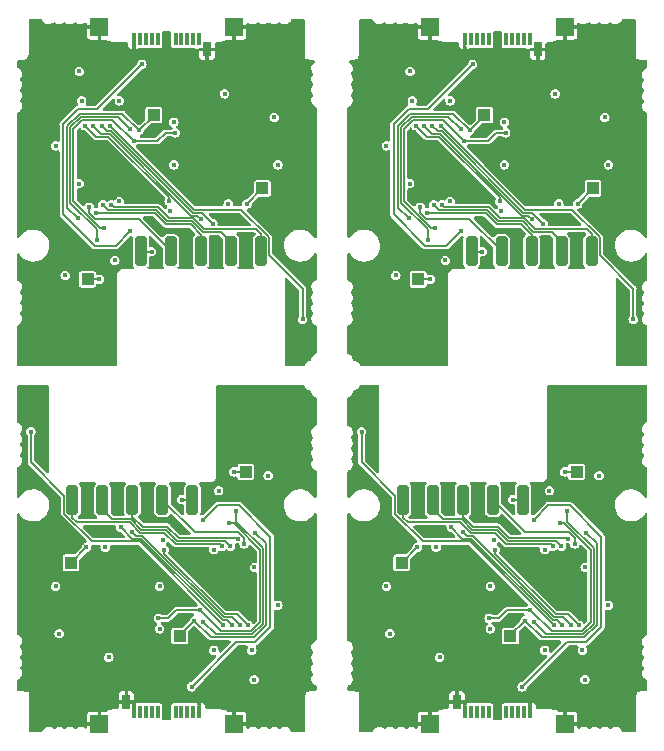
<source format=gbr>
%TF.GenerationSoftware,KiCad,Pcbnew,7.0.8*%
%TF.CreationDate,2024-04-11T01:14:03+02:00*%
%TF.ProjectId,Expansion_Card_Retrofit,45787061-6e73-4696-9f6e-5f436172645f,X1*%
%TF.SameCoordinates,Original*%
%TF.FileFunction,Copper,L4,Bot*%
%TF.FilePolarity,Positive*%
%FSLAX46Y46*%
G04 Gerber Fmt 4.6, Leading zero omitted, Abs format (unit mm)*
G04 Created by KiCad (PCBNEW 7.0.8) date 2024-04-11 01:14:03*
%MOMM*%
%LPD*%
G01*
G04 APERTURE LIST*
G04 Aperture macros list*
%AMRoundRect*
0 Rectangle with rounded corners*
0 $1 Rounding radius*
0 $2 $3 $4 $5 $6 $7 $8 $9 X,Y pos of 4 corners*
0 Add a 4 corners polygon primitive as box body*
4,1,4,$2,$3,$4,$5,$6,$7,$8,$9,$2,$3,0*
0 Add four circle primitives for the rounded corners*
1,1,$1+$1,$2,$3*
1,1,$1+$1,$4,$5*
1,1,$1+$1,$6,$7*
1,1,$1+$1,$8,$9*
0 Add four rect primitives between the rounded corners*
20,1,$1+$1,$2,$3,$4,$5,0*
20,1,$1+$1,$4,$5,$6,$7,0*
20,1,$1+$1,$6,$7,$8,$9,0*
20,1,$1+$1,$8,$9,$2,$3,0*%
G04 Aperture macros list end*
%TA.AperFunction,SMDPad,CuDef*%
%ADD10R,1.500000X1.500000*%
%TD*%
%TA.AperFunction,SMDPad,CuDef*%
%ADD11RoundRect,0.250000X0.250000X1.000000X-0.250000X1.000000X-0.250000X-1.000000X0.250000X-1.000000X0*%
%TD*%
%TA.AperFunction,SMDPad,CuDef*%
%ADD12RoundRect,0.250000X-0.250000X-1.000000X0.250000X-1.000000X0.250000X1.000000X-0.250000X1.000000X0*%
%TD*%
%TA.AperFunction,SMDPad,CuDef*%
%ADD13R,1.000000X1.000000*%
%TD*%
%TA.AperFunction,SMDPad,CuDef*%
%ADD14R,0.700000X1.150000*%
%TD*%
%TA.AperFunction,SMDPad,CuDef*%
%ADD15R,0.380000X1.000000*%
%TD*%
%TA.AperFunction,ViaPad*%
%ADD16C,0.400000*%
%TD*%
%TA.AperFunction,Conductor*%
%ADD17C,0.200000*%
%TD*%
%TA.AperFunction,Conductor*%
%ADD18C,0.150000*%
%TD*%
G04 APERTURE END LIST*
D10*
%TO.P,TP4,1,1*%
%TO.N,GND*%
X154700000Y-76000000D03*
%TD*%
%TO.P,TP2,1,1*%
%TO.N,GND*%
X143300000Y-76000000D03*
%TD*%
%TO.P,TP4,1,1*%
%TO.N,GND*%
X126700000Y-76000000D03*
%TD*%
%TO.P,TP2,1,1*%
%TO.N,GND*%
X115300000Y-76000000D03*
%TD*%
%TO.P,TP4,1,1*%
%TO.N,GND*%
X115300000Y-135000000D03*
%TD*%
%TO.P,TP2,1,1*%
%TO.N,GND*%
X126700000Y-135000000D03*
%TD*%
%TO.P,TP4,1,1*%
%TO.N,GND*%
X143300000Y-135000000D03*
%TD*%
%TO.P,TP2,1,1*%
%TO.N,GND*%
X154700000Y-135000000D03*
%TD*%
D11*
%TO.P,J1,10,Pin_10*%
%TO.N,GPIO5*%
X141020000Y-116025000D03*
%TO.P,J1,8,Pin_8*%
%TO.N,GPIO4*%
X143560000Y-116025000D03*
%TO.P,J1,6,Pin_6*%
%TO.N,GPIO3*%
X146100000Y-116025000D03*
%TO.P,J1,4,Pin_4*%
%TO.N,GPIO2*%
X148640000Y-116025000D03*
%TO.P,J1,2,Pin_2*%
%TO.N,+3V3*%
X151180000Y-116025000D03*
%TD*%
%TO.P,J1,2,Pin_2*%
%TO.N,+3V3*%
X123180000Y-116025000D03*
%TO.P,J1,4,Pin_4*%
%TO.N,GPIO2*%
X120640000Y-116025000D03*
%TO.P,J1,6,Pin_6*%
%TO.N,GPIO3*%
X118100000Y-116025000D03*
%TO.P,J1,8,Pin_8*%
%TO.N,GPIO4*%
X115560000Y-116025000D03*
%TO.P,J1,10,Pin_10*%
%TO.N,GPIO5*%
X113020000Y-116025000D03*
%TD*%
D12*
%TO.P,J1,2,Pin_2*%
%TO.N,+3V3*%
X146820000Y-94975000D03*
%TO.P,J1,4,Pin_4*%
%TO.N,GPIO2*%
X149360000Y-94975000D03*
%TO.P,J1,6,Pin_6*%
%TO.N,GPIO3*%
X151900000Y-94975000D03*
%TO.P,J1,8,Pin_8*%
%TO.N,GPIO4*%
X154440000Y-94975000D03*
%TO.P,J1,10,Pin_10*%
%TO.N,GPIO5*%
X156980000Y-94975000D03*
%TD*%
%TO.P,J1,2,Pin_2*%
%TO.N,+3V3*%
X118820000Y-94975000D03*
%TO.P,J1,4,Pin_4*%
%TO.N,GPIO2*%
X121360000Y-94975000D03*
%TO.P,J1,6,Pin_6*%
%TO.N,GPIO3*%
X123900000Y-94975000D03*
%TO.P,J1,8,Pin_8*%
%TO.N,GPIO4*%
X126440000Y-94975000D03*
%TO.P,J1,10,Pin_10*%
%TO.N,GPIO5*%
X128980000Y-94975000D03*
%TD*%
D13*
%TO.P,TP8,1,1*%
%TO.N,Net-(U4-RUN)*%
X140900000Y-121350000D03*
%TD*%
%TO.P,TP7,1,1*%
%TO.N,/Development Board Section/RUN*%
X150100000Y-127550000D03*
%TD*%
D14*
%TO.P,P1,S1,SHIELD*%
%TO.N,GND*%
X145580000Y-133120000D03*
D15*
%TO.P,P1,B12,GND*%
X151750000Y-133960000D03*
%TO.P,P1,B11*%
%TO.N,N/C*%
X151250000Y-133960000D03*
%TO.P,P1,B10*%
X150750000Y-133960000D03*
%TO.P,P1,B9,VBUS*%
%TO.N,VBUS*%
X150250000Y-133960000D03*
%TO.P,P1,B8*%
%TO.N,N/C*%
X149750000Y-133960000D03*
%TO.P,P1,B5,VCONN*%
%TO.N,unconnected-(P1-VCONN-PadB5)*%
X148250000Y-133960000D03*
%TO.P,P1,B4,VBUS*%
%TO.N,VBUS*%
X147750000Y-133960000D03*
%TO.P,P1,B3*%
%TO.N,N/C*%
X147250000Y-133960000D03*
%TO.P,P1,B2*%
X146750000Y-133960000D03*
%TO.P,P1,B1,GND*%
%TO.N,GND*%
X146250000Y-133960000D03*
%TD*%
D13*
%TO.P,TP5,1,1*%
%TO.N,Net-(R2-Pad1)*%
X155700000Y-113650000D03*
%TD*%
%TO.P,TP8,1,1*%
%TO.N,Net-(U4-RUN)*%
X112900000Y-121350000D03*
%TD*%
%TO.P,TP7,1,1*%
%TO.N,/Development Board Section/RUN*%
X122100000Y-127550000D03*
%TD*%
D15*
%TO.P,P1,B1,GND*%
%TO.N,GND*%
X118250000Y-133960000D03*
%TO.P,P1,B2*%
%TO.N,N/C*%
X118750000Y-133960000D03*
%TO.P,P1,B3*%
X119250000Y-133960000D03*
%TO.P,P1,B4,VBUS*%
%TO.N,VBUS*%
X119750000Y-133960000D03*
%TO.P,P1,B5,VCONN*%
%TO.N,unconnected-(P1-VCONN-PadB5)*%
X120250000Y-133960000D03*
%TO.P,P1,B8*%
%TO.N,N/C*%
X121750000Y-133960000D03*
%TO.P,P1,B9,VBUS*%
%TO.N,VBUS*%
X122250000Y-133960000D03*
%TO.P,P1,B10*%
%TO.N,N/C*%
X122750000Y-133960000D03*
%TO.P,P1,B11*%
X123250000Y-133960000D03*
%TO.P,P1,B12,GND*%
%TO.N,GND*%
X123750000Y-133960000D03*
D14*
%TO.P,P1,S1,SHIELD*%
X117580000Y-133120000D03*
%TD*%
D13*
%TO.P,TP5,1,1*%
%TO.N,Net-(R2-Pad1)*%
X127700000Y-113650000D03*
%TD*%
%TO.P,TP8,1,1*%
%TO.N,Net-(U4-RUN)*%
X157100000Y-89650000D03*
%TD*%
%TO.P,TP7,1,1*%
%TO.N,/Development Board Section/RUN*%
X147900000Y-83450000D03*
%TD*%
D15*
%TO.P,P1,B1,GND*%
%TO.N,GND*%
X151750000Y-77040000D03*
%TO.P,P1,B2*%
%TO.N,N/C*%
X151250000Y-77040000D03*
%TO.P,P1,B3*%
X150750000Y-77040000D03*
%TO.P,P1,B4,VBUS*%
%TO.N,VBUS*%
X150250000Y-77040000D03*
%TO.P,P1,B5,VCONN*%
%TO.N,unconnected-(P1-VCONN-PadB5)*%
X149750000Y-77040000D03*
%TO.P,P1,B8*%
%TO.N,N/C*%
X148250000Y-77040000D03*
%TO.P,P1,B9,VBUS*%
%TO.N,VBUS*%
X147750000Y-77040000D03*
%TO.P,P1,B10*%
%TO.N,N/C*%
X147250000Y-77040000D03*
%TO.P,P1,B11*%
X146750000Y-77040000D03*
%TO.P,P1,B12,GND*%
%TO.N,GND*%
X146250000Y-77040000D03*
D14*
%TO.P,P1,S1,SHIELD*%
X152420000Y-77880000D03*
%TD*%
D13*
%TO.P,TP5,1,1*%
%TO.N,Net-(R2-Pad1)*%
X142300000Y-97350000D03*
%TD*%
%TO.P,TP8,1,1*%
%TO.N,Net-(U4-RUN)*%
X129100000Y-89650000D03*
%TD*%
%TO.P,TP7,1,1*%
%TO.N,/Development Board Section/RUN*%
X119900000Y-83450000D03*
%TD*%
%TO.P,TP5,1,1*%
%TO.N,Net-(R2-Pad1)*%
X114300000Y-97350000D03*
%TD*%
D14*
%TO.P,P1,S1,SHIELD*%
%TO.N,GND*%
X124420000Y-77880000D03*
D15*
%TO.P,P1,B12,GND*%
X118250000Y-77040000D03*
%TO.P,P1,B11*%
%TO.N,N/C*%
X118750000Y-77040000D03*
%TO.P,P1,B10*%
X119250000Y-77040000D03*
%TO.P,P1,B9,VBUS*%
%TO.N,VBUS*%
X119750000Y-77040000D03*
%TO.P,P1,B8*%
%TO.N,N/C*%
X120250000Y-77040000D03*
%TO.P,P1,B5,VCONN*%
%TO.N,unconnected-(P1-VCONN-PadB5)*%
X121750000Y-77040000D03*
%TO.P,P1,B4,VBUS*%
%TO.N,VBUS*%
X122250000Y-77040000D03*
%TO.P,P1,B3*%
%TO.N,N/C*%
X122750000Y-77040000D03*
%TO.P,P1,B2*%
X123250000Y-77040000D03*
%TO.P,P1,B1,GND*%
%TO.N,GND*%
X123750000Y-77040000D03*
%TD*%
D16*
%TO.N,GND*%
X144000000Y-130050000D03*
%TO.N,SWDIO*%
X154900000Y-117000000D03*
%TO.N,GND*%
X146300000Y-126650000D03*
X146300000Y-124350000D03*
X151401390Y-122350000D03*
%TO.N,+3V3*%
X153400000Y-115250000D03*
%TO.N,GND*%
X154000000Y-122250000D03*
X144600000Y-126650000D03*
X143900000Y-122050000D03*
%TO.N,+3V3*%
X143800000Y-120024500D03*
%TO.N,GND*%
X156100000Y-124250000D03*
%TO.N,Net-(U4-RUN)*%
X142200000Y-120050000D03*
%TO.N,GND*%
X156000000Y-132550000D03*
X149900000Y-115250000D03*
%TO.N,+3V3*%
X148400000Y-123350000D03*
%TO.N,GND*%
X147200000Y-121150000D03*
%TO.N,SWCLK*%
X148300000Y-126050000D03*
%TO.N,+3V3*%
X156200000Y-128750000D03*
X148720046Y-119391893D03*
%TO.N,Net-(R2-Pad1)*%
X154700000Y-113650000D03*
%TO.N,VBUS*%
X152110000Y-117710000D03*
%TO.N,GPIO_ADC0*%
X145100000Y-118350000D03*
%TO.N,SWCLK*%
X154300000Y-118000000D03*
%TO.N,+3V3*%
X150280500Y-116000000D03*
%TO.N,GND*%
X141500000Y-131550000D03*
X140900000Y-119750000D03*
%TO.N,VBUS*%
X151100000Y-131850000D03*
%TO.N,GND*%
X146300000Y-122050000D03*
X142300000Y-115250000D03*
X154500000Y-129550000D03*
%TO.N,+3V3*%
X148400000Y-126950000D03*
%TO.N,GND*%
X156100000Y-125900000D03*
%TO.N,SWCLK*%
X151800000Y-125350000D03*
%TO.N,LED_EN*%
X137500000Y-110250000D03*
%TO.N,+3V3*%
X156425500Y-121750000D03*
%TO.N,GND*%
X144800000Y-115250000D03*
X139500000Y-126450000D03*
%TO.N,+3V3*%
X156400000Y-131250000D03*
%TO.N,GND*%
X144000000Y-118850000D03*
X154500000Y-130850000D03*
%TO.N,GPIO3*%
X155000000Y-119300000D03*
%TO.N,+3V3*%
X144100000Y-129350000D03*
X157600000Y-113975000D03*
%TO.N,GPIO_ADC1*%
X155200000Y-126650000D03*
%TO.N,LED_EN*%
X153800000Y-126650000D03*
%TO.N,GPIO2*%
X155550000Y-119750000D03*
%TO.N,+3V3*%
X153000170Y-120243694D03*
%TO.N,/Development Board Section/RUN*%
X151350000Y-126250000D03*
%TO.N,GPIO_ADC0*%
X154500000Y-126650000D03*
%TO.N,+3V3*%
X158400000Y-124950000D03*
%TO.N,/Development Board Section/GPIO_ADC3*%
X155900000Y-126650000D03*
%TO.N,GPIO5*%
X153700000Y-119950000D03*
%TO.N,GPIO4*%
X154400000Y-119950000D03*
%TO.N,GND*%
X144000000Y-131150000D03*
X148500000Y-122150000D03*
%TO.N,/Development Board Section/RUN*%
X156500000Y-118800000D03*
%TO.N,GPIO_ADC1*%
X146100000Y-118750000D03*
%TO.N,SWDIO*%
X152100000Y-126350000D03*
%TO.N,GND*%
X147300000Y-115250000D03*
X148400000Y-124050000D03*
X148900000Y-131750000D03*
%TO.N,+3V3*%
X139600000Y-123350000D03*
%TO.N,/Development Board Section/GPIO_ADC3*%
X148800000Y-120250000D03*
%TO.N,+3V3*%
X139900000Y-127350000D03*
%TO.N,GND*%
X139300000Y-131550000D03*
%TO.N,+3V3*%
X153000000Y-128750000D03*
%TO.N,SWDIO*%
X126900000Y-117000000D03*
%TO.N,GND*%
X118300000Y-126650000D03*
X118300000Y-124350000D03*
X123401390Y-122350000D03*
%TO.N,+3V3*%
X125400000Y-115250000D03*
%TO.N,GND*%
X126000000Y-122250000D03*
X116600000Y-126650000D03*
X115900000Y-122050000D03*
%TO.N,+3V3*%
X115800000Y-120024500D03*
%TO.N,GND*%
X116000000Y-130050000D03*
X128100000Y-124250000D03*
%TO.N,Net-(U4-RUN)*%
X114200000Y-120050000D03*
%TO.N,GND*%
X128000000Y-132550000D03*
X121900000Y-115250000D03*
%TO.N,+3V3*%
X120400000Y-123350000D03*
%TO.N,GND*%
X119200000Y-121150000D03*
%TO.N,SWCLK*%
X120300000Y-126050000D03*
%TO.N,+3V3*%
X128200000Y-128750000D03*
X120720046Y-119391893D03*
%TO.N,Net-(R2-Pad1)*%
X126700000Y-113650000D03*
%TO.N,VBUS*%
X124110000Y-117710000D03*
%TO.N,GPIO_ADC0*%
X117100000Y-118350000D03*
%TO.N,SWCLK*%
X126300000Y-118000000D03*
%TO.N,+3V3*%
X122280500Y-116000000D03*
%TO.N,GND*%
X113500000Y-131550000D03*
X112900000Y-119750000D03*
%TO.N,VBUS*%
X123100000Y-131850000D03*
%TO.N,GND*%
X118300000Y-122050000D03*
X114300000Y-115250000D03*
X126500000Y-129550000D03*
%TO.N,+3V3*%
X120400000Y-126950000D03*
%TO.N,GND*%
X128100000Y-125900000D03*
%TO.N,SWCLK*%
X123800000Y-125350000D03*
%TO.N,LED_EN*%
X109500000Y-110250000D03*
%TO.N,+3V3*%
X128425500Y-121750000D03*
%TO.N,GND*%
X116800000Y-115250000D03*
X111500000Y-126450000D03*
%TO.N,+3V3*%
X128400000Y-131250000D03*
%TO.N,GND*%
X116000000Y-118850000D03*
X126500000Y-130850000D03*
%TO.N,GPIO3*%
X127000000Y-119300000D03*
%TO.N,+3V3*%
X116100000Y-129350000D03*
X129600000Y-113975000D03*
%TO.N,GPIO_ADC1*%
X127200000Y-126650000D03*
%TO.N,LED_EN*%
X125800000Y-126650000D03*
%TO.N,GPIO2*%
X127550000Y-119750000D03*
%TO.N,+3V3*%
X125000170Y-120243694D03*
%TO.N,/Development Board Section/RUN*%
X123350000Y-126250000D03*
%TO.N,GPIO_ADC0*%
X126500000Y-126650000D03*
%TO.N,+3V3*%
X130400000Y-124950000D03*
%TO.N,/Development Board Section/GPIO_ADC3*%
X127900000Y-126650000D03*
%TO.N,GPIO5*%
X125700000Y-119950000D03*
%TO.N,GPIO4*%
X126400000Y-119950000D03*
%TO.N,GND*%
X116000000Y-131150000D03*
X120500000Y-122150000D03*
%TO.N,/Development Board Section/RUN*%
X128500000Y-118800000D03*
%TO.N,GPIO_ADC1*%
X118100000Y-118750000D03*
%TO.N,SWDIO*%
X124100000Y-126350000D03*
%TO.N,GND*%
X119300000Y-115250000D03*
X120400000Y-124050000D03*
X120900000Y-131750000D03*
%TO.N,+3V3*%
X111600000Y-123350000D03*
%TO.N,/Development Board Section/GPIO_ADC3*%
X120800000Y-120250000D03*
%TO.N,+3V3*%
X111900000Y-127350000D03*
%TO.N,GND*%
X111300000Y-131550000D03*
%TO.N,+3V3*%
X125000000Y-128750000D03*
%TO.N,SWDIO*%
X143100000Y-94000000D03*
%TO.N,GND*%
X151700000Y-84350000D03*
X151700000Y-86650000D03*
X146598610Y-88650000D03*
%TO.N,+3V3*%
X144600000Y-95750000D03*
%TO.N,GND*%
X144000000Y-88750000D03*
X153400000Y-84350000D03*
X154100000Y-88950000D03*
%TO.N,+3V3*%
X154200000Y-90975500D03*
%TO.N,GND*%
X154000000Y-80950000D03*
X141900000Y-86750000D03*
%TO.N,Net-(U4-RUN)*%
X155800000Y-90950000D03*
%TO.N,GND*%
X142000000Y-78450000D03*
X148100000Y-95750000D03*
%TO.N,+3V3*%
X149600000Y-87650000D03*
%TO.N,GND*%
X150800000Y-89850000D03*
%TO.N,SWCLK*%
X149700000Y-84950000D03*
%TO.N,+3V3*%
X141800000Y-82250000D03*
X149279954Y-91608107D03*
%TO.N,Net-(R2-Pad1)*%
X143300000Y-97350000D03*
%TO.N,VBUS*%
X145890000Y-93290000D03*
%TO.N,GPIO_ADC0*%
X152900000Y-92650000D03*
%TO.N,SWCLK*%
X143700000Y-93000000D03*
%TO.N,+3V3*%
X147719500Y-95000000D03*
%TO.N,GND*%
X156500000Y-79450000D03*
X157100000Y-91250000D03*
%TO.N,VBUS*%
X146900000Y-79150000D03*
%TO.N,GND*%
X151700000Y-88950000D03*
X155700000Y-95750000D03*
X143500000Y-81450000D03*
%TO.N,+3V3*%
X149600000Y-84050000D03*
%TO.N,GND*%
X141900000Y-85100000D03*
%TO.N,SWCLK*%
X146200000Y-85650000D03*
%TO.N,LED_EN*%
X160500000Y-100750000D03*
%TO.N,+3V3*%
X141574500Y-89250000D03*
%TO.N,GND*%
X153200000Y-95750000D03*
X158500000Y-84550000D03*
%TO.N,+3V3*%
X141600000Y-79750000D03*
%TO.N,GND*%
X154000000Y-92150000D03*
X143500000Y-80150000D03*
%TO.N,GPIO3*%
X143000000Y-91700000D03*
%TO.N,+3V3*%
X153900000Y-81650000D03*
X140400000Y-97025000D03*
%TO.N,GPIO_ADC1*%
X142800000Y-84350000D03*
%TO.N,LED_EN*%
X144200000Y-84350000D03*
%TO.N,GPIO2*%
X142450000Y-91250000D03*
%TO.N,+3V3*%
X144999830Y-90756306D03*
%TO.N,/Development Board Section/RUN*%
X146650000Y-84750000D03*
%TO.N,GPIO_ADC0*%
X143500000Y-84350000D03*
%TO.N,+3V3*%
X139600000Y-86050000D03*
%TO.N,/Development Board Section/GPIO_ADC3*%
X142100000Y-84350000D03*
%TO.N,GPIO5*%
X144300000Y-91050000D03*
%TO.N,GPIO4*%
X143600000Y-91050000D03*
%TO.N,GND*%
X154000000Y-79850000D03*
X149500000Y-88850000D03*
%TO.N,/Development Board Section/RUN*%
X141500000Y-92200000D03*
%TO.N,GPIO_ADC1*%
X151900000Y-92250000D03*
%TO.N,SWDIO*%
X145900000Y-84650000D03*
%TO.N,GND*%
X150700000Y-95750000D03*
X149600000Y-86950000D03*
X149100000Y-79250000D03*
%TO.N,+3V3*%
X158400000Y-87650000D03*
%TO.N,/Development Board Section/GPIO_ADC3*%
X149200000Y-90750000D03*
%TO.N,+3V3*%
X158100000Y-83650000D03*
%TO.N,GND*%
X158700000Y-79450000D03*
%TO.N,+3V3*%
X145000000Y-82250000D03*
%TO.N,SWCLK*%
X115700000Y-93000000D03*
%TO.N,SWDIO*%
X115100000Y-94000000D03*
%TO.N,GND*%
X123700000Y-84350000D03*
X123700000Y-86650000D03*
X118598610Y-88650000D03*
X126100000Y-88950000D03*
%TO.N,+3V3*%
X126200000Y-90975500D03*
%TO.N,GND*%
X116000000Y-88750000D03*
%TO.N,Net-(U4-RUN)*%
X127800000Y-90950000D03*
%TO.N,GND*%
X114000000Y-78450000D03*
%TO.N,+3V3*%
X121600000Y-87650000D03*
%TO.N,GND*%
X113900000Y-86750000D03*
X122800000Y-89850000D03*
%TO.N,SWCLK*%
X121700000Y-84950000D03*
%TO.N,+3V3*%
X121279954Y-91608107D03*
%TO.N,Net-(R2-Pad1)*%
X115300000Y-97350000D03*
%TO.N,VBUS*%
X117890000Y-93290000D03*
%TO.N,GND*%
X129100000Y-91250000D03*
X127700000Y-95750000D03*
%TO.N,+3V3*%
X116600000Y-95750000D03*
X121600000Y-84050000D03*
%TO.N,SWCLK*%
X118200000Y-85650000D03*
%TO.N,LED_EN*%
X132500000Y-100750000D03*
%TO.N,GND*%
X125400000Y-84350000D03*
%TO.N,GPIO_ADC0*%
X124900000Y-92650000D03*
%TO.N,GND*%
X125200000Y-95750000D03*
X123700000Y-88950000D03*
X130500000Y-84550000D03*
%TO.N,+3V3*%
X113800000Y-82250000D03*
X113600000Y-79750000D03*
%TO.N,GND*%
X115500000Y-80150000D03*
%TO.N,+3V3*%
X125900000Y-81650000D03*
X112400000Y-97025000D03*
%TO.N,LED_EN*%
X116200000Y-84350000D03*
%TO.N,GPIO4*%
X115600000Y-91050000D03*
%TO.N,GPIO5*%
X116300000Y-91050000D03*
%TO.N,/Development Board Section/GPIO_ADC3*%
X114100000Y-84350000D03*
%TO.N,+3V3*%
X111600000Y-86050000D03*
%TO.N,GPIO_ADC0*%
X115500000Y-84350000D03*
%TO.N,/Development Board Section/RUN*%
X118650000Y-84750000D03*
%TO.N,+3V3*%
X116999830Y-90756306D03*
%TO.N,GPIO2*%
X114450000Y-91250000D03*
%TO.N,GPIO_ADC1*%
X114800000Y-84350000D03*
%TO.N,GND*%
X121500000Y-88850000D03*
X128500000Y-79450000D03*
%TO.N,GPIO3*%
X115000000Y-91700000D03*
%TO.N,/Development Board Section/RUN*%
X113500000Y-92200000D03*
%TO.N,GND*%
X120100000Y-95750000D03*
X126000000Y-92150000D03*
%TO.N,GPIO_ADC1*%
X123900000Y-92250000D03*
%TO.N,+3V3*%
X119719500Y-95000000D03*
%TO.N,GND*%
X126000000Y-80950000D03*
%TO.N,SWDIO*%
X117900000Y-84650000D03*
%TO.N,GND*%
X122700000Y-95750000D03*
X121600000Y-86950000D03*
%TO.N,VBUS*%
X118900000Y-79150000D03*
%TO.N,GND*%
X121100000Y-79250000D03*
%TO.N,+3V3*%
X130400000Y-87650000D03*
%TO.N,/Development Board Section/GPIO_ADC3*%
X121200000Y-90750000D03*
%TO.N,GND*%
X126000000Y-79850000D03*
%TO.N,+3V3*%
X130100000Y-83650000D03*
%TO.N,GND*%
X115500000Y-81450000D03*
X113900000Y-85100000D03*
X130700000Y-79450000D03*
%TO.N,+3V3*%
X113574500Y-89250000D03*
X117000000Y-82250000D03*
%TD*%
D17*
%TO.N,VBUS*%
X157775000Y-119167893D02*
X157775000Y-126768961D01*
D18*
%TO.N,SWDIO*%
X154900000Y-117000000D02*
X154900000Y-117886195D01*
%TO.N,/Development Board Section/RUN*%
X156500000Y-118800000D02*
X157400000Y-119700000D01*
X157400000Y-126613630D02*
X156363630Y-127650000D01*
%TO.N,SWCLK*%
X154660252Y-118000000D02*
X156900000Y-120239748D01*
X153600000Y-127150000D02*
X151800000Y-125350000D01*
D17*
%TO.N,VBUS*%
X156493961Y-128050000D02*
X154900000Y-128050000D01*
D18*
%TO.N,SWCLK*%
X156900000Y-120239748D02*
X156900000Y-126406523D01*
%TO.N,GPIO3*%
X155000000Y-119300000D02*
X154950000Y-119250000D01*
X150199450Y-119245999D02*
X150003107Y-119245999D01*
X149057107Y-118300000D02*
X146963806Y-118300000D01*
%TO.N,SWCLK*%
X156156523Y-127150000D02*
X153600000Y-127150000D01*
%TO.N,/Development Board Section/RUN*%
X152750000Y-127650000D02*
X151350000Y-126250000D01*
%TO.N,GPIO3*%
X150003107Y-119245999D02*
X149057107Y-118300000D01*
%TO.N,GPIO5*%
X145856698Y-117900000D02*
X141397512Y-117900000D01*
%TO.N,GPIO3*%
X146100000Y-117436194D02*
X146100000Y-116025000D01*
%TO.N,GPIO_ADC0*%
X154071000Y-126221000D02*
X154500000Y-126650000D01*
%TO.N,GPIO5*%
X153500000Y-119750000D02*
X149996343Y-119750000D01*
%TO.N,SWCLK*%
X149800000Y-125350000D02*
X149100000Y-126050000D01*
%TO.N,GPIO5*%
X141020000Y-117522488D02*
X141020000Y-116025000D01*
%TO.N,GPIO_ADC0*%
X146803553Y-119300000D02*
X153724554Y-126221000D01*
%TO.N,/Development Board Section/GPIO_ADC3*%
X153931661Y-125721000D02*
X154971000Y-125721000D01*
X148800000Y-120250000D02*
X148800000Y-120589339D01*
D17*
%TO.N,VBUS*%
X157775000Y-126768961D02*
X156493961Y-128050000D01*
D18*
%TO.N,Net-(U4-RUN)*%
X142200000Y-120050000D02*
X140900000Y-121350000D01*
%TO.N,GPIO_ADC0*%
X145100000Y-118350000D02*
X145100000Y-118356698D01*
D17*
%TO.N,VBUS*%
X153320000Y-116500000D02*
X155107107Y-116500000D01*
X155107107Y-116500000D02*
X157775000Y-119167893D01*
D18*
%TO.N,SWDIO*%
X157150000Y-120136195D02*
X157150000Y-126510077D01*
%TO.N,LED_EN*%
X140345000Y-117201042D02*
X140345000Y-115695000D01*
%TO.N,SWCLK*%
X149100000Y-126050000D02*
X148300000Y-126050000D01*
%TO.N,GPIO3*%
X146963806Y-118300000D02*
X146100000Y-117436194D01*
D17*
%TO.N,VBUS*%
X154900000Y-128050000D02*
X151100000Y-131850000D01*
D18*
%TO.N,LED_EN*%
X137500000Y-112850000D02*
X137500000Y-110250000D01*
%TO.N,/Development Board Section/RUN*%
X156363630Y-127650000D02*
X152750000Y-127650000D01*
%TO.N,GPIO3*%
X150203451Y-119250000D02*
X150199450Y-119245999D01*
%TO.N,LED_EN*%
X146700000Y-119550000D02*
X142693958Y-119550000D01*
%TO.N,SWDIO*%
X154900000Y-117886195D02*
X157150000Y-120136195D01*
%TO.N,GPIO5*%
X148800000Y-118800000D02*
X146756698Y-118800000D01*
%TO.N,/Development Board Section/RUN*%
X157400000Y-119700000D02*
X157400000Y-126613630D01*
%TO.N,/Development Board Section/GPIO_ADC3*%
X154971000Y-125721000D02*
X155900000Y-126650000D01*
%TO.N,Net-(R2-Pad1)*%
X154700000Y-113650000D02*
X155700000Y-113650000D01*
%TO.N,GPIO_ADC0*%
X153724554Y-126221000D02*
X154071000Y-126221000D01*
%TO.N,GPIO5*%
X146756698Y-118800000D02*
X145856698Y-117900000D01*
X141397512Y-117900000D02*
X141020000Y-117522488D01*
X149996343Y-119750000D02*
X149992343Y-119746000D01*
%TO.N,SWCLK*%
X154300000Y-118000000D02*
X154660252Y-118000000D01*
%TO.N,LED_EN*%
X140345000Y-115695000D02*
X137500000Y-112850000D01*
%TO.N,SWDIO*%
X153150000Y-127400000D02*
X152100000Y-126350000D01*
X157150000Y-126510077D02*
X156260077Y-127400000D01*
%TO.N,GPIO5*%
X149746000Y-119746000D02*
X148800000Y-118800000D01*
%TO.N,GPIO2*%
X155550000Y-119750000D02*
X155550000Y-119243302D01*
X155550000Y-119243302D02*
X155056698Y-118750000D01*
X151365000Y-118750000D02*
X148640000Y-116025000D01*
%TO.N,/Development Board Section/RUN*%
X150100000Y-127500000D02*
X150100000Y-127550000D01*
%TO.N,GPIO4*%
X148953554Y-118550000D02*
X146860252Y-118550000D01*
X145960252Y-117650000D02*
X144400000Y-117650000D01*
X146860252Y-118550000D02*
X145960252Y-117650000D01*
%TO.N,/Development Board Section/RUN*%
X151350000Y-126250000D02*
X150100000Y-127500000D01*
%TO.N,GPIO_ADC1*%
X146400000Y-119050000D02*
X146100000Y-118750000D01*
%TO.N,GPIO4*%
X149899554Y-119496000D02*
X148953554Y-118550000D01*
X143560000Y-116810000D02*
X143560000Y-116025000D01*
%TO.N,GPIO2*%
X155056698Y-118750000D02*
X151365000Y-118750000D01*
%TO.N,GPIO_ADC1*%
X146907107Y-119050000D02*
X146400000Y-119050000D01*
%TO.N,GPIO4*%
X150095896Y-119496000D02*
X149899554Y-119496000D01*
X153950000Y-119500000D02*
X150099897Y-119500000D01*
X150099897Y-119500000D02*
X150095896Y-119496000D01*
%TO.N,GPIO_ADC1*%
X155200000Y-126650000D02*
X154521000Y-125971000D01*
%TO.N,GPIO4*%
X154400000Y-119950000D02*
X153950000Y-119500000D01*
%TO.N,GPIO_ADC1*%
X153828108Y-125971000D02*
X146907107Y-119050000D01*
X154521000Y-125971000D02*
X153828108Y-125971000D01*
%TO.N,GPIO4*%
X144400000Y-117650000D02*
X143560000Y-116810000D01*
%TO.N,SWCLK*%
X151800000Y-125350000D02*
X149800000Y-125350000D01*
X156900000Y-126406523D02*
X156156523Y-127150000D01*
D17*
%TO.N,+3V3*%
X151155000Y-116000000D02*
X151180000Y-116025000D01*
D18*
%TO.N,GPIO_ADC0*%
X145100000Y-118356698D02*
X146043302Y-119300000D01*
%TO.N,LED_EN*%
X153800000Y-126650000D02*
X146700000Y-119550000D01*
%TO.N,GPIO5*%
X149992343Y-119746000D02*
X149746000Y-119746000D01*
%TO.N,SWDIO*%
X156260077Y-127400000D02*
X153150000Y-127400000D01*
%TO.N,LED_EN*%
X142693958Y-119550000D02*
X140345000Y-117201042D01*
%TO.N,/Development Board Section/GPIO_ADC3*%
X148800000Y-120589339D02*
X153931661Y-125721000D01*
%TO.N,GPIO5*%
X153700000Y-119950000D02*
X153500000Y-119750000D01*
D17*
%TO.N,+3V3*%
X150280500Y-116000000D02*
X151155000Y-116000000D01*
%TO.N,VBUS*%
X152110000Y-117710000D02*
X153320000Y-116500000D01*
D18*
%TO.N,GPIO_ADC0*%
X146043302Y-119300000D02*
X146803553Y-119300000D01*
%TO.N,GPIO3*%
X154950000Y-119250000D02*
X150203451Y-119250000D01*
D17*
%TO.N,VBUS*%
X129775000Y-119167893D02*
X129775000Y-126768961D01*
D18*
%TO.N,SWDIO*%
X126900000Y-117000000D02*
X126900000Y-117886195D01*
%TO.N,/Development Board Section/RUN*%
X128500000Y-118800000D02*
X129400000Y-119700000D01*
X129400000Y-126613630D02*
X128363630Y-127650000D01*
%TO.N,SWCLK*%
X126660252Y-118000000D02*
X128900000Y-120239748D01*
X125600000Y-127150000D02*
X123800000Y-125350000D01*
D17*
%TO.N,VBUS*%
X128493961Y-128050000D02*
X126900000Y-128050000D01*
D18*
%TO.N,SWCLK*%
X128900000Y-120239748D02*
X128900000Y-126406523D01*
%TO.N,GPIO3*%
X127000000Y-119300000D02*
X126950000Y-119250000D01*
X122199450Y-119245999D02*
X122003107Y-119245999D01*
X121057107Y-118300000D02*
X118963806Y-118300000D01*
%TO.N,SWCLK*%
X128156523Y-127150000D02*
X125600000Y-127150000D01*
%TO.N,/Development Board Section/RUN*%
X124750000Y-127650000D02*
X123350000Y-126250000D01*
%TO.N,GPIO3*%
X122003107Y-119245999D02*
X121057107Y-118300000D01*
%TO.N,GPIO5*%
X117856698Y-117900000D02*
X113397512Y-117900000D01*
%TO.N,GPIO3*%
X118100000Y-117436194D02*
X118100000Y-116025000D01*
%TO.N,GPIO_ADC0*%
X126071000Y-126221000D02*
X126500000Y-126650000D01*
%TO.N,GPIO5*%
X125500000Y-119750000D02*
X121996343Y-119750000D01*
%TO.N,SWCLK*%
X121800000Y-125350000D02*
X121100000Y-126050000D01*
%TO.N,GPIO5*%
X113020000Y-117522488D02*
X113020000Y-116025000D01*
%TO.N,GPIO_ADC0*%
X118803553Y-119300000D02*
X125724554Y-126221000D01*
%TO.N,/Development Board Section/GPIO_ADC3*%
X125931661Y-125721000D02*
X126971000Y-125721000D01*
X120800000Y-120250000D02*
X120800000Y-120589339D01*
D17*
%TO.N,VBUS*%
X129775000Y-126768961D02*
X128493961Y-128050000D01*
D18*
%TO.N,Net-(U4-RUN)*%
X114200000Y-120050000D02*
X112900000Y-121350000D01*
%TO.N,GPIO_ADC0*%
X117100000Y-118350000D02*
X117100000Y-118356698D01*
D17*
%TO.N,VBUS*%
X125320000Y-116500000D02*
X127107107Y-116500000D01*
X127107107Y-116500000D02*
X129775000Y-119167893D01*
D18*
%TO.N,SWDIO*%
X129150000Y-120136195D02*
X129150000Y-126510077D01*
%TO.N,LED_EN*%
X112345000Y-117201042D02*
X112345000Y-115695000D01*
%TO.N,SWCLK*%
X121100000Y-126050000D02*
X120300000Y-126050000D01*
%TO.N,GPIO3*%
X118963806Y-118300000D02*
X118100000Y-117436194D01*
D17*
%TO.N,VBUS*%
X126900000Y-128050000D02*
X123100000Y-131850000D01*
D18*
%TO.N,LED_EN*%
X109500000Y-112850000D02*
X109500000Y-110250000D01*
%TO.N,/Development Board Section/RUN*%
X128363630Y-127650000D02*
X124750000Y-127650000D01*
%TO.N,GPIO3*%
X122203451Y-119250000D02*
X122199450Y-119245999D01*
%TO.N,LED_EN*%
X118700000Y-119550000D02*
X114693958Y-119550000D01*
%TO.N,SWDIO*%
X126900000Y-117886195D02*
X129150000Y-120136195D01*
%TO.N,GPIO5*%
X120800000Y-118800000D02*
X118756698Y-118800000D01*
%TO.N,/Development Board Section/RUN*%
X129400000Y-119700000D02*
X129400000Y-126613630D01*
%TO.N,/Development Board Section/GPIO_ADC3*%
X126971000Y-125721000D02*
X127900000Y-126650000D01*
%TO.N,Net-(R2-Pad1)*%
X126700000Y-113650000D02*
X127700000Y-113650000D01*
%TO.N,GPIO_ADC0*%
X125724554Y-126221000D02*
X126071000Y-126221000D01*
%TO.N,GPIO5*%
X118756698Y-118800000D02*
X117856698Y-117900000D01*
X113397512Y-117900000D02*
X113020000Y-117522488D01*
X121996343Y-119750000D02*
X121992343Y-119746000D01*
%TO.N,SWCLK*%
X126300000Y-118000000D02*
X126660252Y-118000000D01*
%TO.N,LED_EN*%
X112345000Y-115695000D02*
X109500000Y-112850000D01*
%TO.N,SWDIO*%
X125150000Y-127400000D02*
X124100000Y-126350000D01*
X129150000Y-126510077D02*
X128260077Y-127400000D01*
%TO.N,GPIO5*%
X121746000Y-119746000D02*
X120800000Y-118800000D01*
%TO.N,GPIO2*%
X127550000Y-119750000D02*
X127550000Y-119243302D01*
X127550000Y-119243302D02*
X127056698Y-118750000D01*
X123365000Y-118750000D02*
X120640000Y-116025000D01*
%TO.N,/Development Board Section/RUN*%
X122100000Y-127500000D02*
X122100000Y-127550000D01*
%TO.N,GPIO4*%
X120953554Y-118550000D02*
X118860252Y-118550000D01*
X117960252Y-117650000D02*
X116400000Y-117650000D01*
X118860252Y-118550000D02*
X117960252Y-117650000D01*
%TO.N,/Development Board Section/RUN*%
X123350000Y-126250000D02*
X122100000Y-127500000D01*
%TO.N,GPIO_ADC1*%
X118400000Y-119050000D02*
X118100000Y-118750000D01*
%TO.N,GPIO4*%
X121899554Y-119496000D02*
X120953554Y-118550000D01*
X115560000Y-116810000D02*
X115560000Y-116025000D01*
%TO.N,GPIO2*%
X127056698Y-118750000D02*
X123365000Y-118750000D01*
%TO.N,GPIO_ADC1*%
X118907107Y-119050000D02*
X118400000Y-119050000D01*
%TO.N,GPIO4*%
X122095896Y-119496000D02*
X121899554Y-119496000D01*
X125950000Y-119500000D02*
X122099897Y-119500000D01*
X122099897Y-119500000D02*
X122095896Y-119496000D01*
%TO.N,GPIO_ADC1*%
X127200000Y-126650000D02*
X126521000Y-125971000D01*
%TO.N,GPIO4*%
X126400000Y-119950000D02*
X125950000Y-119500000D01*
%TO.N,GPIO_ADC1*%
X125828108Y-125971000D02*
X118907107Y-119050000D01*
X126521000Y-125971000D02*
X125828108Y-125971000D01*
%TO.N,GPIO4*%
X116400000Y-117650000D02*
X115560000Y-116810000D01*
%TO.N,SWCLK*%
X123800000Y-125350000D02*
X121800000Y-125350000D01*
X128900000Y-126406523D02*
X128156523Y-127150000D01*
D17*
%TO.N,+3V3*%
X123155000Y-116000000D02*
X123180000Y-116025000D01*
D18*
%TO.N,GPIO_ADC0*%
X117100000Y-118356698D02*
X118043302Y-119300000D01*
%TO.N,LED_EN*%
X125800000Y-126650000D02*
X118700000Y-119550000D01*
%TO.N,GPIO5*%
X121992343Y-119746000D02*
X121746000Y-119746000D01*
%TO.N,SWDIO*%
X128260077Y-127400000D02*
X125150000Y-127400000D01*
%TO.N,LED_EN*%
X114693958Y-119550000D02*
X112345000Y-117201042D01*
%TO.N,/Development Board Section/GPIO_ADC3*%
X120800000Y-120589339D02*
X125931661Y-125721000D01*
%TO.N,GPIO5*%
X125700000Y-119950000D02*
X125500000Y-119750000D01*
D17*
%TO.N,+3V3*%
X122280500Y-116000000D02*
X123155000Y-116000000D01*
%TO.N,VBUS*%
X124110000Y-117710000D02*
X125320000Y-116500000D01*
D18*
%TO.N,GPIO_ADC0*%
X118043302Y-119300000D02*
X118803553Y-119300000D01*
%TO.N,GPIO3*%
X126950000Y-119250000D02*
X122203451Y-119250000D01*
D17*
%TO.N,VBUS*%
X140225000Y-91832107D02*
X140225000Y-84231039D01*
D18*
%TO.N,SWDIO*%
X143100000Y-94000000D02*
X143100000Y-93113805D01*
%TO.N,/Development Board Section/RUN*%
X141500000Y-92200000D02*
X140600000Y-91300000D01*
X140600000Y-84386370D02*
X141636370Y-83350000D01*
%TO.N,SWCLK*%
X143339748Y-93000000D02*
X141100000Y-90760252D01*
X144400000Y-83850000D02*
X146200000Y-85650000D01*
D17*
%TO.N,VBUS*%
X141506039Y-82950000D02*
X143100000Y-82950000D01*
D18*
%TO.N,SWCLK*%
X141100000Y-90760252D02*
X141100000Y-84593477D01*
%TO.N,GPIO3*%
X143000000Y-91700000D02*
X143050000Y-91750000D01*
X147800550Y-91754001D02*
X147996893Y-91754001D01*
X148942893Y-92700000D02*
X151036194Y-92700000D01*
%TO.N,SWCLK*%
X141843477Y-83850000D02*
X144400000Y-83850000D01*
%TO.N,/Development Board Section/RUN*%
X145250000Y-83350000D02*
X146650000Y-84750000D01*
%TO.N,GPIO3*%
X147996893Y-91754001D02*
X148942893Y-92700000D01*
%TO.N,GPIO5*%
X152143302Y-93100000D02*
X156602488Y-93100000D01*
%TO.N,GPIO3*%
X151900000Y-93563806D02*
X151900000Y-94975000D01*
%TO.N,GPIO_ADC0*%
X143929000Y-84779000D02*
X143500000Y-84350000D01*
%TO.N,GPIO5*%
X144500000Y-91250000D02*
X148003657Y-91250000D01*
%TO.N,SWCLK*%
X148200000Y-85650000D02*
X148900000Y-84950000D01*
%TO.N,GPIO5*%
X156980000Y-93477512D02*
X156980000Y-94975000D01*
%TO.N,GPIO_ADC0*%
X151196447Y-91700000D02*
X144275446Y-84779000D01*
%TO.N,/Development Board Section/GPIO_ADC3*%
X144068339Y-85279000D02*
X143029000Y-85279000D01*
X149200000Y-90750000D02*
X149200000Y-90410661D01*
D17*
%TO.N,VBUS*%
X140225000Y-84231039D02*
X141506039Y-82950000D01*
D18*
%TO.N,Net-(U4-RUN)*%
X155800000Y-90950000D02*
X157100000Y-89650000D01*
%TO.N,GPIO_ADC0*%
X152900000Y-92650000D02*
X152900000Y-92643302D01*
D17*
%TO.N,VBUS*%
X144680000Y-94500000D02*
X142892893Y-94500000D01*
X142892893Y-94500000D02*
X140225000Y-91832107D01*
D18*
%TO.N,SWDIO*%
X140850000Y-90863805D02*
X140850000Y-84489923D01*
%TO.N,LED_EN*%
X157655000Y-93798958D02*
X157655000Y-95305000D01*
%TO.N,SWCLK*%
X148900000Y-84950000D02*
X149700000Y-84950000D01*
%TO.N,GPIO3*%
X151036194Y-92700000D02*
X151900000Y-93563806D01*
D17*
%TO.N,VBUS*%
X143100000Y-82950000D02*
X146900000Y-79150000D01*
D18*
%TO.N,LED_EN*%
X160500000Y-98150000D02*
X160500000Y-100750000D01*
%TO.N,/Development Board Section/RUN*%
X141636370Y-83350000D02*
X145250000Y-83350000D01*
%TO.N,GPIO3*%
X147796549Y-91750000D02*
X147800550Y-91754001D01*
%TO.N,LED_EN*%
X151300000Y-91450000D02*
X155306042Y-91450000D01*
%TO.N,SWDIO*%
X143100000Y-93113805D02*
X140850000Y-90863805D01*
%TO.N,GPIO5*%
X149200000Y-92200000D02*
X151243302Y-92200000D01*
%TO.N,/Development Board Section/RUN*%
X140600000Y-91300000D02*
X140600000Y-84386370D01*
%TO.N,/Development Board Section/GPIO_ADC3*%
X143029000Y-85279000D02*
X142100000Y-84350000D01*
%TO.N,Net-(R2-Pad1)*%
X143300000Y-97350000D02*
X142300000Y-97350000D01*
%TO.N,GPIO_ADC0*%
X144275446Y-84779000D02*
X143929000Y-84779000D01*
%TO.N,GPIO5*%
X151243302Y-92200000D02*
X152143302Y-93100000D01*
X156602488Y-93100000D02*
X156980000Y-93477512D01*
X148003657Y-91250000D02*
X148007657Y-91254000D01*
%TO.N,SWCLK*%
X143700000Y-93000000D02*
X143339748Y-93000000D01*
%TO.N,LED_EN*%
X157655000Y-95305000D02*
X160500000Y-98150000D01*
%TO.N,SWDIO*%
X144850000Y-83600000D02*
X145900000Y-84650000D01*
X140850000Y-84489923D02*
X141739923Y-83600000D01*
%TO.N,GPIO5*%
X148254000Y-91254000D02*
X149200000Y-92200000D01*
%TO.N,GPIO2*%
X142450000Y-91250000D02*
X142450000Y-91756698D01*
X142450000Y-91756698D02*
X142943302Y-92250000D01*
X146635000Y-92250000D02*
X149360000Y-94975000D01*
%TO.N,/Development Board Section/RUN*%
X147900000Y-83500000D02*
X147900000Y-83450000D01*
%TO.N,GPIO4*%
X149046446Y-92450000D02*
X151139748Y-92450000D01*
X152039748Y-93350000D02*
X153600000Y-93350000D01*
X151139748Y-92450000D02*
X152039748Y-93350000D01*
%TO.N,/Development Board Section/RUN*%
X146650000Y-84750000D02*
X147900000Y-83500000D01*
%TO.N,GPIO_ADC1*%
X151600000Y-91950000D02*
X151900000Y-92250000D01*
%TO.N,GPIO4*%
X148100446Y-91504000D02*
X149046446Y-92450000D01*
X154440000Y-94190000D02*
X154440000Y-94975000D01*
%TO.N,GPIO2*%
X142943302Y-92250000D02*
X146635000Y-92250000D01*
%TO.N,GPIO_ADC1*%
X151092893Y-91950000D02*
X151600000Y-91950000D01*
%TO.N,GPIO4*%
X147904104Y-91504000D02*
X148100446Y-91504000D01*
X144050000Y-91500000D02*
X147900103Y-91500000D01*
X147900103Y-91500000D02*
X147904104Y-91504000D01*
%TO.N,GPIO_ADC1*%
X142800000Y-84350000D02*
X143479000Y-85029000D01*
%TO.N,GPIO4*%
X143600000Y-91050000D02*
X144050000Y-91500000D01*
%TO.N,GPIO_ADC1*%
X144171892Y-85029000D02*
X151092893Y-91950000D01*
X143479000Y-85029000D02*
X144171892Y-85029000D01*
%TO.N,GPIO4*%
X153600000Y-93350000D02*
X154440000Y-94190000D01*
%TO.N,SWCLK*%
X146200000Y-85650000D02*
X148200000Y-85650000D01*
X141100000Y-84593477D02*
X141843477Y-83850000D01*
D17*
%TO.N,+3V3*%
X146845000Y-95000000D02*
X146820000Y-94975000D01*
D18*
%TO.N,GPIO_ADC0*%
X152900000Y-92643302D02*
X151956698Y-91700000D01*
%TO.N,LED_EN*%
X144200000Y-84350000D02*
X151300000Y-91450000D01*
%TO.N,GPIO5*%
X148007657Y-91254000D02*
X148254000Y-91254000D01*
%TO.N,SWDIO*%
X141739923Y-83600000D02*
X144850000Y-83600000D01*
%TO.N,LED_EN*%
X155306042Y-91450000D02*
X157655000Y-93798958D01*
%TO.N,/Development Board Section/GPIO_ADC3*%
X149200000Y-90410661D02*
X144068339Y-85279000D01*
%TO.N,GPIO5*%
X144300000Y-91050000D02*
X144500000Y-91250000D01*
D17*
%TO.N,+3V3*%
X147719500Y-95000000D02*
X146845000Y-95000000D01*
%TO.N,VBUS*%
X145890000Y-93290000D02*
X144680000Y-94500000D01*
D18*
%TO.N,GPIO_ADC0*%
X151956698Y-91700000D02*
X151196447Y-91700000D01*
%TO.N,GPIO3*%
X143050000Y-91750000D02*
X147796549Y-91750000D01*
D17*
%TO.N,VBUS*%
X116680000Y-94500000D02*
X114892893Y-94500000D01*
X114892893Y-94500000D02*
X112225000Y-91832107D01*
X112225000Y-91832107D02*
X112225000Y-84231039D01*
X117890000Y-93290000D02*
X116680000Y-94500000D01*
X115100000Y-82950000D02*
X118900000Y-79150000D01*
X112225000Y-84231039D02*
X113506039Y-82950000D01*
X113506039Y-82950000D02*
X115100000Y-82950000D01*
D18*
%TO.N,SWDIO*%
X115100000Y-93113805D02*
X112850000Y-90863805D01*
X113739923Y-83600000D02*
X116850000Y-83600000D01*
X115100000Y-94000000D02*
X115100000Y-93113805D01*
X112850000Y-90863805D02*
X112850000Y-84489923D01*
X112850000Y-84489923D02*
X113739923Y-83600000D01*
X116850000Y-83600000D02*
X117900000Y-84650000D01*
%TO.N,/Development Board Section/RUN*%
X113500000Y-92200000D02*
X112600000Y-91300000D01*
X112600000Y-91300000D02*
X112600000Y-84386370D01*
X112600000Y-84386370D02*
X113636370Y-83350000D01*
X113636370Y-83350000D02*
X117250000Y-83350000D01*
X117250000Y-83350000D02*
X118650000Y-84750000D01*
%TO.N,SWCLK*%
X115700000Y-93000000D02*
X115339748Y-93000000D01*
X115339748Y-93000000D02*
X113100000Y-90760252D01*
X113100000Y-90760252D02*
X113100000Y-84593477D01*
X113843477Y-83850000D02*
X116400000Y-83850000D01*
X113100000Y-84593477D02*
X113843477Y-83850000D01*
X116400000Y-83850000D02*
X118200000Y-85650000D01*
%TO.N,GPIO2*%
X114450000Y-91250000D02*
X114450000Y-91756698D01*
X114450000Y-91756698D02*
X114943302Y-92250000D01*
X114943302Y-92250000D02*
X118635000Y-92250000D01*
X118635000Y-92250000D02*
X121360000Y-94975000D01*
%TO.N,GPIO3*%
X123036194Y-92700000D02*
X123900000Y-93563806D01*
X115000000Y-91700000D02*
X115050000Y-91750000D01*
X115050000Y-91750000D02*
X119796549Y-91750000D01*
X119796549Y-91750000D02*
X119800550Y-91754001D01*
X119996893Y-91754001D02*
X120942893Y-92700000D01*
X119800550Y-91754001D02*
X119996893Y-91754001D01*
X120942893Y-92700000D02*
X123036194Y-92700000D01*
X123900000Y-93563806D02*
X123900000Y-94975000D01*
%TO.N,GPIO_ADC0*%
X115929000Y-84779000D02*
X115500000Y-84350000D01*
%TO.N,GPIO5*%
X116500000Y-91250000D02*
X120003657Y-91250000D01*
%TO.N,GPIO_ADC0*%
X123196447Y-91700000D02*
X116275446Y-84779000D01*
%TO.N,/Development Board Section/GPIO_ADC3*%
X116068339Y-85279000D02*
X115029000Y-85279000D01*
%TO.N,Net-(U4-RUN)*%
X127800000Y-90950000D02*
X129100000Y-89650000D01*
%TO.N,GPIO_ADC0*%
X124900000Y-92650000D02*
X124900000Y-92643302D01*
%TO.N,LED_EN*%
X129655000Y-93798958D02*
X129655000Y-95305000D01*
X123300000Y-91450000D02*
X127306042Y-91450000D01*
%TO.N,/Development Board Section/GPIO_ADC3*%
X115029000Y-85279000D02*
X114100000Y-84350000D01*
%TO.N,Net-(R2-Pad1)*%
X115300000Y-97350000D02*
X114300000Y-97350000D01*
%TO.N,GPIO_ADC0*%
X116275446Y-84779000D02*
X115929000Y-84779000D01*
%TO.N,GPIO5*%
X128602488Y-93100000D02*
X128980000Y-93477512D01*
X120003657Y-91250000D02*
X120007657Y-91254000D01*
X124143302Y-93100000D02*
X128602488Y-93100000D01*
%TO.N,LED_EN*%
X129655000Y-95305000D02*
X132500000Y-98150000D01*
%TO.N,GPIO5*%
X120254000Y-91254000D02*
X121200000Y-92200000D01*
%TO.N,GPIO4*%
X125600000Y-93350000D02*
X126440000Y-94190000D01*
X121046446Y-92450000D02*
X123139748Y-92450000D01*
X119904104Y-91504000D02*
X120100446Y-91504000D01*
%TO.N,GPIO_ADC1*%
X115479000Y-85029000D02*
X116171892Y-85029000D01*
X116171892Y-85029000D02*
X123092893Y-91950000D01*
X123092893Y-91950000D02*
X123600000Y-91950000D01*
%TO.N,GPIO4*%
X115600000Y-91050000D02*
X116050000Y-91500000D01*
%TO.N,GPIO_ADC1*%
X114800000Y-84350000D02*
X115479000Y-85029000D01*
%TO.N,GPIO4*%
X119900103Y-91500000D02*
X119904104Y-91504000D01*
X116050000Y-91500000D02*
X119900103Y-91500000D01*
X124039748Y-93350000D02*
X125600000Y-93350000D01*
X126440000Y-94190000D02*
X126440000Y-94975000D01*
X120100446Y-91504000D02*
X121046446Y-92450000D01*
%TO.N,GPIO_ADC1*%
X123600000Y-91950000D02*
X123900000Y-92250000D01*
%TO.N,/Development Board Section/RUN*%
X118650000Y-84750000D02*
X119900000Y-83500000D01*
%TO.N,GPIO4*%
X123139748Y-92450000D02*
X124039748Y-93350000D01*
%TO.N,/Development Board Section/RUN*%
X119900000Y-83500000D02*
X119900000Y-83450000D01*
%TO.N,SWCLK*%
X118200000Y-85650000D02*
X120200000Y-85650000D01*
X120900000Y-84950000D02*
X121700000Y-84950000D01*
D17*
%TO.N,+3V3*%
X118845000Y-95000000D02*
X118820000Y-94975000D01*
D18*
%TO.N,GPIO_ADC0*%
X124900000Y-92643302D02*
X123956698Y-91700000D01*
%TO.N,LED_EN*%
X116200000Y-84350000D02*
X123300000Y-91450000D01*
%TO.N,SWCLK*%
X120200000Y-85650000D02*
X120900000Y-84950000D01*
%TO.N,GPIO5*%
X128980000Y-93477512D02*
X128980000Y-94975000D01*
X123243302Y-92200000D02*
X124143302Y-93100000D01*
X120007657Y-91254000D02*
X120254000Y-91254000D01*
%TO.N,LED_EN*%
X127306042Y-91450000D02*
X129655000Y-93798958D01*
%TO.N,/Development Board Section/GPIO_ADC3*%
X121200000Y-90750000D02*
X121200000Y-90410661D01*
X121200000Y-90410661D02*
X116068339Y-85279000D01*
%TO.N,GPIO5*%
X121200000Y-92200000D02*
X123243302Y-92200000D01*
X116300000Y-91050000D02*
X116500000Y-91250000D01*
D17*
%TO.N,+3V3*%
X119719500Y-95000000D02*
X118845000Y-95000000D01*
D18*
%TO.N,LED_EN*%
X132500000Y-98150000D02*
X132500000Y-100750000D01*
%TO.N,GPIO_ADC0*%
X123956698Y-91700000D02*
X123196447Y-91700000D01*
%TD*%
%TA.AperFunction,Conductor*%
%TO.N,GND*%
G36*
X110421217Y-75320185D02*
G01*
X110466972Y-75372989D01*
X110471018Y-75382973D01*
X110472603Y-75387433D01*
X110472604Y-75387436D01*
X110542731Y-75522775D01*
X110646772Y-75634176D01*
X110777010Y-75713375D01*
X110923786Y-75754500D01*
X110923787Y-75754500D01*
X111037928Y-75754500D01*
X111066197Y-75750614D01*
X111151009Y-75738957D01*
X111290818Y-75678230D01*
X111369808Y-75613965D01*
X111434232Y-75586929D01*
X111503049Y-75599013D01*
X111538684Y-75625517D01*
X111542656Y-75629769D01*
X111546772Y-75634176D01*
X111677010Y-75713375D01*
X111823786Y-75754500D01*
X111823787Y-75754500D01*
X111937928Y-75754500D01*
X111966197Y-75750614D01*
X112051009Y-75738957D01*
X112190818Y-75678230D01*
X112269808Y-75613965D01*
X112334232Y-75586929D01*
X112403049Y-75599013D01*
X112438684Y-75625517D01*
X112442656Y-75629769D01*
X112446772Y-75634176D01*
X112577010Y-75713375D01*
X112723786Y-75754500D01*
X112723787Y-75754500D01*
X112837928Y-75754500D01*
X112866197Y-75750614D01*
X112951009Y-75738957D01*
X113090818Y-75678230D01*
X113169808Y-75613965D01*
X113234232Y-75586929D01*
X113303049Y-75599013D01*
X113338684Y-75625517D01*
X113342656Y-75629769D01*
X113346772Y-75634176D01*
X113477010Y-75713375D01*
X113623786Y-75754500D01*
X113623787Y-75754500D01*
X113737928Y-75754500D01*
X113766197Y-75750614D01*
X113851009Y-75738957D01*
X113990818Y-75678230D01*
X114047744Y-75631917D01*
X114112170Y-75604878D01*
X114180987Y-75616962D01*
X114232345Y-75664334D01*
X114250000Y-75728104D01*
X114250000Y-75850000D01*
X115326000Y-75850000D01*
X115393039Y-75869685D01*
X115438794Y-75922489D01*
X115450000Y-75974000D01*
X115450000Y-77049999D01*
X115826000Y-77049999D01*
X115893039Y-77069684D01*
X115938794Y-77122488D01*
X115950000Y-77173999D01*
X115950000Y-77200000D01*
X116225948Y-77200000D01*
X116279748Y-77212279D01*
X116400412Y-77270389D01*
X116400416Y-77270390D01*
X116400419Y-77270391D01*
X116532333Y-77300499D01*
X116532338Y-77300499D01*
X116532340Y-77300500D01*
X116532342Y-77300500D01*
X117636001Y-77300500D01*
X117703040Y-77320185D01*
X117748795Y-77372989D01*
X117760001Y-77424500D01*
X117760001Y-77584785D01*
X117760002Y-77584808D01*
X117762908Y-77609869D01*
X117762909Y-77609873D01*
X117808211Y-77712474D01*
X117808214Y-77712479D01*
X117887520Y-77791785D01*
X117887525Y-77791788D01*
X117990123Y-77837089D01*
X118015206Y-77839999D01*
X118099999Y-77839998D01*
X118100000Y-77839998D01*
X118100000Y-77200000D01*
X118200000Y-77200000D01*
X118200000Y-77010187D01*
X118265551Y-77007510D01*
X118325822Y-77042855D01*
X118357416Y-77105173D01*
X118359500Y-77127814D01*
X118359500Y-77559752D01*
X118371131Y-77618229D01*
X118375627Y-77624958D01*
X118379099Y-77630153D01*
X118399980Y-77696829D01*
X118400000Y-77699047D01*
X118400000Y-77839999D01*
X118484786Y-77839999D01*
X118484808Y-77839997D01*
X118509869Y-77837091D01*
X118509873Y-77837090D01*
X118612474Y-77791788D01*
X118612479Y-77791785D01*
X118627446Y-77776819D01*
X118688769Y-77743334D01*
X118715127Y-77740500D01*
X118959749Y-77740500D01*
X118970030Y-77738454D01*
X118975805Y-77737306D01*
X119024195Y-77737306D01*
X119027715Y-77738006D01*
X119040250Y-77740500D01*
X119040252Y-77740500D01*
X119459749Y-77740500D01*
X119470030Y-77738454D01*
X119475805Y-77737306D01*
X119524195Y-77737306D01*
X119527715Y-77738006D01*
X119540250Y-77740500D01*
X119540252Y-77740500D01*
X119959749Y-77740500D01*
X119970030Y-77738454D01*
X119975805Y-77737306D01*
X120024195Y-77737306D01*
X120027715Y-77738006D01*
X120040250Y-77740500D01*
X120040252Y-77740500D01*
X120459750Y-77740500D01*
X120459751Y-77740499D01*
X120475805Y-77737306D01*
X120518229Y-77728868D01*
X120518229Y-77728867D01*
X120518231Y-77728867D01*
X120584552Y-77684552D01*
X120628867Y-77618231D01*
X120628867Y-77618229D01*
X120628868Y-77618229D01*
X120640499Y-77559752D01*
X120640500Y-77559750D01*
X120640500Y-76520249D01*
X120640499Y-76520247D01*
X120634223Y-76488691D01*
X120640450Y-76419099D01*
X120683314Y-76363922D01*
X120749204Y-76340678D01*
X120755840Y-76340500D01*
X121244160Y-76340500D01*
X121311199Y-76360185D01*
X121356954Y-76412989D01*
X121366898Y-76482147D01*
X121365777Y-76488691D01*
X121359500Y-76520247D01*
X121359500Y-77559752D01*
X121371131Y-77618229D01*
X121371132Y-77618230D01*
X121415447Y-77684552D01*
X121481769Y-77728867D01*
X121481770Y-77728868D01*
X121540247Y-77740499D01*
X121540250Y-77740500D01*
X121540252Y-77740500D01*
X121959749Y-77740500D01*
X121970030Y-77738454D01*
X121975805Y-77737306D01*
X122024195Y-77737306D01*
X122027715Y-77738006D01*
X122040250Y-77740500D01*
X122040252Y-77740500D01*
X122459749Y-77740500D01*
X122470030Y-77738454D01*
X122475805Y-77737306D01*
X122524195Y-77737306D01*
X122527715Y-77738006D01*
X122540250Y-77740500D01*
X122540252Y-77740500D01*
X122959749Y-77740500D01*
X122970030Y-77738454D01*
X122975805Y-77737306D01*
X123024195Y-77737306D01*
X123027715Y-77738006D01*
X123040250Y-77740500D01*
X123284873Y-77740500D01*
X123351912Y-77760185D01*
X123372554Y-77776819D01*
X123387520Y-77791785D01*
X123387525Y-77791788D01*
X123490123Y-77837089D01*
X123515206Y-77839999D01*
X123660637Y-77839999D01*
X123727677Y-77859683D01*
X123729012Y-77861224D01*
X123730000Y-77859061D01*
X123730000Y-77854000D01*
X123749685Y-77786961D01*
X123802489Y-77741206D01*
X123854000Y-77730000D01*
X125069999Y-77730000D01*
X125069999Y-77424500D01*
X125089684Y-77357461D01*
X125142488Y-77311706D01*
X125193999Y-77300500D01*
X125467658Y-77300500D01*
X125467660Y-77300500D01*
X125467662Y-77300499D01*
X125467666Y-77300499D01*
X125599580Y-77270391D01*
X125599580Y-77270390D01*
X125599588Y-77270389D01*
X125720251Y-77212279D01*
X125774052Y-77200000D01*
X125950000Y-77200000D01*
X125950000Y-77173999D01*
X125969685Y-77106960D01*
X126022489Y-77061205D01*
X126074000Y-77049999D01*
X126550000Y-77049999D01*
X126550000Y-76150000D01*
X126850000Y-76150000D01*
X126850000Y-77049999D01*
X127494786Y-77049999D01*
X127494808Y-77049997D01*
X127519869Y-77047091D01*
X127519873Y-77047090D01*
X127622474Y-77001788D01*
X127622479Y-77001785D01*
X127701785Y-76922479D01*
X127701788Y-76922474D01*
X127747089Y-76819877D01*
X127747089Y-76819875D01*
X127749999Y-76794794D01*
X127750000Y-76794791D01*
X127750000Y-76150000D01*
X126850000Y-76150000D01*
X126550000Y-76150000D01*
X126550000Y-75974000D01*
X126569685Y-75906961D01*
X126622489Y-75861206D01*
X126674000Y-75850000D01*
X127749999Y-75850000D01*
X127749999Y-75734823D01*
X127769684Y-75667784D01*
X127822488Y-75622029D01*
X127891646Y-75612085D01*
X127937940Y-75632375D01*
X127939525Y-75629769D01*
X127946771Y-75634175D01*
X127946772Y-75634176D01*
X128077010Y-75713375D01*
X128223786Y-75754500D01*
X128223787Y-75754500D01*
X128337928Y-75754500D01*
X128366197Y-75750614D01*
X128451009Y-75738957D01*
X128590818Y-75678230D01*
X128669808Y-75613965D01*
X128734232Y-75586929D01*
X128803049Y-75599013D01*
X128838684Y-75625517D01*
X128842656Y-75629769D01*
X128846772Y-75634176D01*
X128977010Y-75713375D01*
X129123786Y-75754500D01*
X129123787Y-75754500D01*
X129237928Y-75754500D01*
X129266197Y-75750614D01*
X129351009Y-75738957D01*
X129490818Y-75678230D01*
X129569808Y-75613965D01*
X129634232Y-75586929D01*
X129703049Y-75599013D01*
X129738684Y-75625517D01*
X129742656Y-75629769D01*
X129746772Y-75634176D01*
X129877010Y-75713375D01*
X130023786Y-75754500D01*
X130023787Y-75754500D01*
X130137928Y-75754500D01*
X130166197Y-75750614D01*
X130251009Y-75738957D01*
X130390818Y-75678230D01*
X130469808Y-75613965D01*
X130534232Y-75586929D01*
X130603049Y-75599013D01*
X130638684Y-75625517D01*
X130642656Y-75629769D01*
X130646772Y-75634176D01*
X130777010Y-75713375D01*
X130923786Y-75754500D01*
X130923787Y-75754500D01*
X131037928Y-75754500D01*
X131066197Y-75750614D01*
X131151009Y-75738957D01*
X131290818Y-75678230D01*
X131409058Y-75582034D01*
X131496961Y-75457504D01*
X131509228Y-75422986D01*
X131523449Y-75382975D01*
X131564447Y-75326398D01*
X131629524Y-75300968D01*
X131640289Y-75300500D01*
X132575500Y-75300500D01*
X132642539Y-75320185D01*
X132688294Y-75372989D01*
X132699500Y-75424500D01*
X132699500Y-78267656D01*
X132699610Y-78268632D01*
X132700000Y-78275582D01*
X132700000Y-78700000D01*
X132925948Y-78700000D01*
X132979748Y-78712279D01*
X133100412Y-78770389D01*
X133100416Y-78770390D01*
X133100419Y-78770391D01*
X133232333Y-78800499D01*
X133232338Y-78800499D01*
X133232340Y-78800500D01*
X133243827Y-78800500D01*
X133432256Y-78800500D01*
X133499295Y-78820185D01*
X133545050Y-78872989D01*
X133554994Y-78942147D01*
X133525969Y-79005703D01*
X133510511Y-79020688D01*
X133390945Y-79117963D01*
X133390940Y-79117968D01*
X133303038Y-79242496D01*
X133251994Y-79386118D01*
X133251994Y-79386121D01*
X133243408Y-79511652D01*
X133241592Y-79538196D01*
X133270482Y-79677224D01*
X133272604Y-79687436D01*
X133342729Y-79822773D01*
X133379803Y-79862469D01*
X133411174Y-79924900D01*
X133403814Y-79994381D01*
X133390483Y-80018614D01*
X133303039Y-80142493D01*
X133303039Y-80142494D01*
X133251994Y-80286118D01*
X133251994Y-80286121D01*
X133245434Y-80382034D01*
X133241592Y-80438196D01*
X133258168Y-80517966D01*
X133272604Y-80587436D01*
X133342729Y-80722773D01*
X133379803Y-80762469D01*
X133411174Y-80824900D01*
X133403814Y-80894381D01*
X133390483Y-80918614D01*
X133303039Y-81042493D01*
X133303039Y-81042494D01*
X133251994Y-81186118D01*
X133251994Y-81186121D01*
X133245434Y-81282034D01*
X133241592Y-81338196D01*
X133258168Y-81417966D01*
X133272604Y-81487436D01*
X133342729Y-81622773D01*
X133342731Y-81622775D01*
X133368157Y-81650000D01*
X133379803Y-81662469D01*
X133411174Y-81724900D01*
X133403814Y-81794381D01*
X133390483Y-81818614D01*
X133303039Y-81942493D01*
X133303039Y-81942494D01*
X133251994Y-82086118D01*
X133251994Y-82086121D01*
X133245036Y-82187852D01*
X133241592Y-82238196D01*
X133272604Y-82387436D01*
X133342731Y-82522775D01*
X133446772Y-82634176D01*
X133577010Y-82713375D01*
X133608956Y-82722325D01*
X133668198Y-82759367D01*
X133698009Y-82822558D01*
X133699500Y-82841727D01*
X133699500Y-93751632D01*
X133679815Y-93818671D01*
X133627011Y-93864426D01*
X133557853Y-93874370D01*
X133494297Y-93845345D01*
X133469910Y-93816646D01*
X133459018Y-93798957D01*
X133392951Y-93691657D01*
X133240620Y-93518575D01*
X133240619Y-93518574D01*
X133240615Y-93518570D01*
X133061234Y-93373730D01*
X133061233Y-93373729D01*
X132859938Y-93261279D01*
X132642541Y-93184468D01*
X132642540Y-93184467D01*
X132642538Y-93184467D01*
X132642534Y-93184466D01*
X132642533Y-93184466D01*
X132415293Y-93145500D01*
X132415285Y-93145500D01*
X132242465Y-93145500D01*
X132242460Y-93145500D01*
X132070265Y-93160155D01*
X131847131Y-93218254D01*
X131637034Y-93313223D01*
X131637032Y-93313224D01*
X131540431Y-93378516D01*
X131455915Y-93435640D01*
X131445999Y-93442342D01*
X131279540Y-93601878D01*
X131142434Y-93787257D01*
X131038630Y-93993138D01*
X130971113Y-94213606D01*
X130941828Y-94442306D01*
X130951613Y-94672662D01*
X130951614Y-94672670D01*
X131000190Y-94898062D01*
X131000190Y-94898063D01*
X131086157Y-95112002D01*
X131086159Y-95112006D01*
X131130089Y-95183353D01*
X131207048Y-95308342D01*
X131359380Y-95481425D01*
X131359384Y-95481429D01*
X131538765Y-95626269D01*
X131538766Y-95626270D01*
X131538769Y-95626271D01*
X131538772Y-95626274D01*
X131740063Y-95738721D01*
X131957462Y-95815533D01*
X132084272Y-95837277D01*
X132184706Y-95854499D01*
X132184715Y-95854500D01*
X132357540Y-95854500D01*
X132529734Y-95839844D01*
X132529737Y-95839843D01*
X132529739Y-95839843D01*
X132752869Y-95781745D01*
X132889208Y-95720116D01*
X132962965Y-95686776D01*
X132962967Y-95686775D01*
X132962967Y-95686774D01*
X132962971Y-95686773D01*
X133154000Y-95557659D01*
X133320462Y-95398119D01*
X133457566Y-95212742D01*
X133464777Y-95198437D01*
X133512535Y-95147440D01*
X133580284Y-95130356D01*
X133646514Y-95152613D01*
X133690198Y-95207142D01*
X133699500Y-95254264D01*
X133699500Y-97357772D01*
X133679815Y-97424811D01*
X133627011Y-97470566D01*
X133624902Y-97471506D01*
X133509180Y-97521770D01*
X133509180Y-97521771D01*
X133390945Y-97617963D01*
X133390940Y-97617968D01*
X133303038Y-97742496D01*
X133251994Y-97886118D01*
X133251994Y-97886121D01*
X133247531Y-97951376D01*
X133241592Y-98038196D01*
X133264825Y-98150000D01*
X133272604Y-98187436D01*
X133342729Y-98322773D01*
X133379803Y-98362469D01*
X133411174Y-98424900D01*
X133403814Y-98494381D01*
X133390483Y-98518614D01*
X133303039Y-98642493D01*
X133303039Y-98642494D01*
X133251994Y-98786118D01*
X133251994Y-98786121D01*
X133251994Y-98786123D01*
X133241592Y-98938196D01*
X133272604Y-99087436D01*
X133342729Y-99222773D01*
X133379803Y-99262469D01*
X133411174Y-99324900D01*
X133403814Y-99394381D01*
X133390483Y-99418614D01*
X133303039Y-99542493D01*
X133303039Y-99542494D01*
X133251994Y-99686118D01*
X133251994Y-99686121D01*
X133251994Y-99686123D01*
X133241592Y-99838196D01*
X133272604Y-99987436D01*
X133342729Y-100122773D01*
X133379803Y-100162469D01*
X133411174Y-100224900D01*
X133403814Y-100294381D01*
X133390483Y-100318614D01*
X133303039Y-100442493D01*
X133303039Y-100442494D01*
X133251994Y-100586118D01*
X133251994Y-100586121D01*
X133249356Y-100624696D01*
X133241592Y-100738196D01*
X133272604Y-100887436D01*
X133342731Y-101022775D01*
X133446772Y-101134176D01*
X133577010Y-101213375D01*
X133608956Y-101222325D01*
X133668198Y-101259367D01*
X133698009Y-101322558D01*
X133699500Y-101341727D01*
X133699500Y-103557772D01*
X133679815Y-103624811D01*
X133627011Y-103670566D01*
X133624902Y-103671506D01*
X133509180Y-103721770D01*
X133509180Y-103721771D01*
X133390945Y-103817963D01*
X133390940Y-103817968D01*
X133303038Y-103942496D01*
X133251994Y-104086118D01*
X133251994Y-104086121D01*
X133248726Y-104133891D01*
X133224511Y-104199430D01*
X133168707Y-104241474D01*
X133141901Y-104248272D01*
X133048992Y-104261042D01*
X133048987Y-104261044D01*
X132909182Y-104321769D01*
X132909180Y-104321771D01*
X132790945Y-104417963D01*
X132790940Y-104417968D01*
X132703038Y-104542496D01*
X132676551Y-104617025D01*
X132635553Y-104673602D01*
X132570476Y-104699032D01*
X132559711Y-104699500D01*
X131124500Y-104699500D01*
X131057461Y-104679815D01*
X131011706Y-104627011D01*
X131000500Y-104575500D01*
X131000500Y-97339478D01*
X131020185Y-97272439D01*
X131072989Y-97226684D01*
X131142147Y-97216740D01*
X131205703Y-97245765D01*
X131212181Y-97251797D01*
X132188181Y-98227797D01*
X132221666Y-98289120D01*
X132224500Y-98315478D01*
X132224500Y-100407745D01*
X132204815Y-100474784D01*
X132188181Y-100495426D01*
X132171954Y-100511652D01*
X132171951Y-100511657D01*
X132171950Y-100511658D01*
X132169854Y-100515772D01*
X132114352Y-100624698D01*
X132114352Y-100624699D01*
X132094508Y-100749996D01*
X132094508Y-100750003D01*
X132114352Y-100875300D01*
X132114352Y-100875301D01*
X132132805Y-100911517D01*
X132171950Y-100988342D01*
X132171952Y-100988344D01*
X132171954Y-100988347D01*
X132261652Y-101078045D01*
X132261654Y-101078046D01*
X132261658Y-101078050D01*
X132374696Y-101135646D01*
X132374697Y-101135646D01*
X132374699Y-101135647D01*
X132499997Y-101155492D01*
X132500000Y-101155492D01*
X132500003Y-101155492D01*
X132625300Y-101135647D01*
X132625301Y-101135647D01*
X132625302Y-101135646D01*
X132625304Y-101135646D01*
X132738342Y-101078050D01*
X132828050Y-100988342D01*
X132885646Y-100875304D01*
X132885646Y-100875302D01*
X132885647Y-100875301D01*
X132885647Y-100875300D01*
X132905492Y-100750003D01*
X132905492Y-100749996D01*
X132885647Y-100624699D01*
X132885647Y-100624698D01*
X132881388Y-100616340D01*
X132828050Y-100511658D01*
X132828046Y-100511654D01*
X132828045Y-100511652D01*
X132811819Y-100495426D01*
X132778334Y-100434103D01*
X132775500Y-100407745D01*
X132775500Y-98189344D01*
X132777883Y-98165151D01*
X132780897Y-98150000D01*
X132759516Y-98042506D01*
X132757084Y-98038867D01*
X132712283Y-97971817D01*
X132712266Y-97971793D01*
X132705593Y-97961806D01*
X132698624Y-97951376D01*
X132698622Y-97951374D01*
X132698621Y-97951373D01*
X132685775Y-97942790D01*
X132666985Y-97927369D01*
X129966819Y-95227203D01*
X129933334Y-95165880D01*
X129930500Y-95139522D01*
X129930500Y-93838302D01*
X129932883Y-93814109D01*
X129935897Y-93798957D01*
X129935897Y-93798955D01*
X129914516Y-93691465D01*
X129903060Y-93674320D01*
X129868994Y-93623336D01*
X129868992Y-93623334D01*
X129853624Y-93600334D01*
X129853622Y-93600332D01*
X129853621Y-93600331D01*
X129840775Y-93591748D01*
X129821985Y-93576327D01*
X127800422Y-91554764D01*
X127766937Y-91493441D01*
X127771921Y-91423749D01*
X127813793Y-91367816D01*
X127868703Y-91344610D01*
X127925304Y-91335646D01*
X128038342Y-91278050D01*
X128128050Y-91188342D01*
X128185646Y-91075304D01*
X128202177Y-90970925D01*
X128232105Y-90907794D01*
X128236950Y-90902664D01*
X128752797Y-90386819D01*
X128814120Y-90353334D01*
X128840478Y-90350500D01*
X129619750Y-90350500D01*
X129619751Y-90350499D01*
X129634568Y-90347552D01*
X129678229Y-90338868D01*
X129678229Y-90338867D01*
X129678231Y-90338867D01*
X129744552Y-90294552D01*
X129788867Y-90228231D01*
X129788867Y-90228229D01*
X129788868Y-90228229D01*
X129800499Y-90169752D01*
X129800500Y-90169750D01*
X129800500Y-89130249D01*
X129800499Y-89130247D01*
X129788868Y-89071770D01*
X129788867Y-89071769D01*
X129744552Y-89005447D01*
X129678230Y-88961132D01*
X129678229Y-88961131D01*
X129619752Y-88949500D01*
X129619748Y-88949500D01*
X128580252Y-88949500D01*
X128580247Y-88949500D01*
X128521770Y-88961131D01*
X128521769Y-88961132D01*
X128455447Y-89005447D01*
X128411132Y-89071769D01*
X128411131Y-89071770D01*
X128399500Y-89130247D01*
X128399500Y-89909521D01*
X128379815Y-89976560D01*
X128363181Y-89997202D01*
X127847352Y-90513030D01*
X127786029Y-90546515D01*
X127779069Y-90547822D01*
X127674699Y-90564352D01*
X127674698Y-90564352D01*
X127599337Y-90602751D01*
X127561658Y-90621950D01*
X127561657Y-90621951D01*
X127561652Y-90621954D01*
X127471954Y-90711652D01*
X127471951Y-90711657D01*
X127471950Y-90711658D01*
X127466704Y-90721954D01*
X127414352Y-90824698D01*
X127414352Y-90824699D01*
X127394508Y-90949996D01*
X127394508Y-90950003D01*
X127406797Y-91027596D01*
X127397842Y-91096889D01*
X127352846Y-91150341D01*
X127308522Y-91168609D01*
X127295052Y-91171289D01*
X127290893Y-91172116D01*
X127266698Y-91174500D01*
X126719159Y-91174500D01*
X126652120Y-91154815D01*
X126606365Y-91102011D01*
X126596421Y-91032853D01*
X126596686Y-91031102D01*
X126605492Y-90975502D01*
X126605492Y-90975496D01*
X126585647Y-90850199D01*
X126585647Y-90850198D01*
X126582748Y-90844508D01*
X126528050Y-90737158D01*
X126528046Y-90737154D01*
X126528045Y-90737152D01*
X126438347Y-90647454D01*
X126438344Y-90647452D01*
X126438342Y-90647450D01*
X126325304Y-90589854D01*
X126325303Y-90589853D01*
X126325300Y-90589852D01*
X126200003Y-90570008D01*
X126199997Y-90570008D01*
X126074699Y-90589852D01*
X126074698Y-90589852D01*
X126006317Y-90624695D01*
X125961658Y-90647450D01*
X125961657Y-90647451D01*
X125961652Y-90647454D01*
X125871954Y-90737152D01*
X125871951Y-90737157D01*
X125871950Y-90737158D01*
X125865409Y-90749996D01*
X125814352Y-90850198D01*
X125814352Y-90850199D01*
X125794508Y-90975496D01*
X125794508Y-90975502D01*
X125803314Y-91031102D01*
X125794359Y-91100396D01*
X125749363Y-91153848D01*
X125682611Y-91174487D01*
X125680841Y-91174500D01*
X123465478Y-91174500D01*
X123398439Y-91154815D01*
X123377797Y-91138181D01*
X119889619Y-87650003D01*
X121194508Y-87650003D01*
X121214352Y-87775300D01*
X121214352Y-87775301D01*
X121214354Y-87775304D01*
X121271950Y-87888342D01*
X121271952Y-87888344D01*
X121271954Y-87888347D01*
X121361652Y-87978045D01*
X121361654Y-87978046D01*
X121361658Y-87978050D01*
X121474696Y-88035646D01*
X121474697Y-88035646D01*
X121474699Y-88035647D01*
X121599997Y-88055492D01*
X121600000Y-88055492D01*
X121600003Y-88055492D01*
X121725300Y-88035647D01*
X121725301Y-88035647D01*
X121725302Y-88035646D01*
X121725304Y-88035646D01*
X121838342Y-87978050D01*
X121928050Y-87888342D01*
X121985646Y-87775304D01*
X121985646Y-87775302D01*
X121985647Y-87775301D01*
X121985647Y-87775300D01*
X122005492Y-87650003D01*
X129994508Y-87650003D01*
X130014352Y-87775300D01*
X130014352Y-87775301D01*
X130014354Y-87775304D01*
X130071950Y-87888342D01*
X130071952Y-87888344D01*
X130071954Y-87888347D01*
X130161652Y-87978045D01*
X130161654Y-87978046D01*
X130161658Y-87978050D01*
X130274696Y-88035646D01*
X130274697Y-88035646D01*
X130274699Y-88035647D01*
X130399997Y-88055492D01*
X130400000Y-88055492D01*
X130400003Y-88055492D01*
X130525300Y-88035647D01*
X130525301Y-88035647D01*
X130525302Y-88035646D01*
X130525304Y-88035646D01*
X130638342Y-87978050D01*
X130728050Y-87888342D01*
X130785646Y-87775304D01*
X130785646Y-87775302D01*
X130785647Y-87775301D01*
X130785647Y-87775300D01*
X130805492Y-87650003D01*
X130805492Y-87649996D01*
X130785647Y-87524699D01*
X130785647Y-87524698D01*
X130785646Y-87524696D01*
X130728050Y-87411658D01*
X130728046Y-87411654D01*
X130728045Y-87411652D01*
X130638347Y-87321954D01*
X130638344Y-87321952D01*
X130638342Y-87321950D01*
X130525304Y-87264354D01*
X130525303Y-87264353D01*
X130525300Y-87264352D01*
X130400003Y-87244508D01*
X130399997Y-87244508D01*
X130274699Y-87264352D01*
X130274698Y-87264352D01*
X130199337Y-87302751D01*
X130161658Y-87321950D01*
X130161657Y-87321951D01*
X130161652Y-87321954D01*
X130071954Y-87411652D01*
X130071951Y-87411657D01*
X130014352Y-87524698D01*
X130014352Y-87524699D01*
X129994508Y-87649996D01*
X129994508Y-87650003D01*
X122005492Y-87650003D01*
X122005492Y-87649996D01*
X121985647Y-87524699D01*
X121985647Y-87524698D01*
X121985646Y-87524696D01*
X121928050Y-87411658D01*
X121928046Y-87411654D01*
X121928045Y-87411652D01*
X121838347Y-87321954D01*
X121838344Y-87321952D01*
X121838342Y-87321950D01*
X121725304Y-87264354D01*
X121725303Y-87264353D01*
X121725300Y-87264352D01*
X121600003Y-87244508D01*
X121599997Y-87244508D01*
X121474699Y-87264352D01*
X121474698Y-87264352D01*
X121399337Y-87302751D01*
X121361658Y-87321950D01*
X121361657Y-87321951D01*
X121361652Y-87321954D01*
X121271954Y-87411652D01*
X121271951Y-87411657D01*
X121214352Y-87524698D01*
X121214352Y-87524699D01*
X121194508Y-87649996D01*
X121194508Y-87650003D01*
X119889619Y-87650003D01*
X118412835Y-86173219D01*
X118379350Y-86111896D01*
X118384334Y-86042204D01*
X118426206Y-85986271D01*
X118431931Y-85982706D01*
X118438335Y-85978053D01*
X118438342Y-85978050D01*
X118438347Y-85978045D01*
X118454574Y-85961819D01*
X118515897Y-85928334D01*
X118542255Y-85925500D01*
X120160656Y-85925500D01*
X120184846Y-85927882D01*
X120200000Y-85930897D01*
X120227132Y-85925500D01*
X120227133Y-85925500D01*
X120250734Y-85920805D01*
X120307493Y-85909516D01*
X120307494Y-85909515D01*
X120307495Y-85909515D01*
X120349465Y-85881471D01*
X120375622Y-85863994D01*
X120375621Y-85863994D01*
X120389053Y-85855020D01*
X120389055Y-85855017D01*
X120398624Y-85848624D01*
X120407208Y-85835775D01*
X120422624Y-85816990D01*
X120977796Y-85261819D01*
X121039119Y-85228334D01*
X121065477Y-85225500D01*
X121357745Y-85225500D01*
X121424784Y-85245185D01*
X121445426Y-85261819D01*
X121461652Y-85278045D01*
X121461654Y-85278046D01*
X121461658Y-85278050D01*
X121574696Y-85335646D01*
X121574697Y-85335646D01*
X121574699Y-85335647D01*
X121699997Y-85355492D01*
X121700000Y-85355492D01*
X121700003Y-85355492D01*
X121825300Y-85335647D01*
X121825301Y-85335647D01*
X121825302Y-85335646D01*
X121825304Y-85335646D01*
X121938342Y-85278050D01*
X122028050Y-85188342D01*
X122085646Y-85075304D01*
X122085646Y-85075302D01*
X122085647Y-85075301D01*
X122085647Y-85075300D01*
X122105492Y-84950003D01*
X122105492Y-84949996D01*
X122085647Y-84824699D01*
X122085647Y-84824698D01*
X122063945Y-84782106D01*
X122028050Y-84711658D01*
X122028046Y-84711654D01*
X122028045Y-84711652D01*
X121938347Y-84621954D01*
X121938343Y-84621951D01*
X121938342Y-84621950D01*
X121922592Y-84613925D01*
X121862538Y-84583325D01*
X121811743Y-84535350D01*
X121794948Y-84467529D01*
X121817486Y-84401394D01*
X121832594Y-84386103D01*
X121831442Y-84384951D01*
X121928045Y-84288347D01*
X121928050Y-84288342D01*
X121985646Y-84175304D01*
X121985646Y-84175302D01*
X121985647Y-84175301D01*
X121985647Y-84175300D01*
X122005492Y-84050003D01*
X122005492Y-84049996D01*
X121985647Y-83924699D01*
X121985647Y-83924698D01*
X121967125Y-83888347D01*
X121928050Y-83811658D01*
X121928046Y-83811654D01*
X121928045Y-83811652D01*
X121838347Y-83721954D01*
X121838344Y-83721952D01*
X121838342Y-83721950D01*
X121725304Y-83664354D01*
X121725303Y-83664353D01*
X121725300Y-83664352D01*
X121634699Y-83650003D01*
X129694508Y-83650003D01*
X129714352Y-83775300D01*
X129714352Y-83775301D01*
X129714354Y-83775304D01*
X129771950Y-83888342D01*
X129771952Y-83888344D01*
X129771954Y-83888347D01*
X129861652Y-83978045D01*
X129861654Y-83978046D01*
X129861658Y-83978050D01*
X129974696Y-84035646D01*
X129974697Y-84035646D01*
X129974699Y-84035647D01*
X130099997Y-84055492D01*
X130100000Y-84055492D01*
X130100003Y-84055492D01*
X130225300Y-84035647D01*
X130225301Y-84035647D01*
X130225302Y-84035646D01*
X130225304Y-84035646D01*
X130338342Y-83978050D01*
X130428050Y-83888342D01*
X130485646Y-83775304D01*
X130485646Y-83775302D01*
X130485647Y-83775301D01*
X130485647Y-83775300D01*
X130505492Y-83650003D01*
X130505492Y-83649996D01*
X130485647Y-83524699D01*
X130485647Y-83524698D01*
X130485646Y-83524696D01*
X130428050Y-83411658D01*
X130428046Y-83411654D01*
X130428045Y-83411652D01*
X130338347Y-83321954D01*
X130338344Y-83321952D01*
X130338342Y-83321950D01*
X130225304Y-83264354D01*
X130225303Y-83264353D01*
X130225300Y-83264352D01*
X130100003Y-83244508D01*
X130099997Y-83244508D01*
X129974699Y-83264352D01*
X129974698Y-83264352D01*
X129899337Y-83302751D01*
X129861658Y-83321950D01*
X129861657Y-83321951D01*
X129861652Y-83321954D01*
X129771954Y-83411652D01*
X129771951Y-83411657D01*
X129714352Y-83524698D01*
X129714352Y-83524699D01*
X129694508Y-83649996D01*
X129694508Y-83650003D01*
X121634699Y-83650003D01*
X121600003Y-83644508D01*
X121599997Y-83644508D01*
X121474699Y-83664352D01*
X121474698Y-83664352D01*
X121399337Y-83702751D01*
X121361658Y-83721950D01*
X121361657Y-83721951D01*
X121361652Y-83721954D01*
X121271954Y-83811652D01*
X121271951Y-83811657D01*
X121214352Y-83924698D01*
X121214352Y-83924699D01*
X121194508Y-84049996D01*
X121194508Y-84050003D01*
X121214352Y-84175300D01*
X121214352Y-84175301D01*
X121220221Y-84186819D01*
X121271950Y-84288342D01*
X121271952Y-84288344D01*
X121271954Y-84288347D01*
X121361652Y-84378045D01*
X121361661Y-84378052D01*
X121437460Y-84416674D01*
X121488256Y-84464648D01*
X121505051Y-84532469D01*
X121482513Y-84598604D01*
X121467434Y-84613925D01*
X121468558Y-84615049D01*
X121445426Y-84638181D01*
X121384103Y-84671666D01*
X121357745Y-84674500D01*
X120939343Y-84674500D01*
X120915155Y-84672118D01*
X120900001Y-84669104D01*
X120899999Y-84669104D01*
X120876657Y-84673746D01*
X120876641Y-84673748D01*
X120792509Y-84690483D01*
X120792505Y-84690484D01*
X120701376Y-84751375D01*
X120701371Y-84751380D01*
X120692789Y-84764225D01*
X120677370Y-84783013D01*
X120122203Y-85338181D01*
X120060880Y-85371666D01*
X120034522Y-85374500D01*
X118823024Y-85374500D01*
X118755985Y-85354815D01*
X118710230Y-85302011D01*
X118700286Y-85232853D01*
X118729311Y-85169297D01*
X118766729Y-85140015D01*
X118775303Y-85135646D01*
X118775304Y-85135646D01*
X118888342Y-85078050D01*
X118978050Y-84988342D01*
X119035646Y-84875304D01*
X119052177Y-84770925D01*
X119082105Y-84707794D01*
X119086950Y-84702664D01*
X119602797Y-84186819D01*
X119664120Y-84153334D01*
X119690478Y-84150500D01*
X120419750Y-84150500D01*
X120419751Y-84150499D01*
X120434568Y-84147552D01*
X120478229Y-84138868D01*
X120478229Y-84138867D01*
X120478231Y-84138867D01*
X120544552Y-84094552D01*
X120588867Y-84028231D01*
X120588867Y-84028229D01*
X120588868Y-84028229D01*
X120598850Y-83978045D01*
X120600500Y-83969748D01*
X120600500Y-82930252D01*
X120600500Y-82930249D01*
X120600499Y-82930247D01*
X120588868Y-82871770D01*
X120588867Y-82871769D01*
X120544552Y-82805447D01*
X120478230Y-82761132D01*
X120478229Y-82761131D01*
X120419752Y-82749500D01*
X120419748Y-82749500D01*
X119380252Y-82749500D01*
X119380247Y-82749500D01*
X119321770Y-82761131D01*
X119321769Y-82761132D01*
X119255447Y-82805447D01*
X119211132Y-82871769D01*
X119211131Y-82871770D01*
X119199500Y-82930247D01*
X119199500Y-83759521D01*
X119179815Y-83826560D01*
X119163181Y-83847202D01*
X118737680Y-84272702D01*
X118676357Y-84306187D01*
X118606665Y-84301203D01*
X118562318Y-84272702D01*
X117472627Y-83183011D01*
X117457205Y-83164219D01*
X117448624Y-83151376D01*
X117448621Y-83151373D01*
X117430688Y-83139391D01*
X117399465Y-83118528D01*
X117357495Y-83090485D01*
X117357494Y-83090484D01*
X117357493Y-83090484D01*
X117272849Y-83073647D01*
X117272816Y-83073641D01*
X117258854Y-83070864D01*
X117250001Y-83069103D01*
X117250000Y-83069103D01*
X117234846Y-83072117D01*
X117210656Y-83074500D01*
X115699833Y-83074500D01*
X115632794Y-83054815D01*
X115587039Y-83002011D01*
X115577095Y-82932853D01*
X115606120Y-82869297D01*
X115612152Y-82862819D01*
X116000890Y-82474081D01*
X116394198Y-82080772D01*
X116455519Y-82047289D01*
X116525210Y-82052273D01*
X116581144Y-82094145D01*
X116605561Y-82159609D01*
X116604351Y-82187852D01*
X116594508Y-82250002D01*
X116594508Y-82250003D01*
X116614352Y-82375300D01*
X116614352Y-82375301D01*
X116632805Y-82411517D01*
X116671950Y-82488342D01*
X116671952Y-82488344D01*
X116671954Y-82488347D01*
X116761652Y-82578045D01*
X116761654Y-82578046D01*
X116761658Y-82578050D01*
X116874696Y-82635646D01*
X116874697Y-82635646D01*
X116874699Y-82635647D01*
X116999997Y-82655492D01*
X117000000Y-82655492D01*
X117000003Y-82655492D01*
X117125300Y-82635647D01*
X117125301Y-82635647D01*
X117125302Y-82635646D01*
X117125304Y-82635646D01*
X117238342Y-82578050D01*
X117328050Y-82488342D01*
X117385646Y-82375304D01*
X117385646Y-82375302D01*
X117385647Y-82375301D01*
X117385647Y-82375300D01*
X117405492Y-82250003D01*
X117405492Y-82249996D01*
X117385647Y-82124699D01*
X117385647Y-82124698D01*
X117370079Y-82094145D01*
X117328050Y-82011658D01*
X117328046Y-82011654D01*
X117328045Y-82011652D01*
X117238347Y-81921954D01*
X117238344Y-81921952D01*
X117238342Y-81921950D01*
X117125304Y-81864354D01*
X117125303Y-81864353D01*
X117125300Y-81864352D01*
X117000003Y-81844508D01*
X117000001Y-81844508D01*
X117000000Y-81844508D01*
X116954585Y-81851700D01*
X116937852Y-81854351D01*
X116868558Y-81845395D01*
X116815107Y-81800398D01*
X116794468Y-81733646D01*
X116813194Y-81666333D01*
X116826162Y-81650003D01*
X125494508Y-81650003D01*
X125514352Y-81775300D01*
X125514352Y-81775301D01*
X125514354Y-81775304D01*
X125571950Y-81888342D01*
X125571952Y-81888344D01*
X125571954Y-81888347D01*
X125661652Y-81978045D01*
X125661654Y-81978046D01*
X125661658Y-81978050D01*
X125774696Y-82035646D01*
X125774697Y-82035646D01*
X125774699Y-82035647D01*
X125899997Y-82055492D01*
X125900000Y-82055492D01*
X125900003Y-82055492D01*
X126025300Y-82035647D01*
X126025301Y-82035647D01*
X126025302Y-82035646D01*
X126025304Y-82035646D01*
X126138342Y-81978050D01*
X126228050Y-81888342D01*
X126285646Y-81775304D01*
X126285646Y-81775302D01*
X126285647Y-81775301D01*
X126285647Y-81775300D01*
X126305492Y-81650003D01*
X126305492Y-81649996D01*
X126285647Y-81524699D01*
X126285647Y-81524698D01*
X126285646Y-81524696D01*
X126228050Y-81411658D01*
X126228046Y-81411654D01*
X126228045Y-81411652D01*
X126138347Y-81321954D01*
X126138344Y-81321952D01*
X126138342Y-81321950D01*
X126025304Y-81264354D01*
X126025303Y-81264353D01*
X126025300Y-81264352D01*
X125900003Y-81244508D01*
X125899997Y-81244508D01*
X125774699Y-81264352D01*
X125774698Y-81264352D01*
X125699337Y-81302751D01*
X125661658Y-81321950D01*
X125661657Y-81321951D01*
X125661652Y-81321954D01*
X125571954Y-81411652D01*
X125571951Y-81411657D01*
X125571950Y-81411658D01*
X125552751Y-81449337D01*
X125514352Y-81524698D01*
X125514352Y-81524699D01*
X125494508Y-81649996D01*
X125494508Y-81650003D01*
X116826162Y-81650003D01*
X116830770Y-81644200D01*
X118894657Y-79580313D01*
X118955978Y-79546830D01*
X118962897Y-79545529D01*
X119025304Y-79535646D01*
X119138342Y-79478050D01*
X119228050Y-79388342D01*
X119285646Y-79275304D01*
X119285646Y-79275302D01*
X119285647Y-79275301D01*
X119285647Y-79275300D01*
X119305492Y-79150003D01*
X119305492Y-79149996D01*
X119285647Y-79024699D01*
X119285647Y-79024698D01*
X119283604Y-79020688D01*
X119228050Y-78911658D01*
X119228046Y-78911654D01*
X119228045Y-78911652D01*
X119138347Y-78821954D01*
X119138344Y-78821952D01*
X119138342Y-78821950D01*
X119025304Y-78764354D01*
X119025303Y-78764353D01*
X119025300Y-78764352D01*
X118900003Y-78744508D01*
X118899997Y-78744508D01*
X118774699Y-78764352D01*
X118774698Y-78764352D01*
X118703758Y-78800499D01*
X118661658Y-78821950D01*
X118661657Y-78821951D01*
X118661652Y-78821954D01*
X118571954Y-78911652D01*
X118571951Y-78911657D01*
X118514352Y-79024698D01*
X118504475Y-79087062D01*
X118474545Y-79150196D01*
X118469683Y-79155344D01*
X115011848Y-82613181D01*
X114950525Y-82646666D01*
X114924167Y-82649500D01*
X114248285Y-82649500D01*
X114181246Y-82629815D01*
X114135491Y-82577011D01*
X114125547Y-82507853D01*
X114137801Y-82469205D01*
X114185645Y-82375306D01*
X114185647Y-82375300D01*
X114205492Y-82250003D01*
X114205492Y-82249996D01*
X114185647Y-82124699D01*
X114185647Y-82124698D01*
X114170079Y-82094145D01*
X114128050Y-82011658D01*
X114128046Y-82011654D01*
X114128045Y-82011652D01*
X114038347Y-81921954D01*
X114038344Y-81921952D01*
X114038342Y-81921950D01*
X113925304Y-81864354D01*
X113925303Y-81864353D01*
X113925300Y-81864352D01*
X113800003Y-81844508D01*
X113799997Y-81844508D01*
X113674699Y-81864352D01*
X113674698Y-81864352D01*
X113627607Y-81888347D01*
X113561658Y-81921950D01*
X113561657Y-81921951D01*
X113561652Y-81921954D01*
X113471954Y-82011652D01*
X113471951Y-82011657D01*
X113471950Y-82011658D01*
X113459727Y-82035647D01*
X113414352Y-82124698D01*
X113414352Y-82124699D01*
X113394508Y-82249996D01*
X113394508Y-82250003D01*
X113414352Y-82375300D01*
X113414352Y-82375301D01*
X113472199Y-82488831D01*
X113485095Y-82557501D01*
X113458819Y-82622241D01*
X113405853Y-82659578D01*
X113406322Y-82660787D01*
X113395605Y-82664939D01*
X113369241Y-82681261D01*
X113361642Y-82685266D01*
X113333276Y-82697792D01*
X113328375Y-82702693D01*
X113305981Y-82720431D01*
X113300087Y-82724080D01*
X113281398Y-82748827D01*
X113275757Y-82755310D01*
X112056948Y-83974119D01*
X112050464Y-83979761D01*
X112040768Y-83987083D01*
X112008559Y-84022413D01*
X112006585Y-84024481D01*
X111992827Y-84038239D01*
X111992822Y-84038245D01*
X111991306Y-84040459D01*
X111985976Y-84047187D01*
X111965083Y-84070105D01*
X111965083Y-84070106D01*
X111962578Y-84076572D01*
X111949259Y-84101841D01*
X111945345Y-84107554D01*
X111945343Y-84107560D01*
X111938244Y-84137738D01*
X111935702Y-84145946D01*
X111924500Y-84174865D01*
X111924500Y-84181790D01*
X111921206Y-84210180D01*
X111919621Y-84216916D01*
X111919621Y-84216920D01*
X111923905Y-84247629D01*
X111924500Y-84256205D01*
X111924500Y-85563499D01*
X111904815Y-85630538D01*
X111852011Y-85676293D01*
X111782853Y-85686237D01*
X111744208Y-85673985D01*
X111725305Y-85664354D01*
X111725300Y-85664352D01*
X111600003Y-85644508D01*
X111599997Y-85644508D01*
X111474699Y-85664352D01*
X111474698Y-85664352D01*
X111431748Y-85686237D01*
X111361658Y-85721950D01*
X111361657Y-85721951D01*
X111361652Y-85721954D01*
X111271954Y-85811652D01*
X111271951Y-85811657D01*
X111271950Y-85811658D01*
X111259659Y-85835780D01*
X111214352Y-85924698D01*
X111214352Y-85924699D01*
X111194508Y-86049996D01*
X111194508Y-86050003D01*
X111214352Y-86175300D01*
X111214352Y-86175301D01*
X111214354Y-86175304D01*
X111271950Y-86288342D01*
X111271952Y-86288344D01*
X111271954Y-86288347D01*
X111361652Y-86378045D01*
X111361654Y-86378046D01*
X111361658Y-86378050D01*
X111474696Y-86435646D01*
X111474697Y-86435646D01*
X111474699Y-86435647D01*
X111599997Y-86455492D01*
X111600000Y-86455492D01*
X111600003Y-86455492D01*
X111725300Y-86435647D01*
X111725301Y-86435646D01*
X111725304Y-86435646D01*
X111744206Y-86426014D01*
X111812874Y-86413119D01*
X111877614Y-86439395D01*
X111917872Y-86496501D01*
X111924500Y-86536500D01*
X111924500Y-91769265D01*
X111923905Y-91777839D01*
X111922227Y-91789870D01*
X111924434Y-91837616D01*
X111924500Y-91840479D01*
X111924500Y-91859952D01*
X111924993Y-91862589D01*
X111925982Y-91871122D01*
X111927415Y-91902098D01*
X111927416Y-91902104D01*
X111930214Y-91908441D01*
X111938664Y-91935727D01*
X111939937Y-91942536D01*
X111939937Y-91942537D01*
X111956260Y-91968900D01*
X111960263Y-91976493D01*
X111972794Y-92004872D01*
X111972795Y-92004873D01*
X111972796Y-92004875D01*
X111977689Y-92009768D01*
X111995435Y-92032172D01*
X111999077Y-92038055D01*
X111999080Y-92038058D01*
X112023826Y-92056746D01*
X112030311Y-92062389D01*
X114635971Y-94668049D01*
X114641614Y-94674533D01*
X114648934Y-94684226D01*
X114648935Y-94684228D01*
X114663754Y-94697737D01*
X114684268Y-94716439D01*
X114686316Y-94718394D01*
X114700096Y-94732174D01*
X114702306Y-94733688D01*
X114709036Y-94739018D01*
X114718138Y-94747316D01*
X114731957Y-94759914D01*
X114731958Y-94759914D01*
X114731960Y-94759916D01*
X114738423Y-94762419D01*
X114763700Y-94775743D01*
X114769412Y-94779656D01*
X114799595Y-94786754D01*
X114807796Y-94789294D01*
X114836720Y-94800500D01*
X114843644Y-94800500D01*
X114872034Y-94803793D01*
X114878774Y-94805379D01*
X114909484Y-94801095D01*
X114918059Y-94800500D01*
X116617159Y-94800500D01*
X116625733Y-94801095D01*
X116637761Y-94802772D01*
X116637761Y-94802771D01*
X116637765Y-94802773D01*
X116680920Y-94800778D01*
X116685510Y-94800566D01*
X116688373Y-94800500D01*
X116707843Y-94800500D01*
X116707844Y-94800500D01*
X116710469Y-94800009D01*
X116719021Y-94799016D01*
X116720245Y-94798959D01*
X116749992Y-94797585D01*
X116756322Y-94794789D01*
X116783629Y-94786332D01*
X116790433Y-94785061D01*
X116816797Y-94768736D01*
X116824392Y-94764733D01*
X116852765Y-94752206D01*
X116857661Y-94747309D01*
X116880069Y-94729561D01*
X116885952Y-94725919D01*
X116904649Y-94701158D01*
X116910266Y-94694703D01*
X117884656Y-93720313D01*
X117945977Y-93686830D01*
X117952888Y-93685531D01*
X118003171Y-93677567D01*
X118072461Y-93686523D01*
X118125912Y-93731520D01*
X118146551Y-93798272D01*
X118139606Y-93840994D01*
X118122353Y-93890299D01*
X118122353Y-93890300D01*
X118119500Y-93920730D01*
X118119500Y-96029269D01*
X118122353Y-96059699D01*
X118122353Y-96059701D01*
X118167206Y-96187880D01*
X118167209Y-96187886D01*
X118244999Y-96293288D01*
X118268970Y-96358917D01*
X118253654Y-96427087D01*
X118203914Y-96476155D01*
X118145229Y-96490921D01*
X117351383Y-96490921D01*
X117351311Y-96490900D01*
X117300000Y-96490900D01*
X117243603Y-96490900D01*
X117174672Y-96506634D01*
X117133641Y-96516000D01*
X117133638Y-96516001D01*
X117032019Y-96564941D01*
X116943835Y-96635271D01*
X116943834Y-96635273D01*
X116873514Y-96723462D01*
X116824583Y-96825087D01*
X116824583Y-96825088D01*
X116799494Y-96935052D01*
X116799493Y-96935056D01*
X116799500Y-96991081D01*
X116799500Y-104575500D01*
X116779815Y-104642539D01*
X116727011Y-104688294D01*
X116675500Y-104699500D01*
X108424500Y-104699500D01*
X108357461Y-104679815D01*
X108311706Y-104627011D01*
X108300500Y-104575500D01*
X108300500Y-101342228D01*
X108320185Y-101275189D01*
X108372989Y-101229434D01*
X108375098Y-101228494D01*
X108409910Y-101213373D01*
X108490818Y-101178230D01*
X108609058Y-101082034D01*
X108696961Y-100957504D01*
X108748006Y-100813877D01*
X108758408Y-100661804D01*
X108727396Y-100512564D01*
X108657269Y-100377225D01*
X108620195Y-100337528D01*
X108588825Y-100275099D01*
X108596185Y-100205618D01*
X108609513Y-100181389D01*
X108696961Y-100057504D01*
X108748006Y-99913877D01*
X108758408Y-99761804D01*
X108727396Y-99612564D01*
X108657269Y-99477225D01*
X108620195Y-99437528D01*
X108588825Y-99375099D01*
X108596185Y-99305618D01*
X108609513Y-99281389D01*
X108696961Y-99157504D01*
X108748006Y-99013877D01*
X108758408Y-98861804D01*
X108727396Y-98712564D01*
X108657269Y-98577225D01*
X108620195Y-98537528D01*
X108588825Y-98475099D01*
X108596185Y-98405618D01*
X108609513Y-98381389D01*
X108696961Y-98257504D01*
X108748006Y-98113877D01*
X108758408Y-97961804D01*
X108739280Y-97869752D01*
X113599500Y-97869752D01*
X113611131Y-97928229D01*
X113611132Y-97928230D01*
X113655447Y-97994552D01*
X113721769Y-98038867D01*
X113721770Y-98038868D01*
X113780247Y-98050499D01*
X113780250Y-98050500D01*
X113780252Y-98050500D01*
X114819750Y-98050500D01*
X114819751Y-98050499D01*
X114834568Y-98047552D01*
X114878229Y-98038868D01*
X114878229Y-98038867D01*
X114878231Y-98038867D01*
X114944552Y-97994552D01*
X114988867Y-97928231D01*
X114988867Y-97928229D01*
X114988868Y-97928229D01*
X115000499Y-97869752D01*
X115000500Y-97869750D01*
X115000500Y-97849238D01*
X115020185Y-97782199D01*
X115072989Y-97736444D01*
X115142147Y-97726500D01*
X115165049Y-97733762D01*
X115165417Y-97732631D01*
X115174699Y-97735647D01*
X115299997Y-97755492D01*
X115300000Y-97755492D01*
X115300003Y-97755492D01*
X115425300Y-97735647D01*
X115425301Y-97735647D01*
X115425302Y-97735646D01*
X115425304Y-97735646D01*
X115538342Y-97678050D01*
X115628050Y-97588342D01*
X115685646Y-97475304D01*
X115685646Y-97475302D01*
X115685647Y-97475301D01*
X115685647Y-97475300D01*
X115705492Y-97350003D01*
X115705492Y-97349996D01*
X115685647Y-97224699D01*
X115685647Y-97224698D01*
X115681592Y-97216740D01*
X115628050Y-97111658D01*
X115628046Y-97111654D01*
X115628045Y-97111652D01*
X115538347Y-97021954D01*
X115538344Y-97021952D01*
X115538342Y-97021950D01*
X115425304Y-96964354D01*
X115425303Y-96964353D01*
X115425300Y-96964352D01*
X115300003Y-96944508D01*
X115299997Y-96944508D01*
X115174699Y-96964352D01*
X115165417Y-96967369D01*
X115164427Y-96964323D01*
X115112098Y-96974139D01*
X115047364Y-96947848D01*
X115007119Y-96890733D01*
X115000500Y-96850761D01*
X115000500Y-96830249D01*
X115000499Y-96830247D01*
X114988868Y-96771770D01*
X114988867Y-96771769D01*
X114944552Y-96705447D01*
X114878230Y-96661132D01*
X114878229Y-96661131D01*
X114819752Y-96649500D01*
X114819748Y-96649500D01*
X113780252Y-96649500D01*
X113780247Y-96649500D01*
X113721770Y-96661131D01*
X113721769Y-96661132D01*
X113655447Y-96705447D01*
X113611132Y-96771769D01*
X113611131Y-96771770D01*
X113599500Y-96830247D01*
X113599500Y-97869752D01*
X108739280Y-97869752D01*
X108727396Y-97812564D01*
X108657269Y-97677225D01*
X108553228Y-97565824D01*
X108553227Y-97565823D01*
X108422992Y-97486626D01*
X108422986Y-97486623D01*
X108391043Y-97477673D01*
X108331801Y-97440630D01*
X108301990Y-97377439D01*
X108300500Y-97358272D01*
X108300500Y-97025003D01*
X111994508Y-97025003D01*
X112014352Y-97150300D01*
X112014352Y-97150301D01*
X112014354Y-97150304D01*
X112071950Y-97263342D01*
X112071952Y-97263344D01*
X112071954Y-97263347D01*
X112161652Y-97353045D01*
X112161654Y-97353046D01*
X112161658Y-97353050D01*
X112274696Y-97410646D01*
X112274697Y-97410646D01*
X112274699Y-97410647D01*
X112399997Y-97430492D01*
X112400000Y-97430492D01*
X112400003Y-97430492D01*
X112525300Y-97410647D01*
X112525301Y-97410647D01*
X112525302Y-97410646D01*
X112525304Y-97410646D01*
X112638342Y-97353050D01*
X112728050Y-97263342D01*
X112785646Y-97150304D01*
X112785646Y-97150302D01*
X112785647Y-97150301D01*
X112785647Y-97150300D01*
X112805492Y-97025003D01*
X112805492Y-97024996D01*
X112785647Y-96899699D01*
X112785647Y-96899698D01*
X112760712Y-96850761D01*
X112728050Y-96786658D01*
X112728046Y-96786654D01*
X112728045Y-96786652D01*
X112638347Y-96696954D01*
X112638344Y-96696952D01*
X112638342Y-96696950D01*
X112525304Y-96639354D01*
X112525303Y-96639353D01*
X112525300Y-96639352D01*
X112400003Y-96619508D01*
X112399997Y-96619508D01*
X112274699Y-96639352D01*
X112274698Y-96639352D01*
X112199337Y-96677751D01*
X112161658Y-96696950D01*
X112161657Y-96696951D01*
X112161652Y-96696954D01*
X112071954Y-96786652D01*
X112071951Y-96786657D01*
X112014352Y-96899698D01*
X112014352Y-96899699D01*
X111994508Y-97024996D01*
X111994508Y-97025003D01*
X108300500Y-97025003D01*
X108300500Y-95248367D01*
X108320185Y-95181328D01*
X108372989Y-95135573D01*
X108442147Y-95125629D01*
X108505703Y-95154654D01*
X108530087Y-95183349D01*
X108563951Y-95238347D01*
X108607048Y-95308342D01*
X108759380Y-95481425D01*
X108759384Y-95481429D01*
X108938765Y-95626269D01*
X108938766Y-95626270D01*
X108938769Y-95626271D01*
X108938772Y-95626274D01*
X109140063Y-95738721D01*
X109357462Y-95815533D01*
X109484272Y-95837277D01*
X109584706Y-95854499D01*
X109584715Y-95854500D01*
X109757540Y-95854500D01*
X109929734Y-95839844D01*
X109929737Y-95839843D01*
X109929739Y-95839843D01*
X110152869Y-95781745D01*
X110223090Y-95750003D01*
X116194508Y-95750003D01*
X116214352Y-95875300D01*
X116214352Y-95875301D01*
X116214354Y-95875304D01*
X116271950Y-95988342D01*
X116271952Y-95988344D01*
X116271954Y-95988347D01*
X116361652Y-96078045D01*
X116361654Y-96078046D01*
X116361658Y-96078050D01*
X116474696Y-96135646D01*
X116474697Y-96135646D01*
X116474699Y-96135647D01*
X116599997Y-96155492D01*
X116600000Y-96155492D01*
X116600003Y-96155492D01*
X116725300Y-96135647D01*
X116725301Y-96135647D01*
X116725302Y-96135646D01*
X116725304Y-96135646D01*
X116838342Y-96078050D01*
X116928050Y-95988342D01*
X116985646Y-95875304D01*
X116985646Y-95875302D01*
X116985647Y-95875301D01*
X116985647Y-95875300D01*
X117005492Y-95750003D01*
X117005492Y-95749996D01*
X116985647Y-95624699D01*
X116985647Y-95624698D01*
X116985646Y-95624696D01*
X116928050Y-95511658D01*
X116928046Y-95511654D01*
X116928045Y-95511652D01*
X116838347Y-95421954D01*
X116838344Y-95421952D01*
X116838342Y-95421950D01*
X116725304Y-95364354D01*
X116725303Y-95364353D01*
X116725300Y-95364352D01*
X116600003Y-95344508D01*
X116599997Y-95344508D01*
X116474699Y-95364352D01*
X116474698Y-95364352D01*
X116411761Y-95396421D01*
X116361658Y-95421950D01*
X116361657Y-95421951D01*
X116361652Y-95421954D01*
X116271954Y-95511652D01*
X116271951Y-95511657D01*
X116214352Y-95624698D01*
X116214352Y-95624699D01*
X116194508Y-95749996D01*
X116194508Y-95750003D01*
X110223090Y-95750003D01*
X110289208Y-95720116D01*
X110362965Y-95686776D01*
X110362967Y-95686775D01*
X110362967Y-95686774D01*
X110362971Y-95686773D01*
X110554000Y-95557659D01*
X110720462Y-95398119D01*
X110857566Y-95212742D01*
X110961370Y-95006860D01*
X111028886Y-94786397D01*
X111058172Y-94557694D01*
X111048386Y-94327332D01*
X110999810Y-94101938D01*
X110913841Y-93887994D01*
X110792951Y-93691657D01*
X110640620Y-93518575D01*
X110640619Y-93518574D01*
X110640615Y-93518570D01*
X110461234Y-93373730D01*
X110461233Y-93373729D01*
X110259938Y-93261279D01*
X110042541Y-93184468D01*
X110042540Y-93184467D01*
X110042538Y-93184467D01*
X110042534Y-93184466D01*
X110042533Y-93184466D01*
X109815293Y-93145500D01*
X109815285Y-93145500D01*
X109642465Y-93145500D01*
X109642460Y-93145500D01*
X109470265Y-93160155D01*
X109247131Y-93218254D01*
X109037034Y-93313223D01*
X109037032Y-93313224D01*
X108940431Y-93378516D01*
X108855915Y-93435640D01*
X108845999Y-93442342D01*
X108679540Y-93601878D01*
X108542434Y-93787257D01*
X108535222Y-93801562D01*
X108487463Y-93852560D01*
X108419714Y-93869643D01*
X108353484Y-93847385D01*
X108309801Y-93792854D01*
X108300500Y-93745735D01*
X108300500Y-83342228D01*
X108320185Y-83275189D01*
X108372989Y-83229434D01*
X108375098Y-83228494D01*
X108407788Y-83214294D01*
X108490818Y-83178230D01*
X108609058Y-83082034D01*
X108696961Y-82957504D01*
X108748006Y-82813877D01*
X108758408Y-82661804D01*
X108727396Y-82512564D01*
X108657269Y-82377225D01*
X108620195Y-82337528D01*
X108588825Y-82275099D01*
X108596185Y-82205618D01*
X108609513Y-82181389D01*
X108696961Y-82057504D01*
X108738692Y-81940084D01*
X108748005Y-81913881D01*
X108748005Y-81913879D01*
X108748006Y-81913877D01*
X108758408Y-81761804D01*
X108727396Y-81612564D01*
X108681868Y-81524698D01*
X108657270Y-81477226D01*
X108653323Y-81473000D01*
X108620195Y-81437528D01*
X108588825Y-81375099D01*
X108596185Y-81305618D01*
X108609513Y-81281389D01*
X108696961Y-81157504D01*
X108748006Y-81013877D01*
X108758408Y-80861804D01*
X108727396Y-80712564D01*
X108657269Y-80577225D01*
X108620195Y-80537528D01*
X108588825Y-80475099D01*
X108596185Y-80405618D01*
X108609513Y-80381389D01*
X108696961Y-80257504D01*
X108740269Y-80135647D01*
X108748005Y-80113881D01*
X108748005Y-80113879D01*
X108748006Y-80113877D01*
X108758408Y-79961804D01*
X108727396Y-79812564D01*
X108694980Y-79750003D01*
X113194508Y-79750003D01*
X113214352Y-79875300D01*
X113214352Y-79875301D01*
X113214354Y-79875304D01*
X113271950Y-79988342D01*
X113271952Y-79988344D01*
X113271954Y-79988347D01*
X113361652Y-80078045D01*
X113361654Y-80078046D01*
X113361658Y-80078050D01*
X113474696Y-80135646D01*
X113474697Y-80135646D01*
X113474699Y-80135647D01*
X113599997Y-80155492D01*
X113600000Y-80155492D01*
X113600003Y-80155492D01*
X113725300Y-80135647D01*
X113725301Y-80135647D01*
X113725302Y-80135646D01*
X113725304Y-80135646D01*
X113838342Y-80078050D01*
X113928050Y-79988342D01*
X113985646Y-79875304D01*
X113985646Y-79875302D01*
X113985647Y-79875301D01*
X113985647Y-79875300D01*
X114005492Y-79750003D01*
X114005492Y-79749996D01*
X113985647Y-79624699D01*
X113985647Y-79624698D01*
X113985646Y-79624696D01*
X113928050Y-79511658D01*
X113928046Y-79511654D01*
X113928045Y-79511652D01*
X113838347Y-79421954D01*
X113838344Y-79421952D01*
X113838342Y-79421950D01*
X113725304Y-79364354D01*
X113725303Y-79364353D01*
X113725300Y-79364352D01*
X113600003Y-79344508D01*
X113599997Y-79344508D01*
X113474699Y-79364352D01*
X113474698Y-79364352D01*
X113427607Y-79388347D01*
X113361658Y-79421950D01*
X113361657Y-79421951D01*
X113361652Y-79421954D01*
X113271954Y-79511652D01*
X113271951Y-79511657D01*
X113271950Y-79511658D01*
X113258430Y-79538193D01*
X113214352Y-79624698D01*
X113214352Y-79624699D01*
X113194508Y-79749996D01*
X113194508Y-79750003D01*
X108694980Y-79750003D01*
X108657269Y-79677225D01*
X108553228Y-79565824D01*
X108553227Y-79565823D01*
X108422992Y-79486626D01*
X108422986Y-79486623D01*
X108391043Y-79477673D01*
X108331801Y-79440630D01*
X108301990Y-79377439D01*
X108300500Y-79358272D01*
X108300500Y-78924500D01*
X108320185Y-78857461D01*
X108372989Y-78811706D01*
X108424500Y-78800500D01*
X108767658Y-78800500D01*
X108767660Y-78800500D01*
X108767662Y-78800499D01*
X108767666Y-78800499D01*
X108899580Y-78770391D01*
X108899580Y-78770390D01*
X108899588Y-78770389D01*
X109020251Y-78712279D01*
X109074052Y-78700000D01*
X109200000Y-78700000D01*
X109200000Y-78574051D01*
X109212278Y-78520253D01*
X109222135Y-78499785D01*
X123770000Y-78499785D01*
X123770002Y-78499808D01*
X123772908Y-78524869D01*
X123772909Y-78524873D01*
X123818211Y-78627474D01*
X123818214Y-78627479D01*
X123897520Y-78706785D01*
X123897525Y-78706788D01*
X124000123Y-78752089D01*
X124025206Y-78754999D01*
X124269999Y-78754999D01*
X124270000Y-78754998D01*
X124270000Y-78030000D01*
X124570000Y-78030000D01*
X124570000Y-78754999D01*
X124814786Y-78754999D01*
X124814808Y-78754997D01*
X124839869Y-78752091D01*
X124839873Y-78752090D01*
X124942474Y-78706788D01*
X124942479Y-78706785D01*
X125021785Y-78627479D01*
X125021788Y-78627474D01*
X125067089Y-78524877D01*
X125067089Y-78524875D01*
X125069999Y-78499794D01*
X125070000Y-78499791D01*
X125070000Y-78030000D01*
X124570000Y-78030000D01*
X124270000Y-78030000D01*
X123839361Y-78030000D01*
X123772322Y-78010315D01*
X123770986Y-78008773D01*
X123770000Y-78010934D01*
X123770000Y-78499785D01*
X109222135Y-78499785D01*
X109270389Y-78399588D01*
X109276527Y-78372695D01*
X109300499Y-78267666D01*
X109300500Y-78267658D01*
X109300500Y-76150000D01*
X114250001Y-76150000D01*
X114250001Y-76794785D01*
X114250002Y-76794808D01*
X114252908Y-76819869D01*
X114252909Y-76819873D01*
X114298211Y-76922474D01*
X114298214Y-76922479D01*
X114377520Y-77001785D01*
X114377525Y-77001788D01*
X114480123Y-77047089D01*
X114505206Y-77049999D01*
X115149999Y-77049999D01*
X115150000Y-77049998D01*
X115150000Y-76150000D01*
X114250001Y-76150000D01*
X109300500Y-76150000D01*
X109300500Y-75424500D01*
X109320185Y-75357461D01*
X109372989Y-75311706D01*
X109424500Y-75300500D01*
X110354178Y-75300500D01*
X110421217Y-75320185D01*
G37*
%TD.AperFunction*%
%TA.AperFunction,Conductor*%
G36*
X119661713Y-93680724D02*
G01*
X119703701Y-93708317D01*
X120623181Y-94627797D01*
X120656666Y-94689120D01*
X120659500Y-94715478D01*
X120659500Y-96029269D01*
X120662353Y-96059699D01*
X120662353Y-96059701D01*
X120707206Y-96187880D01*
X120707209Y-96187886D01*
X120784999Y-96293288D01*
X120808970Y-96358917D01*
X120793654Y-96427087D01*
X120743914Y-96476155D01*
X120685229Y-96490921D01*
X119494771Y-96490921D01*
X119427732Y-96471236D01*
X119381977Y-96418432D01*
X119372033Y-96349274D01*
X119395001Y-96293288D01*
X119472790Y-96187886D01*
X119472789Y-96187886D01*
X119472793Y-96187882D01*
X119511225Y-96078050D01*
X119517646Y-96059701D01*
X119517646Y-96059699D01*
X119520500Y-96029269D01*
X119520500Y-95519159D01*
X119540185Y-95452120D01*
X119592989Y-95406365D01*
X119662147Y-95396421D01*
X119663898Y-95396686D01*
X119719498Y-95405492D01*
X119719500Y-95405492D01*
X119719503Y-95405492D01*
X119844800Y-95385647D01*
X119844801Y-95385647D01*
X119844802Y-95385646D01*
X119844804Y-95385646D01*
X119957842Y-95328050D01*
X120047550Y-95238342D01*
X120105146Y-95125304D01*
X120105146Y-95125302D01*
X120105147Y-95125301D01*
X120105147Y-95125300D01*
X120124992Y-95000003D01*
X120124992Y-94999996D01*
X120105147Y-94874699D01*
X120105147Y-94874698D01*
X120105146Y-94874696D01*
X120047550Y-94761658D01*
X120047546Y-94761654D01*
X120047545Y-94761652D01*
X119957847Y-94671954D01*
X119957844Y-94671952D01*
X119957842Y-94671950D01*
X119844804Y-94614354D01*
X119844803Y-94614353D01*
X119844800Y-94614352D01*
X119719503Y-94594508D01*
X119719501Y-94594508D01*
X119719500Y-94594508D01*
X119709451Y-94596099D01*
X119663896Y-94603314D01*
X119594602Y-94594358D01*
X119541151Y-94549360D01*
X119520513Y-94482609D01*
X119520500Y-94480840D01*
X119520500Y-93920730D01*
X119517646Y-93890301D01*
X119512186Y-93874696D01*
X119498978Y-93836953D01*
X119495416Y-93767175D01*
X119530145Y-93706547D01*
X119592138Y-93674320D01*
X119661713Y-93680724D01*
G37*
%TD.AperFunction*%
%TA.AperFunction,Conductor*%
G36*
X119765265Y-92027879D02*
G01*
X119766122Y-92028050D01*
X119800550Y-92034898D01*
X119808626Y-92033291D01*
X119878215Y-92039515D01*
X119920502Y-92067226D01*
X120720263Y-92866986D01*
X120735684Y-92885776D01*
X120744268Y-92898623D01*
X120763602Y-92911542D01*
X120763629Y-92911561D01*
X120782543Y-92924199D01*
X120835395Y-92959513D01*
X120835398Y-92959515D01*
X120835401Y-92959515D01*
X120835402Y-92959516D01*
X120921725Y-92976687D01*
X120921732Y-92976687D01*
X120942893Y-92980897D01*
X120958046Y-92977882D01*
X120982237Y-92975500D01*
X122870716Y-92975500D01*
X122937755Y-92995185D01*
X122958397Y-93011819D01*
X123382218Y-93435640D01*
X123415703Y-93496963D01*
X123410719Y-93566655D01*
X123368847Y-93622588D01*
X123368172Y-93623090D01*
X123327851Y-93652849D01*
X123327850Y-93652850D01*
X123322537Y-93660049D01*
X123247207Y-93762117D01*
X123247206Y-93762119D01*
X123202353Y-93890298D01*
X123202353Y-93890300D01*
X123199500Y-93920730D01*
X123199500Y-96029269D01*
X123202353Y-96059699D01*
X123202353Y-96059701D01*
X123247206Y-96187880D01*
X123247209Y-96187886D01*
X123324999Y-96293288D01*
X123348970Y-96358917D01*
X123333654Y-96427087D01*
X123283914Y-96476155D01*
X123225229Y-96490921D01*
X122034771Y-96490921D01*
X121967732Y-96471236D01*
X121921977Y-96418432D01*
X121912033Y-96349274D01*
X121935001Y-96293288D01*
X122012790Y-96187886D01*
X122012789Y-96187886D01*
X122012793Y-96187882D01*
X122051225Y-96078050D01*
X122057646Y-96059701D01*
X122057646Y-96059699D01*
X122060500Y-96029269D01*
X122060500Y-93920730D01*
X122057646Y-93890300D01*
X122057646Y-93890298D01*
X122023241Y-93791976D01*
X122012793Y-93762118D01*
X121932150Y-93652850D01*
X121822882Y-93572207D01*
X121822880Y-93572206D01*
X121694700Y-93527353D01*
X121664270Y-93524500D01*
X121664266Y-93524500D01*
X121055734Y-93524500D01*
X121055730Y-93524500D01*
X121025300Y-93527353D01*
X121025298Y-93527353D01*
X120897119Y-93572206D01*
X120897117Y-93572207D01*
X120787850Y-93652850D01*
X120720381Y-93744267D01*
X120664733Y-93786518D01*
X120595077Y-93791976D01*
X120533528Y-93758908D01*
X120532930Y-93758314D01*
X119011797Y-92237181D01*
X118978312Y-92175858D01*
X118983296Y-92106166D01*
X119025168Y-92050233D01*
X119090632Y-92025816D01*
X119099478Y-92025500D01*
X119741090Y-92025500D01*
X119765265Y-92027879D01*
G37*
%TD.AperFunction*%
%TA.AperFunction,Conductor*%
G36*
X125501561Y-93645185D02*
G01*
X125522203Y-93661819D01*
X125703181Y-93842797D01*
X125736666Y-93904120D01*
X125739500Y-93930478D01*
X125739500Y-96029269D01*
X125742353Y-96059699D01*
X125742353Y-96059701D01*
X125787206Y-96187880D01*
X125787209Y-96187886D01*
X125864999Y-96293288D01*
X125888970Y-96358917D01*
X125873654Y-96427087D01*
X125823914Y-96476155D01*
X125765229Y-96490921D01*
X124574771Y-96490921D01*
X124507732Y-96471236D01*
X124461977Y-96418432D01*
X124452033Y-96349274D01*
X124475001Y-96293288D01*
X124552790Y-96187886D01*
X124552789Y-96187886D01*
X124552793Y-96187882D01*
X124591225Y-96078050D01*
X124597646Y-96059701D01*
X124597646Y-96059699D01*
X124600500Y-96029269D01*
X124600500Y-93920730D01*
X124597646Y-93890300D01*
X124597645Y-93890298D01*
X124562709Y-93790455D01*
X124559147Y-93720676D01*
X124593875Y-93660049D01*
X124655869Y-93627821D01*
X124679750Y-93625500D01*
X125434522Y-93625500D01*
X125501561Y-93645185D01*
G37*
%TD.AperFunction*%
%TA.AperFunction,Conductor*%
G36*
X128473854Y-93395185D02*
G01*
X128519609Y-93447989D01*
X128529553Y-93517147D01*
X128500528Y-93580703D01*
X128480449Y-93599270D01*
X128407850Y-93652850D01*
X128327207Y-93762117D01*
X128327206Y-93762119D01*
X128282353Y-93890298D01*
X128282353Y-93890300D01*
X128279500Y-93920730D01*
X128279500Y-96029269D01*
X128282353Y-96059699D01*
X128282353Y-96059701D01*
X128327206Y-96187880D01*
X128327209Y-96187886D01*
X128404999Y-96293288D01*
X128428970Y-96358917D01*
X128413654Y-96427087D01*
X128363914Y-96476155D01*
X128305229Y-96490921D01*
X127114771Y-96490921D01*
X127047732Y-96471236D01*
X127001977Y-96418432D01*
X126992033Y-96349274D01*
X127015001Y-96293288D01*
X127092790Y-96187886D01*
X127092789Y-96187886D01*
X127092793Y-96187882D01*
X127131225Y-96078050D01*
X127137646Y-96059701D01*
X127137646Y-96059699D01*
X127140500Y-96029269D01*
X127140500Y-93920730D01*
X127137646Y-93890300D01*
X127137646Y-93890298D01*
X127103241Y-93791976D01*
X127092793Y-93762118D01*
X127012150Y-93652850D01*
X126939550Y-93599269D01*
X126897301Y-93543623D01*
X126891842Y-93473966D01*
X126924910Y-93412417D01*
X126986004Y-93378516D01*
X127013185Y-93375500D01*
X128406815Y-93375500D01*
X128473854Y-93395185D01*
G37*
%TD.AperFunction*%
%TA.AperFunction,Conductor*%
G36*
X127207603Y-91745185D02*
G01*
X127228245Y-91761819D01*
X128079245Y-92612819D01*
X128112730Y-92674142D01*
X128107746Y-92743834D01*
X128065874Y-92799767D01*
X128000410Y-92824184D01*
X127991564Y-92824500D01*
X125423039Y-92824500D01*
X125356000Y-92804815D01*
X125310245Y-92752011D01*
X125300301Y-92682853D01*
X125300566Y-92681101D01*
X125301397Y-92675858D01*
X125305492Y-92650000D01*
X125305492Y-92649996D01*
X125285647Y-92524699D01*
X125285647Y-92524698D01*
X125279348Y-92512336D01*
X125228050Y-92411658D01*
X125228046Y-92411654D01*
X125228045Y-92411652D01*
X125138347Y-92321954D01*
X125138344Y-92321952D01*
X125138342Y-92321950D01*
X125025304Y-92264354D01*
X125025303Y-92264353D01*
X125025300Y-92264352D01*
X124928889Y-92249083D01*
X124865754Y-92219154D01*
X124860605Y-92214291D01*
X124583495Y-91937181D01*
X124550010Y-91875858D01*
X124554994Y-91806166D01*
X124596866Y-91750233D01*
X124662330Y-91725816D01*
X124671176Y-91725500D01*
X127140564Y-91725500D01*
X127207603Y-91745185D01*
G37*
%TD.AperFunction*%
%TA.AperFunction,Conductor*%
G36*
X113688716Y-84496890D02*
G01*
X113744649Y-84538762D01*
X113755866Y-84556776D01*
X113771949Y-84588340D01*
X113771954Y-84588347D01*
X113861652Y-84678045D01*
X113861654Y-84678046D01*
X113861658Y-84678050D01*
X113974696Y-84735646D01*
X114079071Y-84752177D01*
X114142204Y-84782106D01*
X114147353Y-84786969D01*
X114806370Y-85445986D01*
X114821791Y-85464776D01*
X114830375Y-85477624D01*
X114838374Y-85482968D01*
X114853376Y-85492992D01*
X114853378Y-85492994D01*
X114921505Y-85538515D01*
X114921507Y-85538515D01*
X114921507Y-85538516D01*
X115007833Y-85555687D01*
X115007849Y-85555689D01*
X115028999Y-85559896D01*
X115029000Y-85559896D01*
X115029001Y-85559896D01*
X115044155Y-85556882D01*
X115068343Y-85554500D01*
X115902861Y-85554500D01*
X115969900Y-85574185D01*
X115990542Y-85590819D01*
X120821555Y-90421832D01*
X120855040Y-90483155D01*
X120850056Y-90552847D01*
X120844359Y-90565807D01*
X120814353Y-90624695D01*
X120814352Y-90624699D01*
X120794508Y-90749996D01*
X120794508Y-90750003D01*
X120814352Y-90875300D01*
X120814352Y-90875301D01*
X120814354Y-90875304D01*
X120871950Y-90988342D01*
X120871952Y-90988344D01*
X120871954Y-90988347D01*
X120961652Y-91078045D01*
X120961656Y-91078048D01*
X120961658Y-91078050D01*
X120996377Y-91095740D01*
X121047172Y-91143713D01*
X121063967Y-91211534D01*
X121041430Y-91277669D01*
X121027763Y-91293905D01*
X120945004Y-91376665D01*
X120942635Y-91374296D01*
X120900890Y-91406483D01*
X120831277Y-91412459D01*
X120769483Y-91379850D01*
X120768227Y-91378611D01*
X120476627Y-91087011D01*
X120461205Y-91068219D01*
X120452624Y-91055376D01*
X120452621Y-91055373D01*
X120433287Y-91042455D01*
X120433284Y-91042453D01*
X120429622Y-91040006D01*
X120387196Y-91011658D01*
X120361495Y-90994485D01*
X120361494Y-90994484D01*
X120361493Y-90994484D01*
X120361490Y-90994483D01*
X120276849Y-90977647D01*
X120276816Y-90977641D01*
X120256700Y-90973640D01*
X120254001Y-90973103D01*
X120254000Y-90973103D01*
X120238846Y-90976117D01*
X120214656Y-90978500D01*
X120063112Y-90978500D01*
X120038920Y-90976117D01*
X120033446Y-90975028D01*
X120026483Y-90973643D01*
X120026471Y-90973641D01*
X120012511Y-90970864D01*
X120003658Y-90969103D01*
X120003657Y-90969103D01*
X119988503Y-90972117D01*
X119964313Y-90974500D01*
X117515949Y-90974500D01*
X117448910Y-90954815D01*
X117403155Y-90902011D01*
X117393211Y-90832853D01*
X117393476Y-90831102D01*
X117405322Y-90756308D01*
X117405322Y-90756302D01*
X117385477Y-90631005D01*
X117385477Y-90631004D01*
X117380447Y-90621132D01*
X117327880Y-90517964D01*
X117327876Y-90517960D01*
X117327875Y-90517958D01*
X117238177Y-90428260D01*
X117238174Y-90428258D01*
X117238172Y-90428256D01*
X117125134Y-90370660D01*
X117125133Y-90370659D01*
X117125130Y-90370658D01*
X116999833Y-90350814D01*
X116999827Y-90350814D01*
X116874529Y-90370658D01*
X116874528Y-90370658D01*
X116799167Y-90409057D01*
X116761488Y-90428256D01*
X116761487Y-90428257D01*
X116761482Y-90428260D01*
X116671784Y-90517958D01*
X116671777Y-90517967D01*
X116618057Y-90623399D01*
X116570083Y-90674195D01*
X116502262Y-90690990D01*
X116451278Y-90677588D01*
X116425306Y-90664354D01*
X116425300Y-90664352D01*
X116300003Y-90644508D01*
X116299997Y-90644508D01*
X116174699Y-90664352D01*
X116174698Y-90664352D01*
X116122420Y-90690990D01*
X116061658Y-90721950D01*
X116061657Y-90721951D01*
X116061652Y-90721954D01*
X116037681Y-90745926D01*
X115976358Y-90779411D01*
X115906666Y-90774427D01*
X115862319Y-90745926D01*
X115838347Y-90721954D01*
X115838344Y-90721952D01*
X115838342Y-90721950D01*
X115725304Y-90664354D01*
X115725303Y-90664353D01*
X115725300Y-90664352D01*
X115600003Y-90644508D01*
X115599997Y-90644508D01*
X115474699Y-90664352D01*
X115474698Y-90664352D01*
X115422420Y-90690990D01*
X115361658Y-90721950D01*
X115361657Y-90721951D01*
X115361652Y-90721954D01*
X115271954Y-90811652D01*
X115271951Y-90811657D01*
X115271950Y-90811658D01*
X115262043Y-90831102D01*
X115214352Y-90924698D01*
X115214352Y-90924699D01*
X115194508Y-91049996D01*
X115194508Y-91049997D01*
X115194508Y-91050000D01*
X115198951Y-91078050D01*
X115212536Y-91163829D01*
X115203580Y-91233123D01*
X115158583Y-91286574D01*
X115091831Y-91307213D01*
X115070665Y-91305700D01*
X115039990Y-91300841D01*
X115000000Y-91294508D01*
X114999999Y-91294508D01*
X114988376Y-91296349D01*
X114919082Y-91287392D01*
X114865631Y-91242395D01*
X114846507Y-91193275D01*
X114835646Y-91124696D01*
X114778050Y-91011658D01*
X114778046Y-91011654D01*
X114778045Y-91011652D01*
X114688347Y-90921954D01*
X114688344Y-90921952D01*
X114688342Y-90921950D01*
X114575304Y-90864354D01*
X114575303Y-90864353D01*
X114575300Y-90864352D01*
X114450003Y-90844508D01*
X114449997Y-90844508D01*
X114324699Y-90864352D01*
X114324698Y-90864352D01*
X114250790Y-90902011D01*
X114211658Y-90921950D01*
X114211657Y-90921951D01*
X114211652Y-90921954D01*
X114121954Y-91011652D01*
X114121949Y-91011659D01*
X114070853Y-91111939D01*
X114022878Y-91162734D01*
X113955057Y-91179529D01*
X113888922Y-91156991D01*
X113872688Y-91143324D01*
X113411819Y-90682455D01*
X113378334Y-90621132D01*
X113375500Y-90594774D01*
X113375500Y-89769159D01*
X113395185Y-89702120D01*
X113447989Y-89656365D01*
X113517147Y-89646421D01*
X113518898Y-89646686D01*
X113574498Y-89655492D01*
X113574500Y-89655492D01*
X113574503Y-89655492D01*
X113699800Y-89635647D01*
X113699801Y-89635647D01*
X113699802Y-89635646D01*
X113699804Y-89635646D01*
X113812842Y-89578050D01*
X113902550Y-89488342D01*
X113960146Y-89375304D01*
X113960146Y-89375302D01*
X113960147Y-89375301D01*
X113960147Y-89375300D01*
X113979992Y-89250003D01*
X113979992Y-89249996D01*
X113960147Y-89124699D01*
X113960147Y-89124698D01*
X113960146Y-89124696D01*
X113902550Y-89011658D01*
X113902546Y-89011654D01*
X113902545Y-89011652D01*
X113812847Y-88921954D01*
X113812844Y-88921952D01*
X113812842Y-88921950D01*
X113699804Y-88864354D01*
X113699803Y-88864353D01*
X113699800Y-88864352D01*
X113574503Y-88844508D01*
X113574501Y-88844508D01*
X113574500Y-88844508D01*
X113564451Y-88846099D01*
X113518896Y-88853314D01*
X113449602Y-88844358D01*
X113396151Y-88799360D01*
X113375513Y-88732609D01*
X113375500Y-88730840D01*
X113375500Y-84758954D01*
X113395185Y-84691915D01*
X113411815Y-84671277D01*
X113557701Y-84525390D01*
X113619024Y-84491906D01*
X113688716Y-84496890D01*
G37*
%TD.AperFunction*%
%TD*%
%TA.AperFunction,Conductor*%
%TO.N,GND*%
G36*
X138421217Y-75320185D02*
G01*
X138466972Y-75372989D01*
X138471018Y-75382973D01*
X138472603Y-75387433D01*
X138472604Y-75387436D01*
X138542731Y-75522775D01*
X138646772Y-75634176D01*
X138777010Y-75713375D01*
X138923786Y-75754500D01*
X138923787Y-75754500D01*
X139037928Y-75754500D01*
X139066197Y-75750614D01*
X139151009Y-75738957D01*
X139290818Y-75678230D01*
X139369808Y-75613965D01*
X139434232Y-75586929D01*
X139503049Y-75599013D01*
X139538684Y-75625517D01*
X139542656Y-75629769D01*
X139546772Y-75634176D01*
X139677010Y-75713375D01*
X139823786Y-75754500D01*
X139823787Y-75754500D01*
X139937928Y-75754500D01*
X139966197Y-75750614D01*
X140051009Y-75738957D01*
X140190818Y-75678230D01*
X140269808Y-75613965D01*
X140334232Y-75586929D01*
X140403049Y-75599013D01*
X140438684Y-75625517D01*
X140442656Y-75629769D01*
X140446772Y-75634176D01*
X140577010Y-75713375D01*
X140723786Y-75754500D01*
X140723787Y-75754500D01*
X140837928Y-75754500D01*
X140866197Y-75750614D01*
X140951009Y-75738957D01*
X141090818Y-75678230D01*
X141169808Y-75613965D01*
X141234232Y-75586929D01*
X141303049Y-75599013D01*
X141338684Y-75625517D01*
X141342656Y-75629769D01*
X141346772Y-75634176D01*
X141477010Y-75713375D01*
X141623786Y-75754500D01*
X141623787Y-75754500D01*
X141737928Y-75754500D01*
X141766197Y-75750614D01*
X141851009Y-75738957D01*
X141990818Y-75678230D01*
X142047744Y-75631917D01*
X142112170Y-75604878D01*
X142180987Y-75616962D01*
X142232345Y-75664334D01*
X142250000Y-75728104D01*
X142250000Y-75850000D01*
X143326000Y-75850000D01*
X143393039Y-75869685D01*
X143438794Y-75922489D01*
X143450000Y-75974000D01*
X143450000Y-77049999D01*
X143826000Y-77049999D01*
X143893039Y-77069684D01*
X143938794Y-77122488D01*
X143950000Y-77173999D01*
X143950000Y-77200000D01*
X144225948Y-77200000D01*
X144279748Y-77212279D01*
X144400412Y-77270389D01*
X144400416Y-77270390D01*
X144400419Y-77270391D01*
X144532333Y-77300499D01*
X144532338Y-77300499D01*
X144532340Y-77300500D01*
X144532342Y-77300500D01*
X145636001Y-77300500D01*
X145703040Y-77320185D01*
X145748795Y-77372989D01*
X145760001Y-77424500D01*
X145760001Y-77584785D01*
X145760002Y-77584808D01*
X145762908Y-77609869D01*
X145762909Y-77609873D01*
X145808211Y-77712474D01*
X145808214Y-77712479D01*
X145887520Y-77791785D01*
X145887525Y-77791788D01*
X145990123Y-77837089D01*
X146015206Y-77839999D01*
X146099999Y-77839998D01*
X146100000Y-77839998D01*
X146100000Y-77200000D01*
X146200000Y-77200000D01*
X146200000Y-77010187D01*
X146265551Y-77007510D01*
X146325822Y-77042855D01*
X146357416Y-77105173D01*
X146359500Y-77127814D01*
X146359500Y-77559752D01*
X146371131Y-77618229D01*
X146375627Y-77624958D01*
X146379099Y-77630153D01*
X146399980Y-77696829D01*
X146400000Y-77699047D01*
X146400000Y-77839999D01*
X146484786Y-77839999D01*
X146484808Y-77839997D01*
X146509869Y-77837091D01*
X146509873Y-77837090D01*
X146612474Y-77791788D01*
X146612479Y-77791785D01*
X146627446Y-77776819D01*
X146688769Y-77743334D01*
X146715127Y-77740500D01*
X146959749Y-77740500D01*
X146970030Y-77738454D01*
X146975805Y-77737306D01*
X147024195Y-77737306D01*
X147027715Y-77738006D01*
X147040250Y-77740500D01*
X147040252Y-77740500D01*
X147459749Y-77740500D01*
X147470030Y-77738454D01*
X147475805Y-77737306D01*
X147524195Y-77737306D01*
X147527715Y-77738006D01*
X147540250Y-77740500D01*
X147540252Y-77740500D01*
X147959749Y-77740500D01*
X147970030Y-77738454D01*
X147975805Y-77737306D01*
X148024195Y-77737306D01*
X148027715Y-77738006D01*
X148040250Y-77740500D01*
X148040252Y-77740500D01*
X148459750Y-77740500D01*
X148459751Y-77740499D01*
X148475805Y-77737306D01*
X148518229Y-77728868D01*
X148518229Y-77728867D01*
X148518231Y-77728867D01*
X148584552Y-77684552D01*
X148628867Y-77618231D01*
X148628867Y-77618229D01*
X148628868Y-77618229D01*
X148640499Y-77559752D01*
X148640500Y-77559750D01*
X148640500Y-76520249D01*
X148640499Y-76520247D01*
X148634223Y-76488691D01*
X148640450Y-76419099D01*
X148683314Y-76363922D01*
X148749204Y-76340678D01*
X148755840Y-76340500D01*
X149244160Y-76340500D01*
X149311199Y-76360185D01*
X149356954Y-76412989D01*
X149366898Y-76482147D01*
X149365777Y-76488691D01*
X149359500Y-76520247D01*
X149359500Y-77559752D01*
X149371131Y-77618229D01*
X149371132Y-77618230D01*
X149415447Y-77684552D01*
X149481769Y-77728867D01*
X149481770Y-77728868D01*
X149540247Y-77740499D01*
X149540250Y-77740500D01*
X149540252Y-77740500D01*
X149959749Y-77740500D01*
X149970030Y-77738454D01*
X149975805Y-77737306D01*
X150024195Y-77737306D01*
X150027715Y-77738006D01*
X150040250Y-77740500D01*
X150040252Y-77740500D01*
X150459749Y-77740500D01*
X150470030Y-77738454D01*
X150475805Y-77737306D01*
X150524195Y-77737306D01*
X150527715Y-77738006D01*
X150540250Y-77740500D01*
X150540252Y-77740500D01*
X150959749Y-77740500D01*
X150970030Y-77738454D01*
X150975805Y-77737306D01*
X151024195Y-77737306D01*
X151027715Y-77738006D01*
X151040250Y-77740500D01*
X151284873Y-77740500D01*
X151351912Y-77760185D01*
X151372554Y-77776819D01*
X151387520Y-77791785D01*
X151387525Y-77791788D01*
X151490123Y-77837089D01*
X151515206Y-77839999D01*
X151660637Y-77839999D01*
X151727677Y-77859683D01*
X151729012Y-77861224D01*
X151730000Y-77859061D01*
X151730000Y-77854000D01*
X151749685Y-77786961D01*
X151802489Y-77741206D01*
X151854000Y-77730000D01*
X153069999Y-77730000D01*
X153069999Y-77424500D01*
X153089684Y-77357461D01*
X153142488Y-77311706D01*
X153193999Y-77300500D01*
X153467658Y-77300500D01*
X153467660Y-77300500D01*
X153467662Y-77300499D01*
X153467666Y-77300499D01*
X153599580Y-77270391D01*
X153599580Y-77270390D01*
X153599588Y-77270389D01*
X153720251Y-77212279D01*
X153774052Y-77200000D01*
X153950000Y-77200000D01*
X153950000Y-77173999D01*
X153969685Y-77106960D01*
X154022489Y-77061205D01*
X154074000Y-77049999D01*
X154550000Y-77049999D01*
X154550000Y-76150000D01*
X154850000Y-76150000D01*
X154850000Y-77049999D01*
X155494786Y-77049999D01*
X155494808Y-77049997D01*
X155519869Y-77047091D01*
X155519873Y-77047090D01*
X155622474Y-77001788D01*
X155622479Y-77001785D01*
X155701785Y-76922479D01*
X155701788Y-76922474D01*
X155747089Y-76819877D01*
X155747089Y-76819875D01*
X155749999Y-76794794D01*
X155750000Y-76794791D01*
X155750000Y-76150000D01*
X154850000Y-76150000D01*
X154550000Y-76150000D01*
X154550000Y-75974000D01*
X154569685Y-75906961D01*
X154622489Y-75861206D01*
X154674000Y-75850000D01*
X155749999Y-75850000D01*
X155749999Y-75734823D01*
X155769684Y-75667784D01*
X155822488Y-75622029D01*
X155891646Y-75612085D01*
X155937940Y-75632375D01*
X155939525Y-75629769D01*
X155946771Y-75634175D01*
X155946772Y-75634176D01*
X156077010Y-75713375D01*
X156223786Y-75754500D01*
X156223787Y-75754500D01*
X156337928Y-75754500D01*
X156366197Y-75750614D01*
X156451009Y-75738957D01*
X156590818Y-75678230D01*
X156669808Y-75613965D01*
X156734232Y-75586929D01*
X156803049Y-75599013D01*
X156838684Y-75625517D01*
X156842656Y-75629769D01*
X156846772Y-75634176D01*
X156977010Y-75713375D01*
X157123786Y-75754500D01*
X157123787Y-75754500D01*
X157237928Y-75754500D01*
X157266197Y-75750614D01*
X157351009Y-75738957D01*
X157490818Y-75678230D01*
X157569808Y-75613965D01*
X157634232Y-75586929D01*
X157703049Y-75599013D01*
X157738684Y-75625517D01*
X157742656Y-75629769D01*
X157746772Y-75634176D01*
X157877010Y-75713375D01*
X158023786Y-75754500D01*
X158023787Y-75754500D01*
X158137928Y-75754500D01*
X158166197Y-75750614D01*
X158251009Y-75738957D01*
X158390818Y-75678230D01*
X158469808Y-75613965D01*
X158534232Y-75586929D01*
X158603049Y-75599013D01*
X158638684Y-75625517D01*
X158642656Y-75629769D01*
X158646772Y-75634176D01*
X158777010Y-75713375D01*
X158923786Y-75754500D01*
X158923787Y-75754500D01*
X159037928Y-75754500D01*
X159066197Y-75750614D01*
X159151009Y-75738957D01*
X159290818Y-75678230D01*
X159409058Y-75582034D01*
X159496961Y-75457504D01*
X159509228Y-75422986D01*
X159523449Y-75382975D01*
X159564447Y-75326398D01*
X159629524Y-75300968D01*
X159640289Y-75300500D01*
X160575500Y-75300500D01*
X160642539Y-75320185D01*
X160688294Y-75372989D01*
X160699500Y-75424500D01*
X160699500Y-78267656D01*
X160699610Y-78268632D01*
X160700000Y-78275582D01*
X160700000Y-78700000D01*
X160925948Y-78700000D01*
X160979748Y-78712279D01*
X161100412Y-78770389D01*
X161100416Y-78770390D01*
X161100419Y-78770391D01*
X161232333Y-78800499D01*
X161232338Y-78800499D01*
X161232340Y-78800500D01*
X161243827Y-78800500D01*
X161575500Y-78800500D01*
X161642539Y-78820185D01*
X161688294Y-78872989D01*
X161699500Y-78924500D01*
X161699500Y-79357772D01*
X161679815Y-79424811D01*
X161627011Y-79470566D01*
X161624902Y-79471506D01*
X161509180Y-79521770D01*
X161509180Y-79521771D01*
X161390945Y-79617963D01*
X161390940Y-79617968D01*
X161303038Y-79742496D01*
X161251994Y-79886118D01*
X161251994Y-79886121D01*
X161241638Y-80037530D01*
X161241592Y-80038196D01*
X161265966Y-80155492D01*
X161272604Y-80187436D01*
X161342729Y-80322773D01*
X161342731Y-80322775D01*
X161379183Y-80361806D01*
X161379803Y-80362469D01*
X161411174Y-80424900D01*
X161403814Y-80494381D01*
X161390483Y-80518614D01*
X161303039Y-80642493D01*
X161303039Y-80642494D01*
X161251994Y-80786118D01*
X161251994Y-80786121D01*
X161241638Y-80937530D01*
X161241592Y-80938196D01*
X161272604Y-81087436D01*
X161342729Y-81222773D01*
X161342731Y-81222775D01*
X161379183Y-81261806D01*
X161379803Y-81262469D01*
X161411174Y-81324900D01*
X161403814Y-81394381D01*
X161390483Y-81418614D01*
X161303039Y-81542493D01*
X161303039Y-81542494D01*
X161251994Y-81686118D01*
X161251994Y-81686121D01*
X161241638Y-81837530D01*
X161241592Y-81838196D01*
X161258997Y-81921954D01*
X161272604Y-81987436D01*
X161342729Y-82122773D01*
X161342731Y-82122775D01*
X161379183Y-82161806D01*
X161379803Y-82162469D01*
X161411174Y-82224900D01*
X161403814Y-82294381D01*
X161390483Y-82318614D01*
X161303039Y-82442493D01*
X161303039Y-82442494D01*
X161251994Y-82586118D01*
X161251994Y-82586121D01*
X161242256Y-82728494D01*
X161241592Y-82738196D01*
X161272604Y-82887436D01*
X161342731Y-83022775D01*
X161446772Y-83134176D01*
X161577010Y-83213375D01*
X161608956Y-83222325D01*
X161668198Y-83259367D01*
X161698009Y-83322558D01*
X161699500Y-83341727D01*
X161699500Y-93751632D01*
X161679815Y-93818671D01*
X161627011Y-93864426D01*
X161557853Y-93874370D01*
X161494297Y-93845345D01*
X161469910Y-93816646D01*
X161459018Y-93798957D01*
X161392951Y-93691657D01*
X161240620Y-93518575D01*
X161240619Y-93518574D01*
X161240615Y-93518570D01*
X161061234Y-93373730D01*
X161061233Y-93373729D01*
X160859938Y-93261279D01*
X160642541Y-93184468D01*
X160642540Y-93184467D01*
X160642538Y-93184467D01*
X160642534Y-93184466D01*
X160642533Y-93184466D01*
X160415293Y-93145500D01*
X160415285Y-93145500D01*
X160242465Y-93145500D01*
X160242460Y-93145500D01*
X160070265Y-93160155D01*
X159847131Y-93218254D01*
X159637034Y-93313223D01*
X159637032Y-93313224D01*
X159540431Y-93378516D01*
X159455915Y-93435640D01*
X159445999Y-93442342D01*
X159279540Y-93601878D01*
X159142434Y-93787257D01*
X159038630Y-93993138D01*
X158971113Y-94213606D01*
X158941828Y-94442306D01*
X158951613Y-94672662D01*
X158951614Y-94672670D01*
X159000190Y-94898062D01*
X159000190Y-94898063D01*
X159086157Y-95112002D01*
X159086159Y-95112006D01*
X159130089Y-95183353D01*
X159207048Y-95308342D01*
X159359380Y-95481425D01*
X159359384Y-95481429D01*
X159538765Y-95626269D01*
X159538766Y-95626270D01*
X159538769Y-95626271D01*
X159538772Y-95626274D01*
X159740063Y-95738721D01*
X159957462Y-95815533D01*
X160084272Y-95837277D01*
X160184706Y-95854499D01*
X160184715Y-95854500D01*
X160357540Y-95854500D01*
X160529734Y-95839844D01*
X160529737Y-95839843D01*
X160529739Y-95839843D01*
X160752869Y-95781745D01*
X160889208Y-95720116D01*
X160962965Y-95686776D01*
X160962967Y-95686775D01*
X160962967Y-95686774D01*
X160962971Y-95686773D01*
X161154000Y-95557659D01*
X161320462Y-95398119D01*
X161457566Y-95212742D01*
X161464777Y-95198437D01*
X161512535Y-95147440D01*
X161580284Y-95130356D01*
X161646514Y-95152613D01*
X161690198Y-95207142D01*
X161699500Y-95254264D01*
X161699500Y-97357772D01*
X161679815Y-97424811D01*
X161627011Y-97470566D01*
X161624902Y-97471506D01*
X161509180Y-97521770D01*
X161509180Y-97521771D01*
X161390945Y-97617963D01*
X161390940Y-97617968D01*
X161303038Y-97742496D01*
X161251994Y-97886118D01*
X161251994Y-97886121D01*
X161247531Y-97951376D01*
X161241592Y-98038196D01*
X161264825Y-98150000D01*
X161272604Y-98187436D01*
X161342729Y-98322773D01*
X161379803Y-98362469D01*
X161411174Y-98424900D01*
X161403814Y-98494381D01*
X161390483Y-98518614D01*
X161303039Y-98642493D01*
X161303039Y-98642494D01*
X161251994Y-98786118D01*
X161251994Y-98786121D01*
X161251994Y-98786123D01*
X161241592Y-98938196D01*
X161272604Y-99087436D01*
X161342729Y-99222773D01*
X161379803Y-99262469D01*
X161411174Y-99324900D01*
X161403814Y-99394381D01*
X161390483Y-99418614D01*
X161303039Y-99542493D01*
X161303039Y-99542494D01*
X161251994Y-99686118D01*
X161251994Y-99686121D01*
X161251994Y-99686123D01*
X161241592Y-99838196D01*
X161272604Y-99987436D01*
X161342729Y-100122773D01*
X161379803Y-100162469D01*
X161411174Y-100224900D01*
X161403814Y-100294381D01*
X161390483Y-100318614D01*
X161303039Y-100442493D01*
X161303039Y-100442494D01*
X161251994Y-100586118D01*
X161251994Y-100586121D01*
X161249356Y-100624696D01*
X161241592Y-100738196D01*
X161272604Y-100887436D01*
X161342731Y-101022775D01*
X161446772Y-101134176D01*
X161577010Y-101213375D01*
X161608956Y-101222325D01*
X161668198Y-101259367D01*
X161698009Y-101322558D01*
X161699500Y-101341727D01*
X161699500Y-104575500D01*
X161679815Y-104642539D01*
X161627011Y-104688294D01*
X161575500Y-104699500D01*
X159124500Y-104699500D01*
X159057461Y-104679815D01*
X159011706Y-104627011D01*
X159000500Y-104575500D01*
X159000500Y-97339478D01*
X159020185Y-97272439D01*
X159072989Y-97226684D01*
X159142147Y-97216740D01*
X159205703Y-97245765D01*
X159212181Y-97251797D01*
X160188181Y-98227797D01*
X160221666Y-98289120D01*
X160224500Y-98315478D01*
X160224500Y-100407745D01*
X160204815Y-100474784D01*
X160188181Y-100495426D01*
X160171954Y-100511652D01*
X160171951Y-100511657D01*
X160171950Y-100511658D01*
X160169854Y-100515772D01*
X160114352Y-100624698D01*
X160114352Y-100624699D01*
X160094508Y-100749996D01*
X160094508Y-100750003D01*
X160114352Y-100875300D01*
X160114352Y-100875301D01*
X160132805Y-100911517D01*
X160171950Y-100988342D01*
X160171952Y-100988344D01*
X160171954Y-100988347D01*
X160261652Y-101078045D01*
X160261654Y-101078046D01*
X160261658Y-101078050D01*
X160374696Y-101135646D01*
X160374697Y-101135646D01*
X160374699Y-101135647D01*
X160499997Y-101155492D01*
X160500000Y-101155492D01*
X160500003Y-101155492D01*
X160625300Y-101135647D01*
X160625301Y-101135647D01*
X160625302Y-101135646D01*
X160625304Y-101135646D01*
X160738342Y-101078050D01*
X160828050Y-100988342D01*
X160885646Y-100875304D01*
X160885646Y-100875302D01*
X160885647Y-100875301D01*
X160885647Y-100875300D01*
X160905492Y-100750003D01*
X160905492Y-100749996D01*
X160885647Y-100624699D01*
X160885647Y-100624698D01*
X160881388Y-100616340D01*
X160828050Y-100511658D01*
X160828046Y-100511654D01*
X160828045Y-100511652D01*
X160811819Y-100495426D01*
X160778334Y-100434103D01*
X160775500Y-100407745D01*
X160775500Y-98189344D01*
X160777883Y-98165151D01*
X160780897Y-98150000D01*
X160759516Y-98042506D01*
X160757084Y-98038867D01*
X160712283Y-97971817D01*
X160712266Y-97971793D01*
X160705593Y-97961806D01*
X160698624Y-97951376D01*
X160698622Y-97951374D01*
X160698621Y-97951373D01*
X160685775Y-97942790D01*
X160666985Y-97927369D01*
X157966819Y-95227203D01*
X157933334Y-95165880D01*
X157930500Y-95139522D01*
X157930500Y-93838302D01*
X157932883Y-93814109D01*
X157935897Y-93798957D01*
X157935897Y-93798955D01*
X157914516Y-93691465D01*
X157903060Y-93674320D01*
X157868994Y-93623336D01*
X157868992Y-93623334D01*
X157853624Y-93600334D01*
X157853622Y-93600332D01*
X157853621Y-93600331D01*
X157840775Y-93591748D01*
X157821985Y-93576327D01*
X155800422Y-91554764D01*
X155766937Y-91493441D01*
X155771921Y-91423749D01*
X155813793Y-91367816D01*
X155868703Y-91344610D01*
X155925304Y-91335646D01*
X156038342Y-91278050D01*
X156128050Y-91188342D01*
X156185646Y-91075304D01*
X156202177Y-90970925D01*
X156232105Y-90907794D01*
X156236950Y-90902664D01*
X156752797Y-90386819D01*
X156814120Y-90353334D01*
X156840478Y-90350500D01*
X157619750Y-90350500D01*
X157619751Y-90350499D01*
X157634568Y-90347552D01*
X157678229Y-90338868D01*
X157678229Y-90338867D01*
X157678231Y-90338867D01*
X157744552Y-90294552D01*
X157788867Y-90228231D01*
X157788867Y-90228229D01*
X157788868Y-90228229D01*
X157800499Y-90169752D01*
X157800500Y-90169750D01*
X157800500Y-89130249D01*
X157800499Y-89130247D01*
X157788868Y-89071770D01*
X157788867Y-89071769D01*
X157744552Y-89005447D01*
X157678230Y-88961132D01*
X157678229Y-88961131D01*
X157619752Y-88949500D01*
X157619748Y-88949500D01*
X156580252Y-88949500D01*
X156580247Y-88949500D01*
X156521770Y-88961131D01*
X156521769Y-88961132D01*
X156455447Y-89005447D01*
X156411132Y-89071769D01*
X156411131Y-89071770D01*
X156399500Y-89130247D01*
X156399500Y-89909521D01*
X156379815Y-89976560D01*
X156363181Y-89997202D01*
X155847352Y-90513030D01*
X155786029Y-90546515D01*
X155779069Y-90547822D01*
X155674699Y-90564352D01*
X155674698Y-90564352D01*
X155599337Y-90602751D01*
X155561658Y-90621950D01*
X155561657Y-90621951D01*
X155561652Y-90621954D01*
X155471954Y-90711652D01*
X155471951Y-90711657D01*
X155471950Y-90711658D01*
X155466704Y-90721954D01*
X155414352Y-90824698D01*
X155414352Y-90824699D01*
X155394508Y-90949996D01*
X155394508Y-90950003D01*
X155406797Y-91027596D01*
X155397842Y-91096889D01*
X155352846Y-91150341D01*
X155308522Y-91168609D01*
X155295052Y-91171289D01*
X155290893Y-91172116D01*
X155266698Y-91174500D01*
X154719159Y-91174500D01*
X154652120Y-91154815D01*
X154606365Y-91102011D01*
X154596421Y-91032853D01*
X154596686Y-91031102D01*
X154605492Y-90975502D01*
X154605492Y-90975496D01*
X154585647Y-90850199D01*
X154585647Y-90850198D01*
X154582748Y-90844508D01*
X154528050Y-90737158D01*
X154528046Y-90737154D01*
X154528045Y-90737152D01*
X154438347Y-90647454D01*
X154438344Y-90647452D01*
X154438342Y-90647450D01*
X154325304Y-90589854D01*
X154325303Y-90589853D01*
X154325300Y-90589852D01*
X154200003Y-90570008D01*
X154199997Y-90570008D01*
X154074699Y-90589852D01*
X154074698Y-90589852D01*
X154006317Y-90624695D01*
X153961658Y-90647450D01*
X153961657Y-90647451D01*
X153961652Y-90647454D01*
X153871954Y-90737152D01*
X153871951Y-90737157D01*
X153871950Y-90737158D01*
X153865409Y-90749996D01*
X153814352Y-90850198D01*
X153814352Y-90850199D01*
X153794508Y-90975496D01*
X153794508Y-90975502D01*
X153803314Y-91031102D01*
X153794359Y-91100396D01*
X153749363Y-91153848D01*
X153682611Y-91174487D01*
X153680841Y-91174500D01*
X151465478Y-91174500D01*
X151398439Y-91154815D01*
X151377797Y-91138181D01*
X147889619Y-87650003D01*
X149194508Y-87650003D01*
X149214352Y-87775300D01*
X149214352Y-87775301D01*
X149214354Y-87775304D01*
X149271950Y-87888342D01*
X149271952Y-87888344D01*
X149271954Y-87888347D01*
X149361652Y-87978045D01*
X149361654Y-87978046D01*
X149361658Y-87978050D01*
X149474696Y-88035646D01*
X149474697Y-88035646D01*
X149474699Y-88035647D01*
X149599997Y-88055492D01*
X149600000Y-88055492D01*
X149600003Y-88055492D01*
X149725300Y-88035647D01*
X149725301Y-88035647D01*
X149725302Y-88035646D01*
X149725304Y-88035646D01*
X149838342Y-87978050D01*
X149928050Y-87888342D01*
X149985646Y-87775304D01*
X149985646Y-87775302D01*
X149985647Y-87775301D01*
X149985647Y-87775300D01*
X150005492Y-87650003D01*
X157994508Y-87650003D01*
X158014352Y-87775300D01*
X158014352Y-87775301D01*
X158014354Y-87775304D01*
X158071950Y-87888342D01*
X158071952Y-87888344D01*
X158071954Y-87888347D01*
X158161652Y-87978045D01*
X158161654Y-87978046D01*
X158161658Y-87978050D01*
X158274696Y-88035646D01*
X158274697Y-88035646D01*
X158274699Y-88035647D01*
X158399997Y-88055492D01*
X158400000Y-88055492D01*
X158400003Y-88055492D01*
X158525300Y-88035647D01*
X158525301Y-88035647D01*
X158525302Y-88035646D01*
X158525304Y-88035646D01*
X158638342Y-87978050D01*
X158728050Y-87888342D01*
X158785646Y-87775304D01*
X158785646Y-87775302D01*
X158785647Y-87775301D01*
X158785647Y-87775300D01*
X158805492Y-87650003D01*
X158805492Y-87649996D01*
X158785647Y-87524699D01*
X158785647Y-87524698D01*
X158785646Y-87524696D01*
X158728050Y-87411658D01*
X158728046Y-87411654D01*
X158728045Y-87411652D01*
X158638347Y-87321954D01*
X158638344Y-87321952D01*
X158638342Y-87321950D01*
X158525304Y-87264354D01*
X158525303Y-87264353D01*
X158525300Y-87264352D01*
X158400003Y-87244508D01*
X158399997Y-87244508D01*
X158274699Y-87264352D01*
X158274698Y-87264352D01*
X158199337Y-87302751D01*
X158161658Y-87321950D01*
X158161657Y-87321951D01*
X158161652Y-87321954D01*
X158071954Y-87411652D01*
X158071951Y-87411657D01*
X158014352Y-87524698D01*
X158014352Y-87524699D01*
X157994508Y-87649996D01*
X157994508Y-87650003D01*
X150005492Y-87650003D01*
X150005492Y-87649996D01*
X149985647Y-87524699D01*
X149985647Y-87524698D01*
X149985646Y-87524696D01*
X149928050Y-87411658D01*
X149928046Y-87411654D01*
X149928045Y-87411652D01*
X149838347Y-87321954D01*
X149838344Y-87321952D01*
X149838342Y-87321950D01*
X149725304Y-87264354D01*
X149725303Y-87264353D01*
X149725300Y-87264352D01*
X149600003Y-87244508D01*
X149599997Y-87244508D01*
X149474699Y-87264352D01*
X149474698Y-87264352D01*
X149399337Y-87302751D01*
X149361658Y-87321950D01*
X149361657Y-87321951D01*
X149361652Y-87321954D01*
X149271954Y-87411652D01*
X149271951Y-87411657D01*
X149214352Y-87524698D01*
X149214352Y-87524699D01*
X149194508Y-87649996D01*
X149194508Y-87650003D01*
X147889619Y-87650003D01*
X146412835Y-86173219D01*
X146379350Y-86111896D01*
X146384334Y-86042204D01*
X146426206Y-85986271D01*
X146431931Y-85982706D01*
X146438335Y-85978053D01*
X146438342Y-85978050D01*
X146438347Y-85978045D01*
X146454574Y-85961819D01*
X146515897Y-85928334D01*
X146542255Y-85925500D01*
X148160656Y-85925500D01*
X148184846Y-85927882D01*
X148200000Y-85930897D01*
X148227132Y-85925500D01*
X148227133Y-85925500D01*
X148250734Y-85920805D01*
X148307493Y-85909516D01*
X148307494Y-85909515D01*
X148307495Y-85909515D01*
X148349465Y-85881471D01*
X148375622Y-85863994D01*
X148375621Y-85863994D01*
X148389053Y-85855020D01*
X148389055Y-85855017D01*
X148398624Y-85848624D01*
X148407208Y-85835775D01*
X148422624Y-85816990D01*
X148977796Y-85261819D01*
X149039119Y-85228334D01*
X149065477Y-85225500D01*
X149357745Y-85225500D01*
X149424784Y-85245185D01*
X149445426Y-85261819D01*
X149461652Y-85278045D01*
X149461654Y-85278046D01*
X149461658Y-85278050D01*
X149574696Y-85335646D01*
X149574697Y-85335646D01*
X149574699Y-85335647D01*
X149699997Y-85355492D01*
X149700000Y-85355492D01*
X149700003Y-85355492D01*
X149825300Y-85335647D01*
X149825301Y-85335647D01*
X149825302Y-85335646D01*
X149825304Y-85335646D01*
X149938342Y-85278050D01*
X150028050Y-85188342D01*
X150085646Y-85075304D01*
X150085646Y-85075302D01*
X150085647Y-85075301D01*
X150085647Y-85075300D01*
X150105492Y-84950003D01*
X150105492Y-84949996D01*
X150085647Y-84824699D01*
X150085647Y-84824698D01*
X150063945Y-84782106D01*
X150028050Y-84711658D01*
X150028046Y-84711654D01*
X150028045Y-84711652D01*
X149938347Y-84621954D01*
X149938343Y-84621951D01*
X149938342Y-84621950D01*
X149922592Y-84613925D01*
X149862538Y-84583325D01*
X149811743Y-84535350D01*
X149794948Y-84467529D01*
X149817486Y-84401394D01*
X149832594Y-84386103D01*
X149831442Y-84384951D01*
X149928045Y-84288347D01*
X149928050Y-84288342D01*
X149985646Y-84175304D01*
X149985646Y-84175302D01*
X149985647Y-84175301D01*
X149985647Y-84175300D01*
X150005492Y-84050003D01*
X150005492Y-84049996D01*
X149985647Y-83924699D01*
X149985647Y-83924698D01*
X149967125Y-83888347D01*
X149928050Y-83811658D01*
X149928046Y-83811654D01*
X149928045Y-83811652D01*
X149838347Y-83721954D01*
X149838344Y-83721952D01*
X149838342Y-83721950D01*
X149725304Y-83664354D01*
X149725303Y-83664353D01*
X149725300Y-83664352D01*
X149634699Y-83650003D01*
X157694508Y-83650003D01*
X157714352Y-83775300D01*
X157714352Y-83775301D01*
X157714354Y-83775304D01*
X157771950Y-83888342D01*
X157771952Y-83888344D01*
X157771954Y-83888347D01*
X157861652Y-83978045D01*
X157861654Y-83978046D01*
X157861658Y-83978050D01*
X157974696Y-84035646D01*
X157974697Y-84035646D01*
X157974699Y-84035647D01*
X158099997Y-84055492D01*
X158100000Y-84055492D01*
X158100003Y-84055492D01*
X158225300Y-84035647D01*
X158225301Y-84035647D01*
X158225302Y-84035646D01*
X158225304Y-84035646D01*
X158338342Y-83978050D01*
X158428050Y-83888342D01*
X158485646Y-83775304D01*
X158485646Y-83775302D01*
X158485647Y-83775301D01*
X158485647Y-83775300D01*
X158505492Y-83650003D01*
X158505492Y-83649996D01*
X158485647Y-83524699D01*
X158485647Y-83524698D01*
X158485646Y-83524696D01*
X158428050Y-83411658D01*
X158428046Y-83411654D01*
X158428045Y-83411652D01*
X158338347Y-83321954D01*
X158338344Y-83321952D01*
X158338342Y-83321950D01*
X158225304Y-83264354D01*
X158225303Y-83264353D01*
X158225300Y-83264352D01*
X158100003Y-83244508D01*
X158099997Y-83244508D01*
X157974699Y-83264352D01*
X157974698Y-83264352D01*
X157899337Y-83302751D01*
X157861658Y-83321950D01*
X157861657Y-83321951D01*
X157861652Y-83321954D01*
X157771954Y-83411652D01*
X157771951Y-83411657D01*
X157714352Y-83524698D01*
X157714352Y-83524699D01*
X157694508Y-83649996D01*
X157694508Y-83650003D01*
X149634699Y-83650003D01*
X149600003Y-83644508D01*
X149599997Y-83644508D01*
X149474699Y-83664352D01*
X149474698Y-83664352D01*
X149399337Y-83702751D01*
X149361658Y-83721950D01*
X149361657Y-83721951D01*
X149361652Y-83721954D01*
X149271954Y-83811652D01*
X149271951Y-83811657D01*
X149214352Y-83924698D01*
X149214352Y-83924699D01*
X149194508Y-84049996D01*
X149194508Y-84050003D01*
X149214352Y-84175300D01*
X149214352Y-84175301D01*
X149220221Y-84186819D01*
X149271950Y-84288342D01*
X149271952Y-84288344D01*
X149271954Y-84288347D01*
X149361652Y-84378045D01*
X149361661Y-84378052D01*
X149437460Y-84416674D01*
X149488256Y-84464648D01*
X149505051Y-84532469D01*
X149482513Y-84598604D01*
X149467434Y-84613925D01*
X149468558Y-84615049D01*
X149445426Y-84638181D01*
X149384103Y-84671666D01*
X149357745Y-84674500D01*
X148939343Y-84674500D01*
X148915155Y-84672118D01*
X148900001Y-84669104D01*
X148899999Y-84669104D01*
X148876657Y-84673746D01*
X148876641Y-84673748D01*
X148792509Y-84690483D01*
X148792505Y-84690484D01*
X148701376Y-84751375D01*
X148701371Y-84751380D01*
X148692789Y-84764225D01*
X148677370Y-84783013D01*
X148122203Y-85338181D01*
X148060880Y-85371666D01*
X148034522Y-85374500D01*
X146823024Y-85374500D01*
X146755985Y-85354815D01*
X146710230Y-85302011D01*
X146700286Y-85232853D01*
X146729311Y-85169297D01*
X146766729Y-85140015D01*
X146775303Y-85135646D01*
X146775304Y-85135646D01*
X146888342Y-85078050D01*
X146978050Y-84988342D01*
X147035646Y-84875304D01*
X147052177Y-84770925D01*
X147082105Y-84707794D01*
X147086950Y-84702664D01*
X147602797Y-84186819D01*
X147664120Y-84153334D01*
X147690478Y-84150500D01*
X148419750Y-84150500D01*
X148419751Y-84150499D01*
X148434568Y-84147552D01*
X148478229Y-84138868D01*
X148478229Y-84138867D01*
X148478231Y-84138867D01*
X148544552Y-84094552D01*
X148588867Y-84028231D01*
X148588867Y-84028229D01*
X148588868Y-84028229D01*
X148598850Y-83978045D01*
X148600500Y-83969748D01*
X148600500Y-82930252D01*
X148600500Y-82930249D01*
X148600499Y-82930247D01*
X148588868Y-82871770D01*
X148588867Y-82871769D01*
X148544552Y-82805447D01*
X148478230Y-82761132D01*
X148478229Y-82761131D01*
X148419752Y-82749500D01*
X148419748Y-82749500D01*
X147380252Y-82749500D01*
X147380247Y-82749500D01*
X147321770Y-82761131D01*
X147321769Y-82761132D01*
X147255447Y-82805447D01*
X147211132Y-82871769D01*
X147211131Y-82871770D01*
X147199500Y-82930247D01*
X147199500Y-83759521D01*
X147179815Y-83826560D01*
X147163181Y-83847202D01*
X146737680Y-84272702D01*
X146676357Y-84306187D01*
X146606665Y-84301203D01*
X146562318Y-84272702D01*
X145472627Y-83183011D01*
X145457205Y-83164219D01*
X145448624Y-83151376D01*
X145448621Y-83151373D01*
X145430688Y-83139391D01*
X145399465Y-83118528D01*
X145357495Y-83090485D01*
X145357494Y-83090484D01*
X145357493Y-83090484D01*
X145272849Y-83073647D01*
X145272816Y-83073641D01*
X145258854Y-83070864D01*
X145250001Y-83069103D01*
X145250000Y-83069103D01*
X145234846Y-83072117D01*
X145210656Y-83074500D01*
X143699833Y-83074500D01*
X143632794Y-83054815D01*
X143587039Y-83002011D01*
X143577095Y-82932853D01*
X143606120Y-82869297D01*
X143612152Y-82862819D01*
X143986629Y-82488342D01*
X144394198Y-82080772D01*
X144455519Y-82047289D01*
X144525210Y-82052273D01*
X144581144Y-82094145D01*
X144605561Y-82159609D01*
X144604351Y-82187852D01*
X144598484Y-82224900D01*
X144594508Y-82250002D01*
X144594508Y-82250003D01*
X144614352Y-82375300D01*
X144614352Y-82375301D01*
X144632805Y-82411517D01*
X144671950Y-82488342D01*
X144671952Y-82488344D01*
X144671954Y-82488347D01*
X144761652Y-82578045D01*
X144761654Y-82578046D01*
X144761658Y-82578050D01*
X144874696Y-82635646D01*
X144874697Y-82635646D01*
X144874699Y-82635647D01*
X144999997Y-82655492D01*
X145000000Y-82655492D01*
X145000003Y-82655492D01*
X145125300Y-82635647D01*
X145125301Y-82635647D01*
X145125302Y-82635646D01*
X145125304Y-82635646D01*
X145238342Y-82578050D01*
X145328050Y-82488342D01*
X145385646Y-82375304D01*
X145385646Y-82375302D01*
X145385647Y-82375301D01*
X145385647Y-82375300D01*
X145405492Y-82250003D01*
X145405492Y-82249996D01*
X145385647Y-82124699D01*
X145385647Y-82124698D01*
X145370079Y-82094145D01*
X145328050Y-82011658D01*
X145328046Y-82011654D01*
X145328045Y-82011652D01*
X145238347Y-81921954D01*
X145238344Y-81921952D01*
X145238342Y-81921950D01*
X145125304Y-81864354D01*
X145125303Y-81864353D01*
X145125300Y-81864352D01*
X145000003Y-81844508D01*
X145000001Y-81844508D01*
X145000000Y-81844508D01*
X144954585Y-81851700D01*
X144937852Y-81854351D01*
X144868558Y-81845395D01*
X144815107Y-81800398D01*
X144794468Y-81733646D01*
X144813194Y-81666333D01*
X144826162Y-81650003D01*
X153494508Y-81650003D01*
X153514352Y-81775300D01*
X153514352Y-81775301D01*
X153514354Y-81775304D01*
X153571950Y-81888342D01*
X153571952Y-81888344D01*
X153571954Y-81888347D01*
X153661652Y-81978045D01*
X153661654Y-81978046D01*
X153661658Y-81978050D01*
X153774696Y-82035646D01*
X153774697Y-82035646D01*
X153774699Y-82035647D01*
X153899997Y-82055492D01*
X153900000Y-82055492D01*
X153900003Y-82055492D01*
X154025300Y-82035647D01*
X154025301Y-82035647D01*
X154025302Y-82035646D01*
X154025304Y-82035646D01*
X154138342Y-81978050D01*
X154228050Y-81888342D01*
X154285646Y-81775304D01*
X154285646Y-81775302D01*
X154285647Y-81775301D01*
X154285647Y-81775300D01*
X154305492Y-81650003D01*
X154305492Y-81649996D01*
X154285647Y-81524699D01*
X154285647Y-81524698D01*
X154285646Y-81524696D01*
X154228050Y-81411658D01*
X154228046Y-81411654D01*
X154228045Y-81411652D01*
X154138347Y-81321954D01*
X154138344Y-81321952D01*
X154138342Y-81321950D01*
X154025304Y-81264354D01*
X154025303Y-81264353D01*
X154025300Y-81264352D01*
X153900003Y-81244508D01*
X153899997Y-81244508D01*
X153774699Y-81264352D01*
X153774698Y-81264352D01*
X153699337Y-81302751D01*
X153661658Y-81321950D01*
X153661657Y-81321951D01*
X153661652Y-81321954D01*
X153571954Y-81411652D01*
X153571951Y-81411657D01*
X153571950Y-81411658D01*
X153568736Y-81417966D01*
X153514352Y-81524698D01*
X153514352Y-81524699D01*
X153494508Y-81649996D01*
X153494508Y-81650003D01*
X144826162Y-81650003D01*
X144830770Y-81644200D01*
X146894657Y-79580313D01*
X146955978Y-79546830D01*
X146962897Y-79545529D01*
X147025304Y-79535646D01*
X147138342Y-79478050D01*
X147228050Y-79388342D01*
X147285646Y-79275304D01*
X147285646Y-79275302D01*
X147285647Y-79275301D01*
X147285647Y-79275300D01*
X147305492Y-79150003D01*
X147305492Y-79149996D01*
X147285647Y-79024699D01*
X147285647Y-79024698D01*
X147285646Y-79024696D01*
X147228050Y-78911658D01*
X147228046Y-78911654D01*
X147228045Y-78911652D01*
X147138347Y-78821954D01*
X147138344Y-78821952D01*
X147138342Y-78821950D01*
X147025304Y-78764354D01*
X147025303Y-78764353D01*
X147025300Y-78764352D01*
X146900003Y-78744508D01*
X146899997Y-78744508D01*
X146774699Y-78764352D01*
X146774698Y-78764352D01*
X146703758Y-78800499D01*
X146661658Y-78821950D01*
X146661657Y-78821951D01*
X146661652Y-78821954D01*
X146571954Y-78911652D01*
X146571951Y-78911657D01*
X146514352Y-79024698D01*
X146504475Y-79087062D01*
X146474545Y-79150196D01*
X146469683Y-79155344D01*
X143011848Y-82613181D01*
X142950525Y-82646666D01*
X142924167Y-82649500D01*
X142248285Y-82649500D01*
X142181246Y-82629815D01*
X142135491Y-82577011D01*
X142125547Y-82507853D01*
X142137801Y-82469205D01*
X142185645Y-82375306D01*
X142185647Y-82375300D01*
X142205492Y-82250003D01*
X142205492Y-82249996D01*
X142185647Y-82124699D01*
X142185647Y-82124698D01*
X142170079Y-82094145D01*
X142128050Y-82011658D01*
X142128046Y-82011654D01*
X142128045Y-82011652D01*
X142038347Y-81921954D01*
X142038344Y-81921952D01*
X142038342Y-81921950D01*
X141925304Y-81864354D01*
X141925303Y-81864353D01*
X141925300Y-81864352D01*
X141800003Y-81844508D01*
X141799997Y-81844508D01*
X141674699Y-81864352D01*
X141674698Y-81864352D01*
X141627607Y-81888347D01*
X141561658Y-81921950D01*
X141561657Y-81921951D01*
X141561652Y-81921954D01*
X141471954Y-82011652D01*
X141471951Y-82011657D01*
X141471950Y-82011658D01*
X141459727Y-82035647D01*
X141414352Y-82124698D01*
X141414352Y-82124699D01*
X141394508Y-82249996D01*
X141394508Y-82250003D01*
X141414352Y-82375300D01*
X141414352Y-82375301D01*
X141472199Y-82488831D01*
X141485095Y-82557501D01*
X141458819Y-82622241D01*
X141405853Y-82659578D01*
X141406322Y-82660787D01*
X141395605Y-82664939D01*
X141369241Y-82681261D01*
X141361642Y-82685266D01*
X141333276Y-82697792D01*
X141328375Y-82702693D01*
X141305981Y-82720431D01*
X141300087Y-82724080D01*
X141281398Y-82748827D01*
X141275757Y-82755310D01*
X140056948Y-83974119D01*
X140050464Y-83979761D01*
X140040768Y-83987083D01*
X140008559Y-84022413D01*
X140006585Y-84024481D01*
X139992827Y-84038239D01*
X139992822Y-84038245D01*
X139991306Y-84040459D01*
X139985976Y-84047187D01*
X139965083Y-84070105D01*
X139965083Y-84070106D01*
X139962578Y-84076572D01*
X139949259Y-84101841D01*
X139945345Y-84107554D01*
X139945343Y-84107560D01*
X139938244Y-84137738D01*
X139935702Y-84145946D01*
X139924500Y-84174865D01*
X139924500Y-84181790D01*
X139921206Y-84210180D01*
X139919621Y-84216916D01*
X139919621Y-84216920D01*
X139923905Y-84247629D01*
X139924500Y-84256205D01*
X139924500Y-85563499D01*
X139904815Y-85630538D01*
X139852011Y-85676293D01*
X139782853Y-85686237D01*
X139744208Y-85673985D01*
X139725305Y-85664354D01*
X139725300Y-85664352D01*
X139600003Y-85644508D01*
X139599997Y-85644508D01*
X139474699Y-85664352D01*
X139474698Y-85664352D01*
X139431748Y-85686237D01*
X139361658Y-85721950D01*
X139361657Y-85721951D01*
X139361652Y-85721954D01*
X139271954Y-85811652D01*
X139271951Y-85811657D01*
X139271950Y-85811658D01*
X139259659Y-85835780D01*
X139214352Y-85924698D01*
X139214352Y-85924699D01*
X139194508Y-86049996D01*
X139194508Y-86050003D01*
X139214352Y-86175300D01*
X139214352Y-86175301D01*
X139214354Y-86175304D01*
X139271950Y-86288342D01*
X139271952Y-86288344D01*
X139271954Y-86288347D01*
X139361652Y-86378045D01*
X139361654Y-86378046D01*
X139361658Y-86378050D01*
X139474696Y-86435646D01*
X139474697Y-86435646D01*
X139474699Y-86435647D01*
X139599997Y-86455492D01*
X139600000Y-86455492D01*
X139600003Y-86455492D01*
X139725300Y-86435647D01*
X139725301Y-86435646D01*
X139725304Y-86435646D01*
X139744206Y-86426014D01*
X139812874Y-86413119D01*
X139877614Y-86439395D01*
X139917872Y-86496501D01*
X139924500Y-86536500D01*
X139924500Y-91769265D01*
X139923905Y-91777839D01*
X139922227Y-91789870D01*
X139924434Y-91837616D01*
X139924500Y-91840479D01*
X139924500Y-91859952D01*
X139924993Y-91862589D01*
X139925982Y-91871122D01*
X139927415Y-91902098D01*
X139927416Y-91902104D01*
X139930214Y-91908441D01*
X139938664Y-91935727D01*
X139939937Y-91942536D01*
X139939937Y-91942537D01*
X139956260Y-91968900D01*
X139960263Y-91976493D01*
X139972794Y-92004872D01*
X139972795Y-92004873D01*
X139972796Y-92004875D01*
X139977689Y-92009768D01*
X139995435Y-92032172D01*
X139999077Y-92038055D01*
X139999080Y-92038058D01*
X140023826Y-92056746D01*
X140030311Y-92062389D01*
X142635971Y-94668049D01*
X142641614Y-94674533D01*
X142648934Y-94684226D01*
X142648935Y-94684228D01*
X142663754Y-94697737D01*
X142684268Y-94716439D01*
X142686316Y-94718394D01*
X142700096Y-94732174D01*
X142702306Y-94733688D01*
X142709036Y-94739018D01*
X142718138Y-94747316D01*
X142731957Y-94759914D01*
X142731958Y-94759914D01*
X142731960Y-94759916D01*
X142738423Y-94762419D01*
X142763700Y-94775743D01*
X142769412Y-94779656D01*
X142799595Y-94786754D01*
X142807796Y-94789294D01*
X142836720Y-94800500D01*
X142843644Y-94800500D01*
X142872034Y-94803793D01*
X142878774Y-94805379D01*
X142909484Y-94801095D01*
X142918059Y-94800500D01*
X144617159Y-94800500D01*
X144625733Y-94801095D01*
X144637761Y-94802772D01*
X144637761Y-94802771D01*
X144637765Y-94802773D01*
X144680920Y-94800778D01*
X144685510Y-94800566D01*
X144688373Y-94800500D01*
X144707843Y-94800500D01*
X144707844Y-94800500D01*
X144710469Y-94800009D01*
X144719021Y-94799016D01*
X144720245Y-94798959D01*
X144749992Y-94797585D01*
X144756322Y-94794789D01*
X144783629Y-94786332D01*
X144790433Y-94785061D01*
X144816797Y-94768736D01*
X144824392Y-94764733D01*
X144852765Y-94752206D01*
X144857661Y-94747309D01*
X144880069Y-94729561D01*
X144885952Y-94725919D01*
X144904649Y-94701158D01*
X144910266Y-94694703D01*
X145884656Y-93720313D01*
X145945977Y-93686830D01*
X145952888Y-93685531D01*
X146003171Y-93677567D01*
X146072461Y-93686523D01*
X146125912Y-93731520D01*
X146146551Y-93798272D01*
X146139606Y-93840994D01*
X146122353Y-93890299D01*
X146122353Y-93890300D01*
X146119500Y-93920730D01*
X146119500Y-96029269D01*
X146122353Y-96059699D01*
X146122353Y-96059701D01*
X146167206Y-96187880D01*
X146167209Y-96187886D01*
X146244999Y-96293288D01*
X146268970Y-96358917D01*
X146253654Y-96427087D01*
X146203914Y-96476155D01*
X146145229Y-96490921D01*
X145351383Y-96490921D01*
X145351311Y-96490900D01*
X145300000Y-96490900D01*
X145243603Y-96490900D01*
X145174672Y-96506634D01*
X145133641Y-96516000D01*
X145133638Y-96516001D01*
X145032019Y-96564941D01*
X144943835Y-96635271D01*
X144943834Y-96635273D01*
X144873514Y-96723462D01*
X144824583Y-96825087D01*
X144824583Y-96825088D01*
X144799494Y-96935052D01*
X144799493Y-96935056D01*
X144799500Y-96991081D01*
X144799500Y-104575500D01*
X144779815Y-104642539D01*
X144727011Y-104688294D01*
X144675500Y-104699500D01*
X137445822Y-104699500D01*
X137378783Y-104679815D01*
X137333028Y-104627011D01*
X137328982Y-104617027D01*
X137327397Y-104612570D01*
X137327396Y-104612564D01*
X137257269Y-104477225D01*
X137153228Y-104365824D01*
X137153227Y-104365823D01*
X137022992Y-104286626D01*
X137022991Y-104286625D01*
X137022990Y-104286625D01*
X136880861Y-104246802D01*
X136876211Y-104245499D01*
X136867811Y-104244345D01*
X136868002Y-104242951D01*
X136809643Y-104225815D01*
X136763888Y-104173011D01*
X136755276Y-104146728D01*
X136727398Y-104012570D01*
X136727396Y-104012567D01*
X136727396Y-104012564D01*
X136657269Y-103877225D01*
X136553228Y-103765824D01*
X136553227Y-103765823D01*
X136422992Y-103686626D01*
X136422986Y-103686623D01*
X136391043Y-103677673D01*
X136331801Y-103640630D01*
X136301990Y-103577439D01*
X136300500Y-103558272D01*
X136300500Y-101342228D01*
X136320185Y-101275189D01*
X136372989Y-101229434D01*
X136375098Y-101228494D01*
X136409910Y-101213373D01*
X136490818Y-101178230D01*
X136609058Y-101082034D01*
X136696961Y-100957504D01*
X136748006Y-100813877D01*
X136758408Y-100661804D01*
X136727396Y-100512564D01*
X136657269Y-100377225D01*
X136620195Y-100337528D01*
X136588825Y-100275099D01*
X136596185Y-100205618D01*
X136609513Y-100181389D01*
X136696961Y-100057504D01*
X136748006Y-99913877D01*
X136758408Y-99761804D01*
X136727396Y-99612564D01*
X136657269Y-99477225D01*
X136620195Y-99437528D01*
X136588825Y-99375099D01*
X136596185Y-99305618D01*
X136609513Y-99281389D01*
X136696961Y-99157504D01*
X136748006Y-99013877D01*
X136758408Y-98861804D01*
X136727396Y-98712564D01*
X136657269Y-98577225D01*
X136620195Y-98537528D01*
X136588825Y-98475099D01*
X136596185Y-98405618D01*
X136609513Y-98381389D01*
X136696961Y-98257504D01*
X136748006Y-98113877D01*
X136758408Y-97961804D01*
X136739280Y-97869752D01*
X141599500Y-97869752D01*
X141611131Y-97928229D01*
X141611132Y-97928230D01*
X141655447Y-97994552D01*
X141721769Y-98038867D01*
X141721770Y-98038868D01*
X141780247Y-98050499D01*
X141780250Y-98050500D01*
X141780252Y-98050500D01*
X142819750Y-98050500D01*
X142819751Y-98050499D01*
X142834568Y-98047552D01*
X142878229Y-98038868D01*
X142878229Y-98038867D01*
X142878231Y-98038867D01*
X142944552Y-97994552D01*
X142988867Y-97928231D01*
X142988867Y-97928229D01*
X142988868Y-97928229D01*
X143000499Y-97869752D01*
X143000500Y-97869750D01*
X143000500Y-97849238D01*
X143020185Y-97782199D01*
X143072989Y-97736444D01*
X143142147Y-97726500D01*
X143165049Y-97733762D01*
X143165417Y-97732631D01*
X143174699Y-97735647D01*
X143299997Y-97755492D01*
X143300000Y-97755492D01*
X143300003Y-97755492D01*
X143425300Y-97735647D01*
X143425301Y-97735647D01*
X143425302Y-97735646D01*
X143425304Y-97735646D01*
X143538342Y-97678050D01*
X143628050Y-97588342D01*
X143685646Y-97475304D01*
X143685646Y-97475302D01*
X143685647Y-97475301D01*
X143685647Y-97475300D01*
X143705492Y-97350003D01*
X143705492Y-97349996D01*
X143685647Y-97224699D01*
X143685647Y-97224698D01*
X143681592Y-97216740D01*
X143628050Y-97111658D01*
X143628046Y-97111654D01*
X143628045Y-97111652D01*
X143538347Y-97021954D01*
X143538344Y-97021952D01*
X143538342Y-97021950D01*
X143425304Y-96964354D01*
X143425303Y-96964353D01*
X143425300Y-96964352D01*
X143300003Y-96944508D01*
X143299997Y-96944508D01*
X143174699Y-96964352D01*
X143165417Y-96967369D01*
X143164427Y-96964323D01*
X143112098Y-96974139D01*
X143047364Y-96947848D01*
X143007119Y-96890733D01*
X143000500Y-96850761D01*
X143000500Y-96830249D01*
X143000499Y-96830247D01*
X142988868Y-96771770D01*
X142988867Y-96771769D01*
X142944552Y-96705447D01*
X142878230Y-96661132D01*
X142878229Y-96661131D01*
X142819752Y-96649500D01*
X142819748Y-96649500D01*
X141780252Y-96649500D01*
X141780247Y-96649500D01*
X141721770Y-96661131D01*
X141721769Y-96661132D01*
X141655447Y-96705447D01*
X141611132Y-96771769D01*
X141611131Y-96771770D01*
X141599500Y-96830247D01*
X141599500Y-97869752D01*
X136739280Y-97869752D01*
X136727396Y-97812564D01*
X136657269Y-97677225D01*
X136553228Y-97565824D01*
X136553227Y-97565823D01*
X136422992Y-97486626D01*
X136422986Y-97486623D01*
X136391043Y-97477673D01*
X136331801Y-97440630D01*
X136301990Y-97377439D01*
X136300500Y-97358272D01*
X136300500Y-97025003D01*
X139994508Y-97025003D01*
X140014352Y-97150300D01*
X140014352Y-97150301D01*
X140014354Y-97150304D01*
X140071950Y-97263342D01*
X140071952Y-97263344D01*
X140071954Y-97263347D01*
X140161652Y-97353045D01*
X140161654Y-97353046D01*
X140161658Y-97353050D01*
X140274696Y-97410646D01*
X140274697Y-97410646D01*
X140274699Y-97410647D01*
X140399997Y-97430492D01*
X140400000Y-97430492D01*
X140400003Y-97430492D01*
X140525300Y-97410647D01*
X140525301Y-97410647D01*
X140525302Y-97410646D01*
X140525304Y-97410646D01*
X140638342Y-97353050D01*
X140728050Y-97263342D01*
X140785646Y-97150304D01*
X140785646Y-97150302D01*
X140785647Y-97150301D01*
X140785647Y-97150300D01*
X140805492Y-97025003D01*
X140805492Y-97024996D01*
X140785647Y-96899699D01*
X140785647Y-96899698D01*
X140760712Y-96850761D01*
X140728050Y-96786658D01*
X140728046Y-96786654D01*
X140728045Y-96786652D01*
X140638347Y-96696954D01*
X140638344Y-96696952D01*
X140638342Y-96696950D01*
X140525304Y-96639354D01*
X140525303Y-96639353D01*
X140525300Y-96639352D01*
X140400003Y-96619508D01*
X140399997Y-96619508D01*
X140274699Y-96639352D01*
X140274698Y-96639352D01*
X140199337Y-96677751D01*
X140161658Y-96696950D01*
X140161657Y-96696951D01*
X140161652Y-96696954D01*
X140071954Y-96786652D01*
X140071951Y-96786657D01*
X140014352Y-96899698D01*
X140014352Y-96899699D01*
X139994508Y-97024996D01*
X139994508Y-97025003D01*
X136300500Y-97025003D01*
X136300500Y-95248367D01*
X136320185Y-95181328D01*
X136372989Y-95135573D01*
X136442147Y-95125629D01*
X136505703Y-95154654D01*
X136530087Y-95183349D01*
X136563951Y-95238347D01*
X136607048Y-95308342D01*
X136759380Y-95481425D01*
X136759384Y-95481429D01*
X136938765Y-95626269D01*
X136938766Y-95626270D01*
X136938769Y-95626271D01*
X136938772Y-95626274D01*
X137140063Y-95738721D01*
X137357462Y-95815533D01*
X137484272Y-95837277D01*
X137584706Y-95854499D01*
X137584715Y-95854500D01*
X137757540Y-95854500D01*
X137929734Y-95839844D01*
X137929737Y-95839843D01*
X137929739Y-95839843D01*
X138152869Y-95781745D01*
X138223090Y-95750003D01*
X144194508Y-95750003D01*
X144214352Y-95875300D01*
X144214352Y-95875301D01*
X144214354Y-95875304D01*
X144271950Y-95988342D01*
X144271952Y-95988344D01*
X144271954Y-95988347D01*
X144361652Y-96078045D01*
X144361654Y-96078046D01*
X144361658Y-96078050D01*
X144474696Y-96135646D01*
X144474697Y-96135646D01*
X144474699Y-96135647D01*
X144599997Y-96155492D01*
X144600000Y-96155492D01*
X144600003Y-96155492D01*
X144725300Y-96135647D01*
X144725301Y-96135647D01*
X144725302Y-96135646D01*
X144725304Y-96135646D01*
X144838342Y-96078050D01*
X144928050Y-95988342D01*
X144985646Y-95875304D01*
X144985646Y-95875302D01*
X144985647Y-95875301D01*
X144985647Y-95875300D01*
X145005492Y-95750003D01*
X145005492Y-95749996D01*
X144985647Y-95624699D01*
X144985647Y-95624698D01*
X144985646Y-95624696D01*
X144928050Y-95511658D01*
X144928046Y-95511654D01*
X144928045Y-95511652D01*
X144838347Y-95421954D01*
X144838344Y-95421952D01*
X144838342Y-95421950D01*
X144725304Y-95364354D01*
X144725303Y-95364353D01*
X144725300Y-95364352D01*
X144600003Y-95344508D01*
X144599997Y-95344508D01*
X144474699Y-95364352D01*
X144474698Y-95364352D01*
X144411761Y-95396421D01*
X144361658Y-95421950D01*
X144361657Y-95421951D01*
X144361652Y-95421954D01*
X144271954Y-95511652D01*
X144271951Y-95511657D01*
X144214352Y-95624698D01*
X144214352Y-95624699D01*
X144194508Y-95749996D01*
X144194508Y-95750003D01*
X138223090Y-95750003D01*
X138289208Y-95720116D01*
X138362965Y-95686776D01*
X138362967Y-95686775D01*
X138362967Y-95686774D01*
X138362971Y-95686773D01*
X138554000Y-95557659D01*
X138720462Y-95398119D01*
X138857566Y-95212742D01*
X138961370Y-95006860D01*
X139028886Y-94786397D01*
X139058172Y-94557694D01*
X139048386Y-94327332D01*
X138999810Y-94101938D01*
X138913841Y-93887994D01*
X138792951Y-93691657D01*
X138640620Y-93518575D01*
X138640619Y-93518574D01*
X138640615Y-93518570D01*
X138461234Y-93373730D01*
X138461233Y-93373729D01*
X138259938Y-93261279D01*
X138042541Y-93184468D01*
X138042540Y-93184467D01*
X138042538Y-93184467D01*
X138042534Y-93184466D01*
X138042533Y-93184466D01*
X137815293Y-93145500D01*
X137815285Y-93145500D01*
X137642465Y-93145500D01*
X137642460Y-93145500D01*
X137470265Y-93160155D01*
X137247131Y-93218254D01*
X137037034Y-93313223D01*
X137037032Y-93313224D01*
X136940431Y-93378516D01*
X136855915Y-93435640D01*
X136845999Y-93442342D01*
X136679540Y-93601878D01*
X136542434Y-93787257D01*
X136535222Y-93801562D01*
X136487463Y-93852560D01*
X136419714Y-93869643D01*
X136353484Y-93847385D01*
X136309801Y-93792854D01*
X136300500Y-93745735D01*
X136300500Y-82842228D01*
X136320185Y-82775189D01*
X136372989Y-82729434D01*
X136375098Y-82728494D01*
X136434498Y-82702693D01*
X136490818Y-82678230D01*
X136609058Y-82582034D01*
X136696961Y-82457504D01*
X136726176Y-82375300D01*
X136748005Y-82313881D01*
X136748005Y-82313879D01*
X136748006Y-82313877D01*
X136758408Y-82161804D01*
X136727396Y-82012564D01*
X136663032Y-81888347D01*
X136657270Y-81877226D01*
X136627542Y-81845395D01*
X136620195Y-81837528D01*
X136588825Y-81775099D01*
X136596185Y-81705618D01*
X136609513Y-81681389D01*
X136696961Y-81557504D01*
X136725492Y-81477225D01*
X136748005Y-81413881D01*
X136748005Y-81413879D01*
X136748006Y-81413877D01*
X136758408Y-81261804D01*
X136727396Y-81112564D01*
X136657269Y-80977225D01*
X136620195Y-80937528D01*
X136588825Y-80875099D01*
X136596185Y-80805618D01*
X136609513Y-80781389D01*
X136696961Y-80657504D01*
X136725492Y-80577225D01*
X136748005Y-80513881D01*
X136748005Y-80513879D01*
X136748006Y-80513877D01*
X136758408Y-80361804D01*
X136727396Y-80212564D01*
X136687540Y-80135646D01*
X136657270Y-80077226D01*
X136653323Y-80073000D01*
X136620195Y-80037528D01*
X136588825Y-79975099D01*
X136596185Y-79905618D01*
X136609513Y-79881389D01*
X136696961Y-79757504D01*
X136699627Y-79750003D01*
X141194508Y-79750003D01*
X141214352Y-79875300D01*
X141214352Y-79875301D01*
X141229800Y-79905618D01*
X141271950Y-79988342D01*
X141271952Y-79988344D01*
X141271954Y-79988347D01*
X141361652Y-80078045D01*
X141361654Y-80078046D01*
X141361658Y-80078050D01*
X141474696Y-80135646D01*
X141474697Y-80135646D01*
X141474699Y-80135647D01*
X141599997Y-80155492D01*
X141600000Y-80155492D01*
X141600003Y-80155492D01*
X141725300Y-80135647D01*
X141725301Y-80135647D01*
X141725302Y-80135646D01*
X141725304Y-80135646D01*
X141838342Y-80078050D01*
X141928050Y-79988342D01*
X141985646Y-79875304D01*
X141985646Y-79875302D01*
X141985647Y-79875301D01*
X141985647Y-79875300D01*
X142005492Y-79750003D01*
X142005492Y-79749996D01*
X141985647Y-79624699D01*
X141985647Y-79624698D01*
X141980133Y-79613877D01*
X141928050Y-79511658D01*
X141928046Y-79511654D01*
X141928045Y-79511652D01*
X141838347Y-79421954D01*
X141838344Y-79421952D01*
X141838342Y-79421950D01*
X141725304Y-79364354D01*
X141725303Y-79364353D01*
X141725300Y-79364352D01*
X141600003Y-79344508D01*
X141599997Y-79344508D01*
X141474699Y-79364352D01*
X141474698Y-79364352D01*
X141427607Y-79388347D01*
X141361658Y-79421950D01*
X141361657Y-79421951D01*
X141361652Y-79421954D01*
X141271954Y-79511652D01*
X141271951Y-79511657D01*
X141271950Y-79511658D01*
X141254695Y-79545522D01*
X141214352Y-79624698D01*
X141214352Y-79624699D01*
X141194508Y-79749996D01*
X141194508Y-79750003D01*
X136699627Y-79750003D01*
X136744160Y-79624699D01*
X136748005Y-79613881D01*
X136748005Y-79613879D01*
X136748006Y-79613877D01*
X136758408Y-79461804D01*
X136727396Y-79312564D01*
X136657269Y-79177225D01*
X136553228Y-79065824D01*
X136553227Y-79065823D01*
X136495054Y-79030448D01*
X136448002Y-78978797D01*
X136436344Y-78909907D01*
X136463781Y-78845650D01*
X136521603Y-78806427D01*
X136559482Y-78800500D01*
X136767658Y-78800500D01*
X136767660Y-78800500D01*
X136767662Y-78800499D01*
X136767666Y-78800499D01*
X136899580Y-78770391D01*
X136899580Y-78770390D01*
X136899588Y-78770389D01*
X137020251Y-78712279D01*
X137074052Y-78700000D01*
X137200000Y-78700000D01*
X137200000Y-78574051D01*
X137212278Y-78520253D01*
X137222135Y-78499785D01*
X151770000Y-78499785D01*
X151770002Y-78499808D01*
X151772908Y-78524869D01*
X151772909Y-78524873D01*
X151818211Y-78627474D01*
X151818214Y-78627479D01*
X151897520Y-78706785D01*
X151897525Y-78706788D01*
X152000123Y-78752089D01*
X152025206Y-78754999D01*
X152269999Y-78754999D01*
X152270000Y-78754998D01*
X152270000Y-78030000D01*
X152570000Y-78030000D01*
X152570000Y-78754999D01*
X152814786Y-78754999D01*
X152814808Y-78754997D01*
X152839869Y-78752091D01*
X152839873Y-78752090D01*
X152942474Y-78706788D01*
X152942479Y-78706785D01*
X153021785Y-78627479D01*
X153021788Y-78627474D01*
X153067089Y-78524877D01*
X153067089Y-78524875D01*
X153069999Y-78499794D01*
X153070000Y-78499791D01*
X153070000Y-78030000D01*
X152570000Y-78030000D01*
X152270000Y-78030000D01*
X151839361Y-78030000D01*
X151772322Y-78010315D01*
X151770986Y-78008773D01*
X151770000Y-78010934D01*
X151770000Y-78499785D01*
X137222135Y-78499785D01*
X137270389Y-78399588D01*
X137276527Y-78372695D01*
X137300499Y-78267666D01*
X137300500Y-78267658D01*
X137300500Y-76150000D01*
X142250001Y-76150000D01*
X142250001Y-76794785D01*
X142250002Y-76794808D01*
X142252908Y-76819869D01*
X142252909Y-76819873D01*
X142298211Y-76922474D01*
X142298214Y-76922479D01*
X142377520Y-77001785D01*
X142377525Y-77001788D01*
X142480123Y-77047089D01*
X142505206Y-77049999D01*
X143149999Y-77049999D01*
X143150000Y-77049998D01*
X143150000Y-76150000D01*
X142250001Y-76150000D01*
X137300500Y-76150000D01*
X137300500Y-75424500D01*
X137320185Y-75357461D01*
X137372989Y-75311706D01*
X137424500Y-75300500D01*
X138354178Y-75300500D01*
X138421217Y-75320185D01*
G37*
%TD.AperFunction*%
%TA.AperFunction,Conductor*%
G36*
X147661713Y-93680724D02*
G01*
X147703701Y-93708317D01*
X148623181Y-94627797D01*
X148656666Y-94689120D01*
X148659500Y-94715478D01*
X148659500Y-96029269D01*
X148662353Y-96059699D01*
X148662353Y-96059701D01*
X148707206Y-96187880D01*
X148707209Y-96187886D01*
X148784999Y-96293288D01*
X148808970Y-96358917D01*
X148793654Y-96427087D01*
X148743914Y-96476155D01*
X148685229Y-96490921D01*
X147494771Y-96490921D01*
X147427732Y-96471236D01*
X147381977Y-96418432D01*
X147372033Y-96349274D01*
X147395001Y-96293288D01*
X147472790Y-96187886D01*
X147472789Y-96187886D01*
X147472793Y-96187882D01*
X147511225Y-96078050D01*
X147517646Y-96059701D01*
X147517646Y-96059699D01*
X147520500Y-96029269D01*
X147520500Y-95519159D01*
X147540185Y-95452120D01*
X147592989Y-95406365D01*
X147662147Y-95396421D01*
X147663898Y-95396686D01*
X147719498Y-95405492D01*
X147719500Y-95405492D01*
X147719503Y-95405492D01*
X147844800Y-95385647D01*
X147844801Y-95385647D01*
X147844802Y-95385646D01*
X147844804Y-95385646D01*
X147957842Y-95328050D01*
X148047550Y-95238342D01*
X148105146Y-95125304D01*
X148105146Y-95125302D01*
X148105147Y-95125301D01*
X148105147Y-95125300D01*
X148124992Y-95000003D01*
X148124992Y-94999996D01*
X148105147Y-94874699D01*
X148105147Y-94874698D01*
X148105146Y-94874696D01*
X148047550Y-94761658D01*
X148047546Y-94761654D01*
X148047545Y-94761652D01*
X147957847Y-94671954D01*
X147957844Y-94671952D01*
X147957842Y-94671950D01*
X147844804Y-94614354D01*
X147844803Y-94614353D01*
X147844800Y-94614352D01*
X147719503Y-94594508D01*
X147719501Y-94594508D01*
X147719500Y-94594508D01*
X147709451Y-94596099D01*
X147663896Y-94603314D01*
X147594602Y-94594358D01*
X147541151Y-94549360D01*
X147520513Y-94482609D01*
X147520500Y-94480840D01*
X147520500Y-93920730D01*
X147517646Y-93890301D01*
X147512186Y-93874696D01*
X147498978Y-93836953D01*
X147495416Y-93767175D01*
X147530145Y-93706547D01*
X147592138Y-93674320D01*
X147661713Y-93680724D01*
G37*
%TD.AperFunction*%
%TA.AperFunction,Conductor*%
G36*
X147765265Y-92027879D02*
G01*
X147766122Y-92028050D01*
X147800550Y-92034898D01*
X147808626Y-92033291D01*
X147878215Y-92039515D01*
X147920502Y-92067226D01*
X148720263Y-92866986D01*
X148735684Y-92885776D01*
X148744268Y-92898623D01*
X148763602Y-92911542D01*
X148763629Y-92911561D01*
X148782543Y-92924199D01*
X148835395Y-92959513D01*
X148835398Y-92959515D01*
X148835401Y-92959515D01*
X148835402Y-92959516D01*
X148921725Y-92976687D01*
X148921732Y-92976687D01*
X148942893Y-92980897D01*
X148958046Y-92977882D01*
X148982237Y-92975500D01*
X150870716Y-92975500D01*
X150937755Y-92995185D01*
X150958397Y-93011819D01*
X151382218Y-93435640D01*
X151415703Y-93496963D01*
X151410719Y-93566655D01*
X151368847Y-93622588D01*
X151368172Y-93623090D01*
X151327851Y-93652849D01*
X151327850Y-93652850D01*
X151322537Y-93660049D01*
X151247207Y-93762117D01*
X151247206Y-93762119D01*
X151202353Y-93890298D01*
X151202353Y-93890300D01*
X151199500Y-93920730D01*
X151199500Y-96029269D01*
X151202353Y-96059699D01*
X151202353Y-96059701D01*
X151247206Y-96187880D01*
X151247209Y-96187886D01*
X151324999Y-96293288D01*
X151348970Y-96358917D01*
X151333654Y-96427087D01*
X151283914Y-96476155D01*
X151225229Y-96490921D01*
X150034771Y-96490921D01*
X149967732Y-96471236D01*
X149921977Y-96418432D01*
X149912033Y-96349274D01*
X149935001Y-96293288D01*
X150012790Y-96187886D01*
X150012789Y-96187886D01*
X150012793Y-96187882D01*
X150051225Y-96078050D01*
X150057646Y-96059701D01*
X150057646Y-96059699D01*
X150060500Y-96029269D01*
X150060500Y-93920730D01*
X150057646Y-93890300D01*
X150057646Y-93890298D01*
X150023241Y-93791976D01*
X150012793Y-93762118D01*
X149932150Y-93652850D01*
X149822882Y-93572207D01*
X149822880Y-93572206D01*
X149694700Y-93527353D01*
X149664270Y-93524500D01*
X149664266Y-93524500D01*
X149055734Y-93524500D01*
X149055730Y-93524500D01*
X149025300Y-93527353D01*
X149025298Y-93527353D01*
X148897119Y-93572206D01*
X148897117Y-93572207D01*
X148787850Y-93652850D01*
X148720381Y-93744267D01*
X148664733Y-93786518D01*
X148595077Y-93791976D01*
X148533528Y-93758908D01*
X148532930Y-93758314D01*
X147011797Y-92237181D01*
X146978312Y-92175858D01*
X146983296Y-92106166D01*
X147025168Y-92050233D01*
X147090632Y-92025816D01*
X147099478Y-92025500D01*
X147741090Y-92025500D01*
X147765265Y-92027879D01*
G37*
%TD.AperFunction*%
%TA.AperFunction,Conductor*%
G36*
X153501561Y-93645185D02*
G01*
X153522203Y-93661819D01*
X153703181Y-93842797D01*
X153736666Y-93904120D01*
X153739500Y-93930478D01*
X153739500Y-96029269D01*
X153742353Y-96059699D01*
X153742353Y-96059701D01*
X153787206Y-96187880D01*
X153787209Y-96187886D01*
X153864999Y-96293288D01*
X153888970Y-96358917D01*
X153873654Y-96427087D01*
X153823914Y-96476155D01*
X153765229Y-96490921D01*
X152574771Y-96490921D01*
X152507732Y-96471236D01*
X152461977Y-96418432D01*
X152452033Y-96349274D01*
X152475001Y-96293288D01*
X152552790Y-96187886D01*
X152552789Y-96187886D01*
X152552793Y-96187882D01*
X152591225Y-96078050D01*
X152597646Y-96059701D01*
X152597646Y-96059699D01*
X152600500Y-96029269D01*
X152600500Y-93920730D01*
X152597646Y-93890300D01*
X152597645Y-93890298D01*
X152562709Y-93790455D01*
X152559147Y-93720676D01*
X152593875Y-93660049D01*
X152655869Y-93627821D01*
X152679750Y-93625500D01*
X153434522Y-93625500D01*
X153501561Y-93645185D01*
G37*
%TD.AperFunction*%
%TA.AperFunction,Conductor*%
G36*
X156473854Y-93395185D02*
G01*
X156519609Y-93447989D01*
X156529553Y-93517147D01*
X156500528Y-93580703D01*
X156480449Y-93599270D01*
X156407850Y-93652850D01*
X156327207Y-93762117D01*
X156327206Y-93762119D01*
X156282353Y-93890298D01*
X156282353Y-93890300D01*
X156279500Y-93920730D01*
X156279500Y-96029269D01*
X156282353Y-96059699D01*
X156282353Y-96059701D01*
X156327206Y-96187880D01*
X156327209Y-96187886D01*
X156404999Y-96293288D01*
X156428970Y-96358917D01*
X156413654Y-96427087D01*
X156363914Y-96476155D01*
X156305229Y-96490921D01*
X155114771Y-96490921D01*
X155047732Y-96471236D01*
X155001977Y-96418432D01*
X154992033Y-96349274D01*
X155015001Y-96293288D01*
X155092790Y-96187886D01*
X155092789Y-96187886D01*
X155092793Y-96187882D01*
X155131225Y-96078050D01*
X155137646Y-96059701D01*
X155137646Y-96059699D01*
X155140500Y-96029269D01*
X155140500Y-93920730D01*
X155137646Y-93890300D01*
X155137646Y-93890298D01*
X155103241Y-93791976D01*
X155092793Y-93762118D01*
X155012150Y-93652850D01*
X154939550Y-93599269D01*
X154897301Y-93543623D01*
X154891842Y-93473966D01*
X154924910Y-93412417D01*
X154986004Y-93378516D01*
X155013185Y-93375500D01*
X156406815Y-93375500D01*
X156473854Y-93395185D01*
G37*
%TD.AperFunction*%
%TA.AperFunction,Conductor*%
G36*
X155207603Y-91745185D02*
G01*
X155228245Y-91761819D01*
X156079245Y-92612819D01*
X156112730Y-92674142D01*
X156107746Y-92743834D01*
X156065874Y-92799767D01*
X156000410Y-92824184D01*
X155991564Y-92824500D01*
X153423039Y-92824500D01*
X153356000Y-92804815D01*
X153310245Y-92752011D01*
X153300301Y-92682853D01*
X153300566Y-92681101D01*
X153301397Y-92675858D01*
X153305492Y-92650000D01*
X153305492Y-92649996D01*
X153285647Y-92524699D01*
X153285647Y-92524698D01*
X153279348Y-92512336D01*
X153228050Y-92411658D01*
X153228046Y-92411654D01*
X153228045Y-92411652D01*
X153138347Y-92321954D01*
X153138344Y-92321952D01*
X153138342Y-92321950D01*
X153025304Y-92264354D01*
X153025303Y-92264353D01*
X153025300Y-92264352D01*
X152928889Y-92249083D01*
X152865754Y-92219154D01*
X152860605Y-92214291D01*
X152583495Y-91937181D01*
X152550010Y-91875858D01*
X152554994Y-91806166D01*
X152596866Y-91750233D01*
X152662330Y-91725816D01*
X152671176Y-91725500D01*
X155140564Y-91725500D01*
X155207603Y-91745185D01*
G37*
%TD.AperFunction*%
%TA.AperFunction,Conductor*%
G36*
X141688716Y-84496890D02*
G01*
X141744649Y-84538762D01*
X141755866Y-84556776D01*
X141771949Y-84588340D01*
X141771954Y-84588347D01*
X141861652Y-84678045D01*
X141861654Y-84678046D01*
X141861658Y-84678050D01*
X141974696Y-84735646D01*
X142079071Y-84752177D01*
X142142204Y-84782106D01*
X142147353Y-84786969D01*
X142806370Y-85445986D01*
X142821791Y-85464776D01*
X142830375Y-85477624D01*
X142838374Y-85482968D01*
X142853376Y-85492992D01*
X142853378Y-85492994D01*
X142921505Y-85538515D01*
X142921507Y-85538515D01*
X142921507Y-85538516D01*
X143007833Y-85555687D01*
X143007849Y-85555689D01*
X143028999Y-85559896D01*
X143029000Y-85559896D01*
X143029001Y-85559896D01*
X143044155Y-85556882D01*
X143068343Y-85554500D01*
X143902861Y-85554500D01*
X143969900Y-85574185D01*
X143990542Y-85590819D01*
X148821555Y-90421832D01*
X148855040Y-90483155D01*
X148850056Y-90552847D01*
X148844359Y-90565807D01*
X148814353Y-90624695D01*
X148814352Y-90624699D01*
X148794508Y-90749996D01*
X148794508Y-90750003D01*
X148814352Y-90875300D01*
X148814352Y-90875301D01*
X148814354Y-90875304D01*
X148871950Y-90988342D01*
X148871952Y-90988344D01*
X148871954Y-90988347D01*
X148961652Y-91078045D01*
X148961656Y-91078048D01*
X148961658Y-91078050D01*
X148996377Y-91095740D01*
X149047172Y-91143713D01*
X149063967Y-91211534D01*
X149041430Y-91277669D01*
X149027763Y-91293905D01*
X148945004Y-91376665D01*
X148942635Y-91374296D01*
X148900890Y-91406483D01*
X148831277Y-91412459D01*
X148769483Y-91379850D01*
X148768227Y-91378611D01*
X148476627Y-91087011D01*
X148461205Y-91068219D01*
X148452624Y-91055376D01*
X148452621Y-91055373D01*
X148433287Y-91042455D01*
X148433284Y-91042453D01*
X148429622Y-91040006D01*
X148387196Y-91011658D01*
X148361495Y-90994485D01*
X148361494Y-90994484D01*
X148361493Y-90994484D01*
X148361490Y-90994483D01*
X148276849Y-90977647D01*
X148276816Y-90977641D01*
X148256700Y-90973640D01*
X148254001Y-90973103D01*
X148254000Y-90973103D01*
X148238846Y-90976117D01*
X148214656Y-90978500D01*
X148063112Y-90978500D01*
X148038920Y-90976117D01*
X148033446Y-90975028D01*
X148026483Y-90973643D01*
X148026471Y-90973641D01*
X148012511Y-90970864D01*
X148003658Y-90969103D01*
X148003657Y-90969103D01*
X147988503Y-90972117D01*
X147964313Y-90974500D01*
X145515949Y-90974500D01*
X145448910Y-90954815D01*
X145403155Y-90902011D01*
X145393211Y-90832853D01*
X145393476Y-90831102D01*
X145405322Y-90756308D01*
X145405322Y-90756302D01*
X145385477Y-90631005D01*
X145385477Y-90631004D01*
X145380447Y-90621132D01*
X145327880Y-90517964D01*
X145327876Y-90517960D01*
X145327875Y-90517958D01*
X145238177Y-90428260D01*
X145238174Y-90428258D01*
X145238172Y-90428256D01*
X145125134Y-90370660D01*
X145125133Y-90370659D01*
X145125130Y-90370658D01*
X144999833Y-90350814D01*
X144999827Y-90350814D01*
X144874529Y-90370658D01*
X144874528Y-90370658D01*
X144799167Y-90409057D01*
X144761488Y-90428256D01*
X144761487Y-90428257D01*
X144761482Y-90428260D01*
X144671784Y-90517958D01*
X144671777Y-90517967D01*
X144618057Y-90623399D01*
X144570083Y-90674195D01*
X144502262Y-90690990D01*
X144451278Y-90677588D01*
X144425306Y-90664354D01*
X144425300Y-90664352D01*
X144300003Y-90644508D01*
X144299997Y-90644508D01*
X144174699Y-90664352D01*
X144174698Y-90664352D01*
X144122420Y-90690990D01*
X144061658Y-90721950D01*
X144061657Y-90721951D01*
X144061652Y-90721954D01*
X144037681Y-90745926D01*
X143976358Y-90779411D01*
X143906666Y-90774427D01*
X143862319Y-90745926D01*
X143838347Y-90721954D01*
X143838344Y-90721952D01*
X143838342Y-90721950D01*
X143725304Y-90664354D01*
X143725303Y-90664353D01*
X143725300Y-90664352D01*
X143600003Y-90644508D01*
X143599997Y-90644508D01*
X143474699Y-90664352D01*
X143474698Y-90664352D01*
X143422420Y-90690990D01*
X143361658Y-90721950D01*
X143361657Y-90721951D01*
X143361652Y-90721954D01*
X143271954Y-90811652D01*
X143271951Y-90811657D01*
X143271950Y-90811658D01*
X143262043Y-90831102D01*
X143214352Y-90924698D01*
X143214352Y-90924699D01*
X143194508Y-91049996D01*
X143194508Y-91049997D01*
X143194508Y-91050000D01*
X143198951Y-91078050D01*
X143212536Y-91163829D01*
X143203580Y-91233123D01*
X143158583Y-91286574D01*
X143091831Y-91307213D01*
X143070665Y-91305700D01*
X143039990Y-91300841D01*
X143000000Y-91294508D01*
X142999999Y-91294508D01*
X142988376Y-91296349D01*
X142919082Y-91287392D01*
X142865631Y-91242395D01*
X142846507Y-91193275D01*
X142835646Y-91124696D01*
X142778050Y-91011658D01*
X142778046Y-91011654D01*
X142778045Y-91011652D01*
X142688347Y-90921954D01*
X142688344Y-90921952D01*
X142688342Y-90921950D01*
X142575304Y-90864354D01*
X142575303Y-90864353D01*
X142575300Y-90864352D01*
X142450003Y-90844508D01*
X142449997Y-90844508D01*
X142324699Y-90864352D01*
X142324698Y-90864352D01*
X142250790Y-90902011D01*
X142211658Y-90921950D01*
X142211657Y-90921951D01*
X142211652Y-90921954D01*
X142121954Y-91011652D01*
X142121949Y-91011659D01*
X142070853Y-91111939D01*
X142022878Y-91162734D01*
X141955057Y-91179529D01*
X141888922Y-91156991D01*
X141872688Y-91143324D01*
X141411819Y-90682455D01*
X141378334Y-90621132D01*
X141375500Y-90594774D01*
X141375500Y-89769159D01*
X141395185Y-89702120D01*
X141447989Y-89656365D01*
X141517147Y-89646421D01*
X141518898Y-89646686D01*
X141574498Y-89655492D01*
X141574500Y-89655492D01*
X141574503Y-89655492D01*
X141699800Y-89635647D01*
X141699801Y-89635647D01*
X141699802Y-89635646D01*
X141699804Y-89635646D01*
X141812842Y-89578050D01*
X141902550Y-89488342D01*
X141960146Y-89375304D01*
X141960146Y-89375302D01*
X141960147Y-89375301D01*
X141960147Y-89375300D01*
X141979992Y-89250003D01*
X141979992Y-89249996D01*
X141960147Y-89124699D01*
X141960147Y-89124698D01*
X141960146Y-89124696D01*
X141902550Y-89011658D01*
X141902546Y-89011654D01*
X141902545Y-89011652D01*
X141812847Y-88921954D01*
X141812844Y-88921952D01*
X141812842Y-88921950D01*
X141699804Y-88864354D01*
X141699803Y-88864353D01*
X141699800Y-88864352D01*
X141574503Y-88844508D01*
X141574501Y-88844508D01*
X141574500Y-88844508D01*
X141564451Y-88846099D01*
X141518896Y-88853314D01*
X141449602Y-88844358D01*
X141396151Y-88799360D01*
X141375513Y-88732609D01*
X141375500Y-88730840D01*
X141375500Y-84758954D01*
X141395185Y-84691915D01*
X141411815Y-84671277D01*
X141557701Y-84525390D01*
X141619024Y-84491906D01*
X141688716Y-84496890D01*
G37*
%TD.AperFunction*%
%TD*%
%TA.AperFunction,Conductor*%
%TO.N,GND*%
G36*
X110942539Y-106320185D02*
G01*
X110988294Y-106372989D01*
X110999500Y-106424500D01*
X110999500Y-113660522D01*
X110979815Y-113727561D01*
X110927011Y-113773316D01*
X110857853Y-113783260D01*
X110794297Y-113754235D01*
X110787819Y-113748203D01*
X109811819Y-112772203D01*
X109778334Y-112710880D01*
X109775500Y-112684522D01*
X109775500Y-110592254D01*
X109795185Y-110525215D01*
X109811821Y-110504571D01*
X109828046Y-110488346D01*
X109828050Y-110488342D01*
X109885646Y-110375304D01*
X109885646Y-110375302D01*
X109885647Y-110375301D01*
X109885647Y-110375300D01*
X109905492Y-110250003D01*
X109905492Y-110249996D01*
X109885647Y-110124699D01*
X109885647Y-110124698D01*
X109880133Y-110113877D01*
X109828050Y-110011658D01*
X109828046Y-110011654D01*
X109828045Y-110011652D01*
X109738347Y-109921954D01*
X109738344Y-109921952D01*
X109738342Y-109921950D01*
X109625304Y-109864354D01*
X109625303Y-109864353D01*
X109625300Y-109864352D01*
X109500003Y-109844508D01*
X109499997Y-109844508D01*
X109374699Y-109864352D01*
X109374698Y-109864352D01*
X109299337Y-109902751D01*
X109261658Y-109921950D01*
X109261657Y-109921951D01*
X109261652Y-109921954D01*
X109171954Y-110011652D01*
X109171951Y-110011657D01*
X109114352Y-110124698D01*
X109114352Y-110124699D01*
X109094508Y-110249996D01*
X109094508Y-110250003D01*
X109114352Y-110375300D01*
X109114352Y-110375301D01*
X109114354Y-110375304D01*
X109171950Y-110488342D01*
X109171952Y-110488344D01*
X109171953Y-110488346D01*
X109188179Y-110504571D01*
X109221666Y-110565893D01*
X109224500Y-110592254D01*
X109224500Y-112810655D01*
X109222117Y-112834847D01*
X109219103Y-112849999D01*
X109219103Y-112850000D01*
X109223640Y-112872807D01*
X109223647Y-112872849D01*
X109240483Y-112957490D01*
X109240484Y-112957493D01*
X109240485Y-112957495D01*
X109242916Y-112961133D01*
X109301373Y-113048621D01*
X109301376Y-113048624D01*
X109314221Y-113057206D01*
X109333011Y-113072627D01*
X112033181Y-115772797D01*
X112066666Y-115834120D01*
X112069500Y-115860478D01*
X112069500Y-117161697D01*
X112067116Y-117185889D01*
X112064103Y-117201042D01*
X112065794Y-117209545D01*
X112068640Y-117223849D01*
X112068647Y-117223891D01*
X112085483Y-117308532D01*
X112085484Y-117308535D01*
X112085485Y-117308537D01*
X112096054Y-117324354D01*
X112146373Y-117399663D01*
X112146376Y-117399666D01*
X112159221Y-117408248D01*
X112178011Y-117423669D01*
X114199577Y-119445235D01*
X114233062Y-119506558D01*
X114228078Y-119576250D01*
X114186206Y-119632183D01*
X114131294Y-119655389D01*
X114074698Y-119664352D01*
X114018895Y-119692786D01*
X113961658Y-119721950D01*
X113961657Y-119721951D01*
X113961652Y-119721954D01*
X113871954Y-119811652D01*
X113871951Y-119811657D01*
X113871950Y-119811658D01*
X113858903Y-119837265D01*
X113814352Y-119924698D01*
X113814352Y-119924699D01*
X113797822Y-120029069D01*
X113767893Y-120092204D01*
X113763030Y-120097352D01*
X113247203Y-120613181D01*
X113185880Y-120646666D01*
X113159522Y-120649500D01*
X112380247Y-120649500D01*
X112321770Y-120661131D01*
X112321769Y-120661132D01*
X112255447Y-120705447D01*
X112211132Y-120771769D01*
X112211131Y-120771770D01*
X112199500Y-120830247D01*
X112199500Y-121869752D01*
X112211131Y-121928229D01*
X112211132Y-121928230D01*
X112255447Y-121994552D01*
X112321769Y-122038867D01*
X112321770Y-122038868D01*
X112380247Y-122050499D01*
X112380250Y-122050500D01*
X112380252Y-122050500D01*
X113419750Y-122050500D01*
X113419751Y-122050499D01*
X113434568Y-122047552D01*
X113478229Y-122038868D01*
X113478229Y-122038867D01*
X113478231Y-122038867D01*
X113544552Y-121994552D01*
X113588867Y-121928231D01*
X113588867Y-121928229D01*
X113588868Y-121928229D01*
X113600499Y-121869752D01*
X113600500Y-121869750D01*
X113600500Y-121090477D01*
X113620185Y-121023438D01*
X113636815Y-121002800D01*
X114152647Y-120486967D01*
X114213968Y-120453484D01*
X114220888Y-120452183D01*
X114325304Y-120435646D01*
X114438342Y-120378050D01*
X114528050Y-120288342D01*
X114585646Y-120175304D01*
X114585646Y-120175302D01*
X114585647Y-120175301D01*
X114585647Y-120175300D01*
X114605492Y-120050003D01*
X114605492Y-120049998D01*
X114593202Y-119972404D01*
X114602156Y-119903111D01*
X114647152Y-119849659D01*
X114691485Y-119831388D01*
X114693955Y-119830896D01*
X114693958Y-119830897D01*
X114709118Y-119827881D01*
X114733302Y-119825500D01*
X115280841Y-119825500D01*
X115347880Y-119845185D01*
X115393635Y-119897989D01*
X115403579Y-119967147D01*
X115403314Y-119968898D01*
X115394508Y-120024497D01*
X115394508Y-120024503D01*
X115414352Y-120149800D01*
X115414352Y-120149801D01*
X115424083Y-120168898D01*
X115471950Y-120262842D01*
X115471952Y-120262844D01*
X115471954Y-120262847D01*
X115561652Y-120352545D01*
X115561654Y-120352546D01*
X115561658Y-120352550D01*
X115674696Y-120410146D01*
X115674697Y-120410146D01*
X115674699Y-120410147D01*
X115799997Y-120429992D01*
X115800000Y-120429992D01*
X115800003Y-120429992D01*
X115925300Y-120410147D01*
X115925301Y-120410147D01*
X115925302Y-120410146D01*
X115925304Y-120410146D01*
X116038342Y-120352550D01*
X116128050Y-120262842D01*
X116185646Y-120149804D01*
X116185646Y-120149802D01*
X116185647Y-120149801D01*
X116185647Y-120149800D01*
X116205492Y-120024503D01*
X116205492Y-120024497D01*
X116196686Y-119968898D01*
X116205641Y-119899604D01*
X116250637Y-119846152D01*
X116317389Y-119825513D01*
X116319159Y-119825500D01*
X118534522Y-119825500D01*
X118601561Y-119845185D01*
X118622203Y-119861819D01*
X123587164Y-124826780D01*
X123620649Y-124888103D01*
X123615665Y-124957795D01*
X123573793Y-125013728D01*
X123568068Y-125017293D01*
X123561652Y-125021954D01*
X123545426Y-125038181D01*
X123484103Y-125071666D01*
X123457745Y-125074500D01*
X121839343Y-125074500D01*
X121815155Y-125072118D01*
X121800001Y-125069104D01*
X121799999Y-125069104D01*
X121776657Y-125073746D01*
X121776641Y-125073748D01*
X121692509Y-125090483D01*
X121692505Y-125090484D01*
X121601376Y-125151375D01*
X121601371Y-125151380D01*
X121592789Y-125164225D01*
X121577370Y-125183013D01*
X121022203Y-125738181D01*
X120960880Y-125771666D01*
X120934522Y-125774500D01*
X120642255Y-125774500D01*
X120575216Y-125754815D01*
X120554574Y-125738181D01*
X120538347Y-125721954D01*
X120538344Y-125721952D01*
X120538342Y-125721950D01*
X120425304Y-125664354D01*
X120425303Y-125664353D01*
X120425300Y-125664352D01*
X120300003Y-125644508D01*
X120299997Y-125644508D01*
X120174699Y-125664352D01*
X120174698Y-125664352D01*
X120108684Y-125697989D01*
X120061658Y-125721950D01*
X120061657Y-125721951D01*
X120061652Y-125721954D01*
X119971954Y-125811652D01*
X119971951Y-125811657D01*
X119914352Y-125924698D01*
X119914352Y-125924699D01*
X119894508Y-126049996D01*
X119894508Y-126050003D01*
X119914352Y-126175300D01*
X119914352Y-126175301D01*
X119914354Y-126175304D01*
X119971950Y-126288342D01*
X119971952Y-126288344D01*
X119971954Y-126288347D01*
X120061652Y-126378045D01*
X120061661Y-126378052D01*
X120137460Y-126416674D01*
X120188256Y-126464648D01*
X120205051Y-126532469D01*
X120182513Y-126598604D01*
X120167434Y-126613925D01*
X120168558Y-126615049D01*
X120071954Y-126711652D01*
X120071951Y-126711657D01*
X120014352Y-126824698D01*
X120014352Y-126824699D01*
X119994508Y-126949996D01*
X119994508Y-126950003D01*
X120014352Y-127075300D01*
X120014352Y-127075301D01*
X120014354Y-127075304D01*
X120071950Y-127188342D01*
X120071952Y-127188344D01*
X120071954Y-127188347D01*
X120161652Y-127278045D01*
X120161654Y-127278046D01*
X120161658Y-127278050D01*
X120274696Y-127335646D01*
X120274697Y-127335646D01*
X120274699Y-127335647D01*
X120399997Y-127355492D01*
X120400000Y-127355492D01*
X120400003Y-127355492D01*
X120525300Y-127335647D01*
X120525301Y-127335647D01*
X120525302Y-127335646D01*
X120525304Y-127335646D01*
X120638342Y-127278050D01*
X120728050Y-127188342D01*
X120785646Y-127075304D01*
X120785646Y-127075302D01*
X120785647Y-127075301D01*
X120785647Y-127075300D01*
X120805492Y-126950003D01*
X120805492Y-126949996D01*
X120785647Y-126824699D01*
X120785647Y-126824698D01*
X120779779Y-126813181D01*
X120728050Y-126711658D01*
X120728046Y-126711654D01*
X120728045Y-126711652D01*
X120638347Y-126621954D01*
X120638343Y-126621951D01*
X120638342Y-126621950D01*
X120622592Y-126613925D01*
X120562538Y-126583325D01*
X120511743Y-126535350D01*
X120494948Y-126467529D01*
X120517486Y-126401394D01*
X120532594Y-126386103D01*
X120531442Y-126384951D01*
X120554574Y-126361819D01*
X120615897Y-126328334D01*
X120642255Y-126325500D01*
X121060656Y-126325500D01*
X121084846Y-126327882D01*
X121100000Y-126330897D01*
X121127132Y-126325500D01*
X121127133Y-126325500D01*
X121207495Y-126309515D01*
X121275083Y-126264354D01*
X121275622Y-126263994D01*
X121275622Y-126263993D01*
X121289030Y-126255037D01*
X121289044Y-126255024D01*
X121298624Y-126248624D01*
X121307208Y-126235775D01*
X121322624Y-126216990D01*
X121877796Y-125661819D01*
X121939119Y-125628334D01*
X121965477Y-125625500D01*
X123176976Y-125625500D01*
X123244015Y-125645185D01*
X123289770Y-125697989D01*
X123299714Y-125767147D01*
X123270689Y-125830703D01*
X123233271Y-125859985D01*
X123224696Y-125864353D01*
X123224696Y-125864354D01*
X123111658Y-125921950D01*
X123111657Y-125921951D01*
X123111652Y-125921954D01*
X123021954Y-126011652D01*
X123021951Y-126011657D01*
X122964352Y-126124698D01*
X122964352Y-126124699D01*
X122947822Y-126229069D01*
X122917893Y-126292204D01*
X122913030Y-126297352D01*
X122397203Y-126813181D01*
X122335880Y-126846666D01*
X122309522Y-126849500D01*
X121580247Y-126849500D01*
X121521770Y-126861131D01*
X121521769Y-126861132D01*
X121455447Y-126905447D01*
X121411132Y-126971769D01*
X121411131Y-126971770D01*
X121399500Y-127030247D01*
X121399500Y-128069752D01*
X121411131Y-128128229D01*
X121411132Y-128128230D01*
X121455447Y-128194552D01*
X121521769Y-128238867D01*
X121521770Y-128238868D01*
X121580247Y-128250499D01*
X121580250Y-128250500D01*
X121580252Y-128250500D01*
X122619750Y-128250500D01*
X122619751Y-128250499D01*
X122634568Y-128247552D01*
X122678229Y-128238868D01*
X122678229Y-128238867D01*
X122678231Y-128238867D01*
X122744552Y-128194552D01*
X122788867Y-128128231D01*
X122788867Y-128128229D01*
X122788868Y-128128229D01*
X122800499Y-128069752D01*
X122800500Y-128069750D01*
X122800500Y-127240477D01*
X122820185Y-127173438D01*
X122836815Y-127152800D01*
X123262320Y-126727294D01*
X123323641Y-126693811D01*
X123393332Y-126698795D01*
X123437680Y-126727296D01*
X124527369Y-127816985D01*
X124542790Y-127835775D01*
X124551373Y-127848621D01*
X124551374Y-127848622D01*
X124551376Y-127848624D01*
X124574376Y-127863992D01*
X124574378Y-127863994D01*
X124600534Y-127881471D01*
X124642505Y-127909515D01*
X124642507Y-127909515D01*
X124642507Y-127909516D01*
X124728832Y-127926687D01*
X124728839Y-127926687D01*
X124750000Y-127930897D01*
X124765153Y-127927882D01*
X124789344Y-127925500D01*
X126300167Y-127925500D01*
X126367206Y-127945185D01*
X126412961Y-127997989D01*
X126422905Y-128067147D01*
X126393880Y-128130703D01*
X126387848Y-128137181D01*
X125605803Y-128919225D01*
X125544480Y-128952710D01*
X125474788Y-128947726D01*
X125418855Y-128905854D01*
X125394438Y-128840390D01*
X125395649Y-128812146D01*
X125405492Y-128750001D01*
X125405492Y-128749996D01*
X125385647Y-128624699D01*
X125385647Y-128624698D01*
X125385644Y-128624693D01*
X125328050Y-128511658D01*
X125328046Y-128511654D01*
X125328045Y-128511652D01*
X125238347Y-128421954D01*
X125238344Y-128421952D01*
X125238342Y-128421950D01*
X125125304Y-128364354D01*
X125125303Y-128364353D01*
X125125300Y-128364352D01*
X125000003Y-128344508D01*
X124999997Y-128344508D01*
X124874699Y-128364352D01*
X124874698Y-128364352D01*
X124799337Y-128402751D01*
X124761658Y-128421950D01*
X124761657Y-128421951D01*
X124761652Y-128421954D01*
X124671954Y-128511652D01*
X124671951Y-128511657D01*
X124671950Y-128511658D01*
X124658430Y-128538193D01*
X124614352Y-128624698D01*
X124614352Y-128624699D01*
X124594508Y-128749996D01*
X124594508Y-128750003D01*
X124614352Y-128875300D01*
X124614352Y-128875301D01*
X124614354Y-128875304D01*
X124671950Y-128988342D01*
X124671952Y-128988344D01*
X124671954Y-128988347D01*
X124761652Y-129078045D01*
X124761654Y-129078046D01*
X124761658Y-129078050D01*
X124874696Y-129135646D01*
X124874697Y-129135646D01*
X124874699Y-129135647D01*
X124999997Y-129155492D01*
X125000000Y-129155492D01*
X125000001Y-129155492D01*
X125015956Y-129152964D01*
X125062145Y-129145649D01*
X125131438Y-129154603D01*
X125184890Y-129199599D01*
X125205530Y-129266350D01*
X125186806Y-129333664D01*
X125169224Y-129355803D01*
X123105344Y-131419683D01*
X123044021Y-131453168D01*
X123037062Y-131454475D01*
X122974698Y-131464352D01*
X122927607Y-131488347D01*
X122861658Y-131521950D01*
X122861657Y-131521951D01*
X122861652Y-131521954D01*
X122771954Y-131611652D01*
X122771951Y-131611657D01*
X122771950Y-131611658D01*
X122759727Y-131635647D01*
X122714352Y-131724698D01*
X122714352Y-131724699D01*
X122694508Y-131849996D01*
X122694508Y-131850003D01*
X122714352Y-131975300D01*
X122714352Y-131975301D01*
X122714354Y-131975304D01*
X122771950Y-132088342D01*
X122771952Y-132088344D01*
X122771954Y-132088347D01*
X122861652Y-132178045D01*
X122861654Y-132178046D01*
X122861658Y-132178050D01*
X122974696Y-132235646D01*
X122974697Y-132235646D01*
X122974699Y-132235647D01*
X123099997Y-132255492D01*
X123100000Y-132255492D01*
X123100003Y-132255492D01*
X123225300Y-132235647D01*
X123225301Y-132235647D01*
X123225302Y-132235646D01*
X123225304Y-132235646D01*
X123338342Y-132178050D01*
X123428050Y-132088342D01*
X123485646Y-131975304D01*
X123495523Y-131912936D01*
X123525450Y-131849804D01*
X123530297Y-131844672D01*
X124124967Y-131250003D01*
X127994508Y-131250003D01*
X128014352Y-131375300D01*
X128014352Y-131375301D01*
X128032805Y-131411517D01*
X128071950Y-131488342D01*
X128071952Y-131488344D01*
X128071954Y-131488347D01*
X128161652Y-131578045D01*
X128161654Y-131578046D01*
X128161658Y-131578050D01*
X128274696Y-131635646D01*
X128274697Y-131635646D01*
X128274699Y-131635647D01*
X128399997Y-131655492D01*
X128400000Y-131655492D01*
X128400003Y-131655492D01*
X128525300Y-131635647D01*
X128525301Y-131635647D01*
X128525302Y-131635646D01*
X128525304Y-131635646D01*
X128638342Y-131578050D01*
X128728050Y-131488342D01*
X128785646Y-131375304D01*
X128785646Y-131375302D01*
X128785647Y-131375301D01*
X128785647Y-131375300D01*
X128805492Y-131250003D01*
X128805492Y-131249996D01*
X128785647Y-131124699D01*
X128785647Y-131124698D01*
X128781388Y-131116340D01*
X128728050Y-131011658D01*
X128728046Y-131011654D01*
X128728045Y-131011652D01*
X128638347Y-130921954D01*
X128638344Y-130921952D01*
X128638342Y-130921950D01*
X128525304Y-130864354D01*
X128525303Y-130864353D01*
X128525300Y-130864352D01*
X128400003Y-130844508D01*
X128399997Y-130844508D01*
X128274699Y-130864352D01*
X128274698Y-130864352D01*
X128205718Y-130899500D01*
X128161658Y-130921950D01*
X128161657Y-130921951D01*
X128161652Y-130921954D01*
X128071954Y-131011652D01*
X128071951Y-131011657D01*
X128014352Y-131124698D01*
X128014352Y-131124699D01*
X127994508Y-131249996D01*
X127994508Y-131250003D01*
X124124967Y-131250003D01*
X126988153Y-128386819D01*
X127049476Y-128353334D01*
X127075834Y-128350500D01*
X127751715Y-128350500D01*
X127818754Y-128370185D01*
X127864509Y-128422989D01*
X127874453Y-128492147D01*
X127862199Y-128530795D01*
X127814354Y-128624693D01*
X127814352Y-128624699D01*
X127794508Y-128749996D01*
X127794508Y-128750003D01*
X127814352Y-128875300D01*
X127814352Y-128875301D01*
X127814354Y-128875304D01*
X127871950Y-128988342D01*
X127871952Y-128988344D01*
X127871954Y-128988347D01*
X127961652Y-129078045D01*
X127961654Y-129078046D01*
X127961658Y-129078050D01*
X128074696Y-129135646D01*
X128074697Y-129135646D01*
X128074699Y-129135647D01*
X128199997Y-129155492D01*
X128200000Y-129155492D01*
X128200003Y-129155492D01*
X128325300Y-129135647D01*
X128325301Y-129135647D01*
X128325302Y-129135646D01*
X128325304Y-129135646D01*
X128438342Y-129078050D01*
X128528050Y-128988342D01*
X128585646Y-128875304D01*
X128585646Y-128875302D01*
X128585647Y-128875301D01*
X128585647Y-128875300D01*
X128605492Y-128750003D01*
X128605492Y-128749996D01*
X128585647Y-128624699D01*
X128585647Y-128624698D01*
X128541570Y-128538193D01*
X128528050Y-128511658D01*
X128528049Y-128511657D01*
X128527800Y-128511168D01*
X128514904Y-128442499D01*
X128541180Y-128377758D01*
X128594146Y-128340420D01*
X128593678Y-128339212D01*
X128604389Y-128335061D01*
X128604394Y-128335061D01*
X128630758Y-128318736D01*
X128638353Y-128314733D01*
X128666726Y-128302206D01*
X128671622Y-128297309D01*
X128694030Y-128279561D01*
X128699913Y-128275919D01*
X128718610Y-128251158D01*
X128724227Y-128244703D01*
X129943059Y-127025871D01*
X129949532Y-127020240D01*
X129959224Y-127012920D01*
X129959228Y-127012919D01*
X129991459Y-126977561D01*
X129993367Y-126975563D01*
X130007174Y-126961758D01*
X130008684Y-126959553D01*
X130014023Y-126952812D01*
X130021593Y-126944508D01*
X130034916Y-126929894D01*
X130037416Y-126923439D01*
X130050750Y-126898144D01*
X130054656Y-126892442D01*
X130054655Y-126892442D01*
X130054657Y-126892441D01*
X130061757Y-126862252D01*
X130064291Y-126854067D01*
X130075500Y-126825134D01*
X130075500Y-126818209D01*
X130078795Y-126789816D01*
X130080378Y-126783084D01*
X130080379Y-126783080D01*
X130076095Y-126752369D01*
X130075500Y-126743794D01*
X130075500Y-125436500D01*
X130095185Y-125369461D01*
X130147989Y-125323706D01*
X130217147Y-125313762D01*
X130255792Y-125326014D01*
X130274696Y-125335646D01*
X130274697Y-125335646D01*
X130274699Y-125335647D01*
X130399997Y-125355492D01*
X130400000Y-125355492D01*
X130400003Y-125355492D01*
X130525300Y-125335647D01*
X130525301Y-125335647D01*
X130525302Y-125335646D01*
X130525304Y-125335646D01*
X130638342Y-125278050D01*
X130728050Y-125188342D01*
X130785646Y-125075304D01*
X130785646Y-125075302D01*
X130785647Y-125075301D01*
X130785647Y-125075300D01*
X130805492Y-124950003D01*
X130805492Y-124949996D01*
X130785647Y-124824699D01*
X130785647Y-124824698D01*
X130785646Y-124824696D01*
X130728050Y-124711658D01*
X130728046Y-124711654D01*
X130728045Y-124711652D01*
X130638347Y-124621954D01*
X130638344Y-124621952D01*
X130638342Y-124621950D01*
X130525304Y-124564354D01*
X130525303Y-124564353D01*
X130525300Y-124564352D01*
X130400003Y-124544508D01*
X130399997Y-124544508D01*
X130274699Y-124564352D01*
X130274694Y-124564354D01*
X130255792Y-124573985D01*
X130187123Y-124586880D01*
X130122383Y-124560602D01*
X130082127Y-124503494D01*
X130075500Y-124463499D01*
X130075500Y-119230731D01*
X130076095Y-119222155D01*
X130077771Y-119210132D01*
X130077773Y-119210128D01*
X130075566Y-119162383D01*
X130075500Y-119159520D01*
X130075500Y-119140052D01*
X130075499Y-119140046D01*
X130075009Y-119137426D01*
X130074016Y-119128873D01*
X130073797Y-119124142D01*
X130072585Y-119097901D01*
X130069786Y-119091563D01*
X130061333Y-119064266D01*
X130060061Y-119057460D01*
X130043740Y-119031100D01*
X130039734Y-119023501D01*
X130027206Y-118995127D01*
X130022309Y-118990230D01*
X130004561Y-118967824D01*
X130002190Y-118963994D01*
X130000919Y-118961941D01*
X129976175Y-118943255D01*
X129969692Y-118937613D01*
X127364029Y-116331951D01*
X127358385Y-116325465D01*
X127351063Y-116315770D01*
X127315731Y-116283560D01*
X127313680Y-116281602D01*
X127299904Y-116267826D01*
X127297693Y-116266311D01*
X127290960Y-116260978D01*
X127268040Y-116240084D01*
X127261577Y-116237580D01*
X127236299Y-116224256D01*
X127230588Y-116220344D01*
X127230585Y-116220343D01*
X127230586Y-116220343D01*
X127200409Y-116213244D01*
X127192201Y-116210703D01*
X127163280Y-116199500D01*
X127156356Y-116199500D01*
X127127965Y-116196206D01*
X127121226Y-116194621D01*
X127090516Y-116198905D01*
X127081941Y-116199500D01*
X125382841Y-116199500D01*
X125374267Y-116198905D01*
X125362238Y-116197227D01*
X125362235Y-116197227D01*
X125337219Y-116198383D01*
X125314490Y-116199434D01*
X125311627Y-116199500D01*
X125292156Y-116199500D01*
X125292151Y-116199500D01*
X125292149Y-116199501D01*
X125289515Y-116199993D01*
X125280985Y-116200982D01*
X125250006Y-116202415D01*
X125250004Y-116202415D01*
X125243658Y-116205217D01*
X125216385Y-116213663D01*
X125209570Y-116214937D01*
X125209566Y-116214939D01*
X125183204Y-116231261D01*
X125175603Y-116235267D01*
X125147234Y-116247793D01*
X125142329Y-116252698D01*
X125119939Y-116270433D01*
X125114049Y-116274080D01*
X125114044Y-116274084D01*
X125095363Y-116298822D01*
X125089721Y-116305305D01*
X124115344Y-117279683D01*
X124054021Y-117313168D01*
X124047060Y-117314475D01*
X123996832Y-117322430D01*
X123927539Y-117313475D01*
X123874087Y-117268479D01*
X123853448Y-117201727D01*
X123860393Y-117159004D01*
X123877646Y-117109699D01*
X123880500Y-117079266D01*
X123880500Y-115250003D01*
X124994508Y-115250003D01*
X125014352Y-115375300D01*
X125014352Y-115375301D01*
X125014354Y-115375304D01*
X125071950Y-115488342D01*
X125071952Y-115488344D01*
X125071954Y-115488347D01*
X125161652Y-115578045D01*
X125161654Y-115578046D01*
X125161658Y-115578050D01*
X125274696Y-115635646D01*
X125274697Y-115635646D01*
X125274699Y-115635647D01*
X125399997Y-115655492D01*
X125400000Y-115655492D01*
X125400003Y-115655492D01*
X125525300Y-115635647D01*
X125525301Y-115635647D01*
X125525302Y-115635646D01*
X125525304Y-115635646D01*
X125638342Y-115578050D01*
X125728050Y-115488342D01*
X125785646Y-115375304D01*
X125785646Y-115375302D01*
X125785647Y-115375301D01*
X125785647Y-115375300D01*
X125805492Y-115250003D01*
X125805492Y-115249996D01*
X125785647Y-115124699D01*
X125785647Y-115124698D01*
X125785646Y-115124696D01*
X125728050Y-115011658D01*
X125728046Y-115011654D01*
X125728045Y-115011652D01*
X125638347Y-114921954D01*
X125638344Y-114921952D01*
X125638342Y-114921950D01*
X125525304Y-114864354D01*
X125525303Y-114864353D01*
X125525300Y-114864352D01*
X125400003Y-114844508D01*
X125399997Y-114844508D01*
X125274699Y-114864352D01*
X125274698Y-114864352D01*
X125199337Y-114902751D01*
X125161658Y-114921950D01*
X125161657Y-114921951D01*
X125161652Y-114921954D01*
X125071954Y-115011652D01*
X125071951Y-115011657D01*
X125014352Y-115124698D01*
X125014352Y-115124699D01*
X124994508Y-115249996D01*
X124994508Y-115250003D01*
X123880500Y-115250003D01*
X123880500Y-114970734D01*
X123877646Y-114940301D01*
X123877646Y-114940300D01*
X123877646Y-114940298D01*
X123832793Y-114812119D01*
X123832790Y-114812113D01*
X123755001Y-114706712D01*
X123731030Y-114641083D01*
X123746346Y-114572913D01*
X123796086Y-114523845D01*
X123854771Y-114509079D01*
X124648617Y-114509079D01*
X124648689Y-114509100D01*
X124700000Y-114509100D01*
X124756392Y-114509100D01*
X124756397Y-114509100D01*
X124866361Y-114483999D01*
X124967983Y-114435057D01*
X125056165Y-114364728D01*
X125126485Y-114276538D01*
X125175417Y-114174911D01*
X125200506Y-114064944D01*
X125200500Y-114008547D01*
X125200500Y-113650003D01*
X126294508Y-113650003D01*
X126314352Y-113775300D01*
X126314352Y-113775301D01*
X126332805Y-113811517D01*
X126371950Y-113888342D01*
X126371952Y-113888344D01*
X126371954Y-113888347D01*
X126461652Y-113978045D01*
X126461654Y-113978046D01*
X126461658Y-113978050D01*
X126574696Y-114035646D01*
X126574697Y-114035646D01*
X126574699Y-114035647D01*
X126699997Y-114055492D01*
X126700000Y-114055492D01*
X126700003Y-114055492D01*
X126825300Y-114035647D01*
X126825302Y-114035646D01*
X126825304Y-114035646D01*
X126825305Y-114035645D01*
X126834583Y-114032631D01*
X126835574Y-114035680D01*
X126887864Y-114025856D01*
X126952607Y-114052127D01*
X126992868Y-114109230D01*
X126999500Y-114149238D01*
X126999500Y-114169752D01*
X127011131Y-114228229D01*
X127011132Y-114228230D01*
X127055447Y-114294552D01*
X127121769Y-114338867D01*
X127121770Y-114338868D01*
X127180247Y-114350499D01*
X127180250Y-114350500D01*
X127180252Y-114350500D01*
X128219750Y-114350500D01*
X128219751Y-114350499D01*
X128234568Y-114347552D01*
X128278229Y-114338868D01*
X128278229Y-114338867D01*
X128278231Y-114338867D01*
X128344552Y-114294552D01*
X128388867Y-114228231D01*
X128388867Y-114228229D01*
X128388868Y-114228229D01*
X128400499Y-114169752D01*
X128400500Y-114169750D01*
X128400500Y-113975003D01*
X129194508Y-113975003D01*
X129214352Y-114100300D01*
X129214352Y-114100301D01*
X129214354Y-114100304D01*
X129271950Y-114213342D01*
X129271952Y-114213344D01*
X129271954Y-114213347D01*
X129361652Y-114303045D01*
X129361654Y-114303046D01*
X129361658Y-114303050D01*
X129474696Y-114360646D01*
X129474697Y-114360646D01*
X129474699Y-114360647D01*
X129599997Y-114380492D01*
X129600000Y-114380492D01*
X129600003Y-114380492D01*
X129725300Y-114360647D01*
X129725301Y-114360647D01*
X129725302Y-114360646D01*
X129725304Y-114360646D01*
X129838342Y-114303050D01*
X129928050Y-114213342D01*
X129985646Y-114100304D01*
X129985646Y-114100302D01*
X129985647Y-114100301D01*
X129985647Y-114100300D01*
X130005492Y-113975003D01*
X130005492Y-113974996D01*
X129985647Y-113849699D01*
X129985647Y-113849698D01*
X129985646Y-113849696D01*
X129928050Y-113736658D01*
X129928046Y-113736654D01*
X129928045Y-113736652D01*
X129838347Y-113646954D01*
X129838344Y-113646952D01*
X129838342Y-113646950D01*
X129725304Y-113589354D01*
X129725303Y-113589353D01*
X129725300Y-113589352D01*
X129600003Y-113569508D01*
X129599997Y-113569508D01*
X129474699Y-113589352D01*
X129474698Y-113589352D01*
X129409530Y-113622558D01*
X129361658Y-113646950D01*
X129361657Y-113646951D01*
X129361652Y-113646954D01*
X129271954Y-113736652D01*
X129271951Y-113736657D01*
X129214352Y-113849698D01*
X129214352Y-113849699D01*
X129194508Y-113974996D01*
X129194508Y-113975003D01*
X128400500Y-113975003D01*
X128400500Y-113130249D01*
X128400499Y-113130247D01*
X128388868Y-113071770D01*
X128388867Y-113071769D01*
X128344552Y-113005447D01*
X128278230Y-112961132D01*
X128278229Y-112961131D01*
X128219752Y-112949500D01*
X128219748Y-112949500D01*
X127180252Y-112949500D01*
X127180247Y-112949500D01*
X127121770Y-112961131D01*
X127121769Y-112961132D01*
X127055447Y-113005447D01*
X127011132Y-113071769D01*
X127011131Y-113071770D01*
X126999500Y-113130247D01*
X126999500Y-113150761D01*
X126979815Y-113217800D01*
X126927011Y-113263555D01*
X126857853Y-113273499D01*
X126834949Y-113266240D01*
X126834583Y-113267369D01*
X126825300Y-113264352D01*
X126700003Y-113244508D01*
X126699997Y-113244508D01*
X126574699Y-113264352D01*
X126574698Y-113264352D01*
X126534056Y-113285061D01*
X126461658Y-113321950D01*
X126461657Y-113321951D01*
X126461652Y-113321954D01*
X126371954Y-113411652D01*
X126371951Y-113411657D01*
X126371950Y-113411658D01*
X126352751Y-113449337D01*
X126314352Y-113524698D01*
X126314352Y-113524699D01*
X126294508Y-113649996D01*
X126294508Y-113650003D01*
X125200500Y-113650003D01*
X125200500Y-106424500D01*
X125220185Y-106357461D01*
X125272989Y-106311706D01*
X125324500Y-106300500D01*
X132554178Y-106300500D01*
X132621217Y-106320185D01*
X132666972Y-106372989D01*
X132671018Y-106382973D01*
X132672603Y-106387433D01*
X132672604Y-106387436D01*
X132742731Y-106522775D01*
X132846772Y-106634176D01*
X132977010Y-106713375D01*
X133123786Y-106754500D01*
X133123788Y-106754500D01*
X133132189Y-106755655D01*
X133131997Y-106757048D01*
X133190357Y-106774185D01*
X133236112Y-106826989D01*
X133244724Y-106853272D01*
X133272601Y-106987429D01*
X133272603Y-106987434D01*
X133272604Y-106987436D01*
X133342731Y-107122775D01*
X133446772Y-107234176D01*
X133577010Y-107313375D01*
X133608956Y-107322325D01*
X133668198Y-107359367D01*
X133698009Y-107422558D01*
X133699500Y-107441727D01*
X133699500Y-109657772D01*
X133679815Y-109724811D01*
X133627011Y-109770566D01*
X133624902Y-109771506D01*
X133509180Y-109821770D01*
X133509180Y-109821771D01*
X133390945Y-109917963D01*
X133390940Y-109917968D01*
X133303038Y-110042496D01*
X133251994Y-110186118D01*
X133251994Y-110186121D01*
X133247112Y-110257503D01*
X133241592Y-110338196D01*
X133264703Y-110449412D01*
X133272604Y-110487436D01*
X133342729Y-110622773D01*
X133379803Y-110662469D01*
X133411174Y-110724900D01*
X133403814Y-110794381D01*
X133390483Y-110818614D01*
X133303039Y-110942493D01*
X133303039Y-110942494D01*
X133251994Y-111086118D01*
X133251994Y-111086121D01*
X133247112Y-111157503D01*
X133241592Y-111238196D01*
X133261537Y-111334176D01*
X133272604Y-111387436D01*
X133342729Y-111522773D01*
X133379803Y-111562469D01*
X133411174Y-111624900D01*
X133403814Y-111694381D01*
X133390483Y-111718614D01*
X133303039Y-111842493D01*
X133303039Y-111842494D01*
X133251994Y-111986118D01*
X133251994Y-111986121D01*
X133247112Y-112057503D01*
X133241592Y-112138196D01*
X133261537Y-112234176D01*
X133272604Y-112287436D01*
X133342729Y-112422773D01*
X133379803Y-112462469D01*
X133411174Y-112524900D01*
X133403814Y-112594381D01*
X133390483Y-112618614D01*
X133303039Y-112742493D01*
X133303039Y-112742494D01*
X133251994Y-112886118D01*
X133251994Y-112886121D01*
X133247112Y-112957503D01*
X133241592Y-113038196D01*
X133272604Y-113187436D01*
X133342731Y-113322775D01*
X133446772Y-113434176D01*
X133577010Y-113513375D01*
X133608956Y-113522325D01*
X133668198Y-113559367D01*
X133698009Y-113622558D01*
X133699500Y-113641727D01*
X133699500Y-115751632D01*
X133679815Y-115818671D01*
X133627011Y-115864426D01*
X133557853Y-115874370D01*
X133494297Y-115845345D01*
X133469910Y-115816646D01*
X133451814Y-115787257D01*
X133392951Y-115691657D01*
X133240620Y-115518575D01*
X133240619Y-115518574D01*
X133240615Y-115518570D01*
X133061234Y-115373730D01*
X133061233Y-115373729D01*
X132859938Y-115261279D01*
X132642541Y-115184468D01*
X132642540Y-115184467D01*
X132642538Y-115184467D01*
X132642534Y-115184466D01*
X132642533Y-115184466D01*
X132415293Y-115145500D01*
X132415285Y-115145500D01*
X132242465Y-115145500D01*
X132242460Y-115145500D01*
X132070265Y-115160155D01*
X131847131Y-115218254D01*
X131637034Y-115313223D01*
X131637032Y-115313224D01*
X131445999Y-115442342D01*
X131279540Y-115601878D01*
X131142434Y-115787257D01*
X131038630Y-115993138D01*
X130971113Y-116213606D01*
X130941828Y-116442306D01*
X130951613Y-116672662D01*
X130951614Y-116672670D01*
X131000190Y-116898062D01*
X131000190Y-116898063D01*
X131086157Y-117112002D01*
X131086159Y-117112006D01*
X131130089Y-117183353D01*
X131207048Y-117308342D01*
X131359380Y-117481425D01*
X131359384Y-117481429D01*
X131538765Y-117626269D01*
X131538766Y-117626270D01*
X131538769Y-117626271D01*
X131538772Y-117626274D01*
X131688650Y-117710000D01*
X131730079Y-117733144D01*
X131740063Y-117738721D01*
X131957462Y-117815533D01*
X132084272Y-117837277D01*
X132184706Y-117854499D01*
X132184715Y-117854500D01*
X132357540Y-117854500D01*
X132529734Y-117839844D01*
X132529737Y-117839843D01*
X132529739Y-117839843D01*
X132752869Y-117781745D01*
X132887878Y-117720717D01*
X132962965Y-117686776D01*
X132962967Y-117686775D01*
X132962967Y-117686774D01*
X132962971Y-117686773D01*
X133154000Y-117557659D01*
X133320462Y-117398119D01*
X133457566Y-117212742D01*
X133464777Y-117198437D01*
X133512535Y-117147440D01*
X133580284Y-117130356D01*
X133646514Y-117152613D01*
X133690198Y-117207142D01*
X133699500Y-117254264D01*
X133699500Y-127857772D01*
X133679815Y-127924811D01*
X133627011Y-127970566D01*
X133624902Y-127971506D01*
X133509180Y-128021770D01*
X133509180Y-128021771D01*
X133390945Y-128117963D01*
X133390940Y-128117968D01*
X133303038Y-128242496D01*
X133251994Y-128386118D01*
X133251994Y-128386121D01*
X133241638Y-128537530D01*
X133241592Y-128538196D01*
X133272604Y-128687436D01*
X133342729Y-128822773D01*
X133342731Y-128822775D01*
X133379183Y-128861806D01*
X133379803Y-128862469D01*
X133411174Y-128924900D01*
X133403814Y-128994381D01*
X133390483Y
... [103873 chars truncated]
</source>
